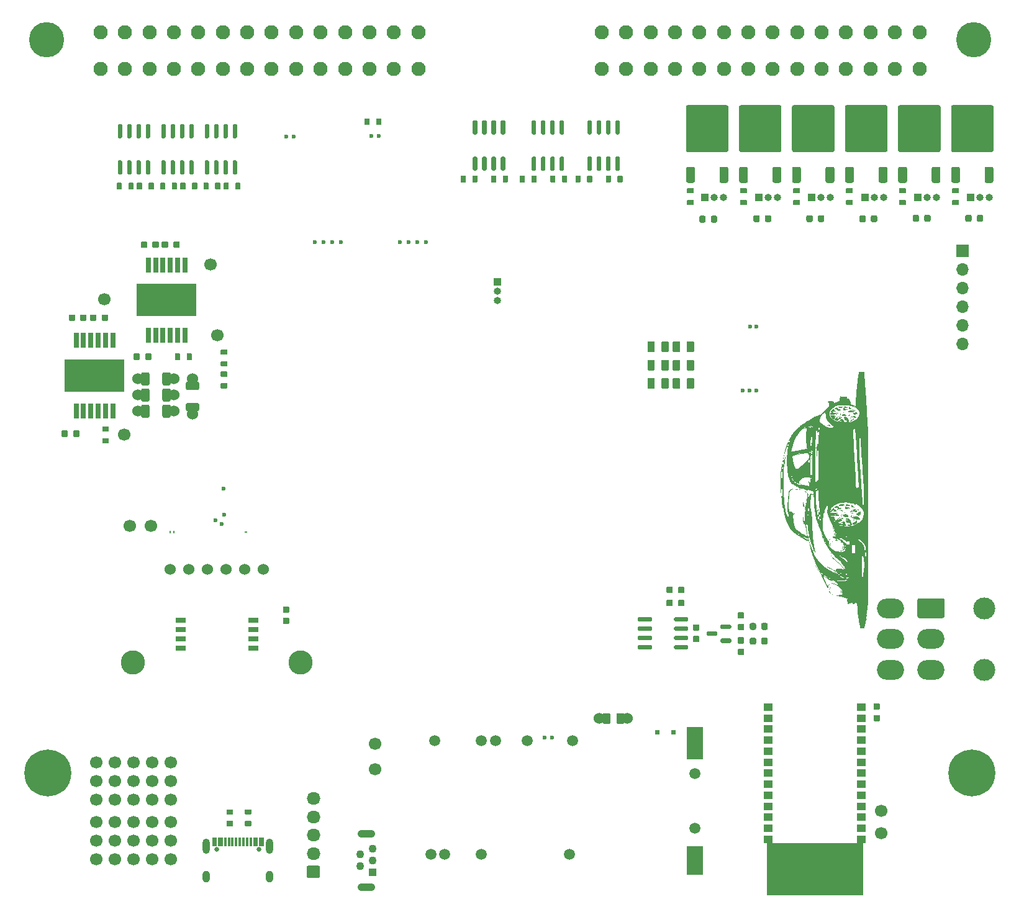
<source format=gts>
G04 #@! TF.GenerationSoftware,KiCad,Pcbnew,8.0.2-8.0.2-0~ubuntu22.04.1*
G04 #@! TF.CreationDate,2024-05-16T20:52:05+00:00*
G04 #@! TF.ProjectId,uaefi,75616566-692e-46b6-9963-61645f706362,C*
G04 #@! TF.SameCoordinates,Original*
G04 #@! TF.FileFunction,Soldermask,Top*
G04 #@! TF.FilePolarity,Negative*
%FSLAX46Y46*%
G04 Gerber Fmt 4.6, Leading zero omitted, Abs format (unit mm)*
G04 Created by KiCad (PCBNEW 8.0.2-8.0.2-0~ubuntu22.04.1) date 2024-05-16 20:52:05*
%MOMM*%
%LPD*%
G01*
G04 APERTURE LIST*
%ADD10C,0.000000*%
%ADD11C,0.120000*%
%ADD12R,1.000000X1.000000*%
%ADD13O,1.000000X1.000000*%
%ADD14C,1.500000*%
%ADD15R,2.299995X4.399991*%
%ADD16R,2.299995X3.999992*%
%ADD17C,1.700000*%
%ADD18C,0.800000*%
%ADD19C,6.400000*%
%ADD20C,4.800000*%
%ADD21C,1.952400*%
%ADD22C,1.524000*%
%ADD23O,1.850000X1.700000*%
%ADD24C,0.600000*%
%ADD25R,1.100000X1.100000*%
%ADD26C,1.100000*%
%ADD27O,2.400000X1.100000*%
%ADD28O,0.499999X0.250000*%
%ADD29O,0.250000X0.499999*%
%ADD30C,0.599999*%
%ADD31R,1.300000X1.000000*%
%ADD32R,0.650000X2.000000*%
%ADD33R,8.100000X4.500000*%
%ADD34C,0.650000*%
%ADD35R,0.300000X1.150000*%
%ADD36O,1.000000X2.100000*%
%ADD37O,1.000000X1.600000*%
%ADD38R,1.700000X1.700000*%
%ADD39O,1.700000X1.700000*%
%ADD40C,3.302000*%
%ADD41R,1.350000X0.690000*%
%ADD42C,3.000000*%
%ADD43O,3.700000X2.700000*%
G04 APERTURE END LIST*
D10*
G04 #@! TO.C,G\u002A\u002A\u002A*
G36*
X107574679Y55464007D02*
G01*
X107551333Y55440661D01*
X107527987Y55464007D01*
X107551333Y55487353D01*
X107574679Y55464007D01*
G37*
G36*
X107714752Y52662536D02*
G01*
X107691407Y52639191D01*
X107668061Y52662536D01*
X107691407Y52685882D01*
X107714752Y52662536D01*
G37*
G36*
X107761443Y53736434D02*
G01*
X107738098Y53713088D01*
X107714752Y53736434D01*
X107738098Y53759779D01*
X107761443Y53736434D01*
G37*
G36*
X107761443Y52942684D02*
G01*
X107738098Y52919338D01*
X107714752Y52942684D01*
X107738098Y52966029D01*
X107761443Y52942684D01*
G37*
G36*
X108088282Y50187904D02*
G01*
X108064936Y50164559D01*
X108041590Y50187904D01*
X108064936Y50211250D01*
X108088282Y50187904D01*
G37*
G36*
X108601884Y60086434D02*
G01*
X108578539Y60063088D01*
X108555193Y60086434D01*
X108578539Y60109779D01*
X108601884Y60086434D01*
G37*
G36*
X108601884Y59759595D02*
G01*
X108578539Y59736250D01*
X108555193Y59759595D01*
X108578539Y59782941D01*
X108601884Y59759595D01*
G37*
G36*
X108601884Y59572831D02*
G01*
X108578539Y59549485D01*
X108555193Y59572831D01*
X108578539Y59596176D01*
X108601884Y59572831D01*
G37*
G36*
X108601884Y59479448D02*
G01*
X108578539Y59456103D01*
X108555193Y59479448D01*
X108578539Y59502794D01*
X108601884Y59479448D01*
G37*
G36*
X108601884Y57985331D02*
G01*
X108578539Y57961985D01*
X108555193Y57985331D01*
X108578539Y58008676D01*
X108601884Y57985331D01*
G37*
G36*
X108648576Y62701139D02*
G01*
X108625230Y62677794D01*
X108601884Y62701139D01*
X108625230Y62724485D01*
X108648576Y62701139D01*
G37*
G36*
X108648576Y46872831D02*
G01*
X108625230Y46849485D01*
X108601884Y46872831D01*
X108625230Y46896176D01*
X108648576Y46872831D01*
G37*
G36*
X108975414Y45752242D02*
G01*
X108952068Y45728897D01*
X108928723Y45752242D01*
X108952068Y45775588D01*
X108975414Y45752242D01*
G37*
G36*
X109068796Y45518786D02*
G01*
X109045451Y45495441D01*
X109022105Y45518786D01*
X109045451Y45542132D01*
X109068796Y45518786D01*
G37*
G36*
X109115487Y45425404D02*
G01*
X109092142Y45402059D01*
X109068796Y45425404D01*
X109092142Y45448750D01*
X109115487Y45425404D01*
G37*
G36*
X109162179Y45332022D02*
G01*
X109138833Y45308676D01*
X109115487Y45332022D01*
X109138833Y45355367D01*
X109162179Y45332022D01*
G37*
G36*
X109208870Y45238639D02*
G01*
X109185524Y45215294D01*
X109162179Y45238639D01*
X109185524Y45261985D01*
X109208870Y45238639D01*
G37*
G36*
X109255561Y45145257D02*
G01*
X109232215Y45121911D01*
X109208870Y45145257D01*
X109232215Y45168603D01*
X109255561Y45145257D01*
G37*
G36*
X109302252Y45051875D02*
G01*
X109278907Y45028529D01*
X109255561Y45051875D01*
X109278907Y45075220D01*
X109302252Y45051875D01*
G37*
G36*
X109769164Y64942316D02*
G01*
X109745818Y64918970D01*
X109722473Y64942316D01*
X109745818Y64965661D01*
X109769164Y64942316D01*
G37*
G36*
X109862546Y49814375D02*
G01*
X109839201Y49791029D01*
X109815855Y49814375D01*
X109839201Y49837720D01*
X109862546Y49814375D01*
G37*
G36*
X110002620Y65642684D02*
G01*
X109979274Y65619338D01*
X109955929Y65642684D01*
X109979274Y65666029D01*
X110002620Y65642684D01*
G37*
G36*
X110329458Y48600404D02*
G01*
X110306112Y48577059D01*
X110282767Y48600404D01*
X110306112Y48623750D01*
X110329458Y48600404D01*
G37*
G36*
X110422840Y45332022D02*
G01*
X110399495Y45308676D01*
X110376149Y45332022D01*
X110399495Y45355367D01*
X110422840Y45332022D01*
G37*
G36*
X110516223Y45285331D02*
G01*
X110492877Y45261985D01*
X110469532Y45285331D01*
X110492877Y45308676D01*
X110516223Y45285331D01*
G37*
G36*
X110936443Y64568786D02*
G01*
X110913098Y64545441D01*
X110889752Y64568786D01*
X110913098Y64592132D01*
X110936443Y64568786D01*
G37*
G36*
X110936443Y41923566D02*
G01*
X110913098Y41900220D01*
X110889752Y41923566D01*
X110913098Y41946911D01*
X110936443Y41923566D01*
G37*
G36*
X111123208Y46779448D02*
G01*
X111099862Y46756103D01*
X111076517Y46779448D01*
X111099862Y46802794D01*
X111123208Y46779448D01*
G37*
G36*
X111216590Y47806654D02*
G01*
X111193245Y47783309D01*
X111169899Y47806654D01*
X111193245Y47830000D01*
X111216590Y47806654D01*
G37*
G36*
X111309973Y46919522D02*
G01*
X111286627Y46896176D01*
X111263282Y46919522D01*
X111286627Y46942867D01*
X111309973Y46919522D01*
G37*
G36*
X111356664Y42950772D02*
G01*
X111333318Y42927426D01*
X111309973Y42950772D01*
X111333318Y42974117D01*
X111356664Y42950772D01*
G37*
G36*
X111356664Y42343786D02*
G01*
X111333318Y42320441D01*
X111309973Y42343786D01*
X111333318Y42367132D01*
X111356664Y42343786D01*
G37*
G36*
X111450046Y50654816D02*
G01*
X111426701Y50631470D01*
X111403355Y50654816D01*
X111426701Y50678161D01*
X111450046Y50654816D01*
G37*
G36*
X111543429Y43137536D02*
G01*
X111520083Y43114191D01*
X111496737Y43137536D01*
X111520083Y43160882D01*
X111543429Y43137536D01*
G37*
G36*
X111590120Y48553713D02*
G01*
X111566774Y48530367D01*
X111543429Y48553713D01*
X111566774Y48577059D01*
X111590120Y48553713D01*
G37*
G36*
X111590120Y44491581D02*
G01*
X111566774Y44468235D01*
X111543429Y44491581D01*
X111566774Y44514926D01*
X111590120Y44491581D01*
G37*
G36*
X111636811Y50187904D02*
G01*
X111613465Y50164559D01*
X111590120Y50187904D01*
X111613465Y50211250D01*
X111636811Y50187904D01*
G37*
G36*
X111636811Y49580919D02*
G01*
X111613465Y49557573D01*
X111590120Y49580919D01*
X111613465Y49604264D01*
X111636811Y49580919D01*
G37*
G36*
X111730193Y42390478D02*
G01*
X111706848Y42367132D01*
X111683502Y42390478D01*
X111706848Y42413823D01*
X111730193Y42390478D01*
G37*
G36*
X111823576Y66436434D02*
G01*
X111800230Y66413088D01*
X111776884Y66436434D01*
X111800230Y66459779D01*
X111823576Y66436434D01*
G37*
G36*
X112057032Y48553713D02*
G01*
X112033686Y48530367D01*
X112010340Y48553713D01*
X112033686Y48577059D01*
X112057032Y48553713D01*
G37*
G36*
X112570634Y45658860D02*
G01*
X112547289Y45635514D01*
X112523943Y45658860D01*
X112547289Y45682206D01*
X112570634Y45658860D01*
G37*
G36*
X112757399Y45565478D02*
G01*
X112734054Y45542132D01*
X112710708Y45565478D01*
X112734054Y45588823D01*
X112757399Y45565478D01*
G37*
G36*
X112990855Y51822095D02*
G01*
X112967509Y51798750D01*
X112944164Y51822095D01*
X112967509Y51845441D01*
X112990855Y51822095D01*
G37*
G36*
X113130929Y51775404D02*
G01*
X113107583Y51752059D01*
X113084237Y51775404D01*
X113107583Y51798750D01*
X113130929Y51775404D01*
G37*
G36*
X113364384Y64942316D02*
G01*
X113341039Y64918970D01*
X113317693Y64942316D01*
X113341039Y64965661D01*
X113364384Y64942316D01*
G37*
G36*
X113644532Y50981654D02*
G01*
X113621186Y50958309D01*
X113597840Y50981654D01*
X113621186Y51005000D01*
X113644532Y50981654D01*
G37*
G36*
X113691223Y52242316D02*
G01*
X113667877Y52218970D01*
X113644532Y52242316D01*
X113667877Y52265661D01*
X113691223Y52242316D01*
G37*
G36*
X113737914Y51075036D02*
G01*
X113714568Y51051691D01*
X113691223Y51075036D01*
X113714568Y51098382D01*
X113737914Y51075036D01*
G37*
G36*
X113831296Y67977242D02*
G01*
X113807951Y67953897D01*
X113784605Y67977242D01*
X113807951Y68000588D01*
X113831296Y67977242D01*
G37*
G36*
X113971370Y65736066D02*
G01*
X113948024Y65712720D01*
X113924679Y65736066D01*
X113948024Y65759411D01*
X113971370Y65736066D01*
G37*
G36*
X114064752Y65829448D02*
G01*
X114041407Y65806103D01*
X114018061Y65829448D01*
X114041407Y65852794D01*
X114064752Y65829448D01*
G37*
G36*
X114064752Y65222463D02*
G01*
X114041407Y65199117D01*
X114018061Y65222463D01*
X114041407Y65245809D01*
X114064752Y65222463D01*
G37*
G36*
X114158134Y65782757D02*
G01*
X114134789Y65759411D01*
X114111443Y65782757D01*
X114134789Y65806103D01*
X114158134Y65782757D01*
G37*
G36*
X114204826Y65315845D02*
G01*
X114181480Y65292500D01*
X114158134Y65315845D01*
X114181480Y65339191D01*
X114204826Y65315845D01*
G37*
G36*
X114344899Y66903345D02*
G01*
X114321554Y66880000D01*
X114298208Y66903345D01*
X114321554Y66926691D01*
X114344899Y66903345D01*
G37*
G36*
X114438282Y66856654D02*
G01*
X114414936Y66833309D01*
X114391590Y66856654D01*
X114414936Y66880000D01*
X114438282Y66856654D01*
G37*
G36*
X114438282Y51355184D02*
G01*
X114414936Y51331838D01*
X114391590Y51355184D01*
X114414936Y51378529D01*
X114438282Y51355184D01*
G37*
G36*
X114531664Y66809963D02*
G01*
X114508318Y66786617D01*
X114484973Y66809963D01*
X114508318Y66833309D01*
X114531664Y66809963D01*
G37*
G36*
X114718429Y56164375D02*
G01*
X114695083Y56141029D01*
X114671737Y56164375D01*
X114695083Y56187720D01*
X114718429Y56164375D01*
G37*
G36*
X114765120Y53502978D02*
G01*
X114741774Y53479632D01*
X114718429Y53502978D01*
X114741774Y53526323D01*
X114765120Y53502978D01*
G37*
G36*
X114858502Y53456286D02*
G01*
X114835157Y53432941D01*
X114811811Y53456286D01*
X114835157Y53479632D01*
X114858502Y53456286D01*
G37*
G36*
X114998576Y66343051D02*
G01*
X114975230Y66319706D01*
X114951884Y66343051D01*
X114975230Y66366397D01*
X114998576Y66343051D01*
G37*
G36*
X114998576Y53362904D02*
G01*
X114975230Y53339559D01*
X114951884Y53362904D01*
X114975230Y53386250D01*
X114998576Y53362904D01*
G37*
G36*
X115091958Y65736066D02*
G01*
X115068612Y65712720D01*
X115045267Y65736066D01*
X115068612Y65759411D01*
X115091958Y65736066D01*
G37*
G36*
X115372105Y52989375D02*
G01*
X115348759Y52966029D01*
X115325414Y52989375D01*
X115348759Y53012720D01*
X115372105Y52989375D01*
G37*
G36*
X115512179Y52755919D02*
G01*
X115488833Y52732573D01*
X115465487Y52755919D01*
X115488833Y52779264D01*
X115512179Y52755919D01*
G37*
G36*
X115605561Y51822095D02*
G01*
X115582215Y51798750D01*
X115558870Y51822095D01*
X115582215Y51845441D01*
X115605561Y51822095D01*
G37*
G36*
X115932399Y36694154D02*
G01*
X115909054Y36670809D01*
X115885708Y36694154D01*
X115909054Y36717500D01*
X115932399Y36694154D01*
G37*
G36*
X116165855Y37954816D02*
G01*
X116142509Y37931470D01*
X116119164Y37954816D01*
X116142509Y37978161D01*
X116165855Y37954816D01*
G37*
G36*
X104766220Y53032841D02*
G01*
X104769522Y52985484D01*
X104758119Y52935663D01*
X104741313Y52957274D01*
X104735746Y53030247D01*
X104744999Y53046766D01*
X104766220Y53032841D01*
G37*
G36*
X106861665Y55702327D02*
G01*
X106847740Y55681105D01*
X106800383Y55677803D01*
X106750562Y55689206D01*
X106772174Y55706013D01*
X106845147Y55711579D01*
X106861665Y55702327D01*
G37*
G36*
X107419041Y55425098D02*
G01*
X107412632Y55397340D01*
X107387914Y55393970D01*
X107349482Y55411054D01*
X107356786Y55425098D01*
X107412198Y55430686D01*
X107419041Y55425098D01*
G37*
G36*
X107465732Y55518480D02*
G01*
X107459323Y55490722D01*
X107434605Y55487353D01*
X107396173Y55504436D01*
X107403478Y55518480D01*
X107458889Y55524068D01*
X107465732Y55518480D01*
G37*
G36*
X107559115Y55378407D02*
G01*
X107552706Y55350649D01*
X107527987Y55347279D01*
X107489555Y55364363D01*
X107496860Y55378407D01*
X107552271Y55383995D01*
X107559115Y55378407D01*
G37*
G36*
X107847838Y53733208D02*
G01*
X107851139Y53685851D01*
X107839737Y53636030D01*
X107822930Y53657642D01*
X107817364Y53730615D01*
X107826616Y53747134D01*
X107847838Y53733208D01*
G37*
G36*
X107894145Y53946544D02*
G01*
X107886807Y53880260D01*
X107870594Y53888180D01*
X107864427Y53983773D01*
X107870594Y54004908D01*
X107887636Y54010773D01*
X107894145Y53946544D01*
G37*
G36*
X107941220Y54200120D02*
G01*
X107944522Y54152763D01*
X107933119Y54102942D01*
X107916313Y54124554D01*
X107910746Y54197527D01*
X107919999Y54214045D01*
X107941220Y54200120D01*
G37*
G36*
X108034603Y54620341D02*
G01*
X108037904Y54572984D01*
X108026501Y54523163D01*
X108009695Y54544774D01*
X108004129Y54617747D01*
X108013381Y54634266D01*
X108034603Y54620341D01*
G37*
G36*
X108594512Y61930735D02*
G01*
X108587175Y61864451D01*
X108570962Y61872371D01*
X108564795Y61967964D01*
X108570962Y61989099D01*
X108588004Y61994964D01*
X108594512Y61930735D01*
G37*
G36*
X108594512Y59923014D02*
G01*
X108587175Y59856730D01*
X108570962Y59864650D01*
X108564795Y59960243D01*
X108570962Y59981378D01*
X108588004Y59987244D01*
X108594512Y59923014D01*
G37*
G36*
X109392265Y59760968D02*
G01*
X109395634Y59736250D01*
X109378551Y59697818D01*
X109364507Y59705122D01*
X109358919Y59760534D01*
X109364507Y59767377D01*
X109392265Y59760968D01*
G37*
G36*
X111621247Y42398259D02*
G01*
X111614838Y42370502D01*
X111590120Y42367132D01*
X111551688Y42384216D01*
X111558992Y42398259D01*
X111614404Y42403848D01*
X111621247Y42398259D01*
G37*
G36*
X111667938Y43098627D02*
G01*
X111661529Y43070869D01*
X111636811Y43067500D01*
X111598379Y43084583D01*
X111605683Y43098627D01*
X111661095Y43104215D01*
X111667938Y43098627D01*
G37*
G36*
X111680132Y49395527D02*
G01*
X111683502Y49370809D01*
X111666419Y49332376D01*
X111652375Y49339681D01*
X111646787Y49395093D01*
X111652375Y49401936D01*
X111680132Y49395527D01*
G37*
G36*
X111761321Y41230980D02*
G01*
X111754911Y41203222D01*
X111730193Y41199853D01*
X111691761Y41216936D01*
X111699066Y41230980D01*
X111754477Y41236568D01*
X111761321Y41230980D01*
G37*
G36*
X112508380Y52857083D02*
G01*
X112501970Y52829325D01*
X112477252Y52825956D01*
X112438820Y52843039D01*
X112446125Y52857083D01*
X112501536Y52862671D01*
X112508380Y52857083D01*
G37*
G36*
X112648453Y51876568D02*
G01*
X112642044Y51848810D01*
X112617326Y51845441D01*
X112578893Y51862524D01*
X112586198Y51876568D01*
X112641610Y51882156D01*
X112648453Y51876568D01*
G37*
G36*
X112928600Y53230612D02*
G01*
X112922191Y53202855D01*
X112897473Y53199485D01*
X112859041Y53216569D01*
X112866345Y53230612D01*
X112921757Y53236200D01*
X112928600Y53230612D01*
G37*
G36*
X113656204Y48467908D02*
G01*
X113662070Y48450866D01*
X113597840Y48444357D01*
X113531556Y48451695D01*
X113539476Y48467908D01*
X113635069Y48474075D01*
X113656204Y48467908D01*
G37*
G36*
X107756108Y55630724D02*
G01*
X107789278Y55584140D01*
X107769654Y55562464D01*
X107705585Y55566052D01*
X107689957Y55583080D01*
X107673894Y55644692D01*
X107722687Y55647908D01*
X107756108Y55630724D01*
G37*
G36*
X110211364Y49044486D02*
G01*
X110225765Y48969152D01*
X110219204Y48891513D01*
X110193232Y48878173D01*
X110160795Y48941362D01*
X110161064Y48972767D01*
X110185089Y49054381D01*
X110211364Y49044486D01*
G37*
G36*
X110827220Y64354637D02*
G01*
X110827497Y64337384D01*
X110806893Y64290558D01*
X110787826Y64293920D01*
X110768887Y64348059D01*
X110775018Y64361902D01*
X110813345Y64402678D01*
X110827220Y64354637D01*
G37*
G36*
X107098613Y55640688D02*
G01*
X107131112Y55627426D01*
X107183736Y55595582D01*
X107154458Y55584732D01*
X107054784Y55606779D01*
X107014384Y55627426D01*
X106977713Y55662440D01*
X107011660Y55666861D01*
X107098613Y55640688D01*
G37*
G36*
X107161004Y55509568D02*
G01*
X107224495Y55487353D01*
X107275415Y55456492D01*
X107247840Y55447225D01*
X107147911Y55465137D01*
X107084421Y55487353D01*
X107033500Y55518213D01*
X107061076Y55527480D01*
X107161004Y55509568D01*
G37*
G36*
X109348943Y44958492D02*
G01*
X109393533Y44914499D01*
X109395634Y44906290D01*
X109365474Y44903104D01*
X109348943Y44911801D01*
X109304353Y44955794D01*
X109302252Y44964003D01*
X109332412Y44967189D01*
X109348943Y44958492D01*
G37*
G36*
X109426102Y54517795D02*
G01*
X109428334Y54413456D01*
X109425439Y54298185D01*
X109417902Y54254983D01*
X109408883Y54285055D01*
X109401067Y54435872D01*
X109408883Y54541856D01*
X109419062Y54570823D01*
X109426102Y54517795D01*
G37*
G36*
X109472793Y53677354D02*
G01*
X109475025Y53573014D01*
X109472130Y53457744D01*
X109464593Y53414541D01*
X109455574Y53444614D01*
X109447758Y53595431D01*
X109455574Y53701415D01*
X109465753Y53730382D01*
X109472793Y53677354D01*
G37*
G36*
X109476639Y56634058D02*
G01*
X109477242Y56584595D01*
X109472645Y56494174D01*
X109462099Y56480456D01*
X109455994Y56503430D01*
X109448477Y56625090D01*
X109456936Y56690195D01*
X109469557Y56701109D01*
X109476639Y56634058D01*
G37*
G36*
X111075981Y64602699D02*
G01*
X111076517Y64592132D01*
X111040623Y64547235D01*
X111027070Y64545441D01*
X110999184Y64574046D01*
X111006480Y64592132D01*
X111048437Y64636675D01*
X111055927Y64638823D01*
X111075981Y64602699D01*
G37*
G36*
X111166247Y48881185D02*
G01*
X111106267Y48819115D01*
X111088190Y48804559D01*
X111032884Y48764178D01*
X111044478Y48788357D01*
X111070561Y48822187D01*
X111128159Y48886853D01*
X111152271Y48903897D01*
X111166247Y48881185D01*
G37*
G36*
X111309973Y46592684D02*
G01*
X111354563Y46548690D01*
X111356664Y46540481D01*
X111326504Y46537296D01*
X111309973Y46545992D01*
X111265382Y46589985D01*
X111263282Y46598195D01*
X111293442Y46601380D01*
X111309973Y46592684D01*
G37*
G36*
X111356664Y41409963D02*
G01*
X111401254Y41365970D01*
X111403355Y41357761D01*
X111373195Y41354575D01*
X111356664Y41363272D01*
X111312074Y41407265D01*
X111309973Y41415474D01*
X111340133Y41418660D01*
X111356664Y41409963D01*
G37*
G36*
X111450046Y49067316D02*
G01*
X111494589Y49025359D01*
X111496737Y49017869D01*
X111460613Y48997814D01*
X111450046Y48997279D01*
X111405149Y49033173D01*
X111403355Y49046726D01*
X111431960Y49074611D01*
X111450046Y49067316D01*
G37*
G36*
X111550123Y41315248D02*
G01*
X111590120Y41293235D01*
X111627492Y41256238D01*
X111613465Y41247974D01*
X111536734Y41271222D01*
X111496737Y41293235D01*
X111459365Y41330232D01*
X111473392Y41338496D01*
X111550123Y41315248D01*
G37*
G36*
X111726541Y50048464D02*
G01*
X111666561Y49986394D01*
X111648484Y49971838D01*
X111593178Y49931457D01*
X111604773Y49955636D01*
X111630855Y49989467D01*
X111688453Y50054132D01*
X111712565Y50071176D01*
X111726541Y50048464D01*
G37*
G36*
X111916958Y46405919D02*
G01*
X111961548Y46361926D01*
X111963649Y46353716D01*
X111933489Y46350531D01*
X111916958Y46359228D01*
X111872368Y46403221D01*
X111870267Y46411430D01*
X111900427Y46414616D01*
X111916958Y46405919D01*
G37*
G36*
X112197105Y52335698D02*
G01*
X112241648Y52293741D01*
X112243796Y52286251D01*
X112207672Y52266197D01*
X112197105Y52265661D01*
X112152208Y52301555D01*
X112150414Y52315108D01*
X112179019Y52342994D01*
X112197105Y52335698D01*
G37*
G36*
X112615531Y66283812D02*
G01*
X112617326Y66270259D01*
X112588721Y66242373D01*
X112570634Y66249669D01*
X112526092Y66291626D01*
X112523943Y66299116D01*
X112560068Y66319170D01*
X112570634Y66319706D01*
X112615531Y66283812D01*
G37*
G36*
X112804090Y48133492D02*
G01*
X112848681Y48089499D01*
X112850782Y48081290D01*
X112820621Y48078104D01*
X112804090Y48086801D01*
X112759500Y48130794D01*
X112757399Y48139003D01*
X112787559Y48142189D01*
X112804090Y48133492D01*
G37*
G36*
X113086715Y66110905D02*
G01*
X113101399Y66096255D01*
X113082556Y66066595D01*
X113034118Y66059569D01*
X112960066Y66075491D01*
X112944164Y66096255D01*
X112981931Y66129199D01*
X113011445Y66132941D01*
X113086715Y66110905D01*
G37*
G36*
X114158134Y53072940D02*
G01*
X114233566Y53045835D01*
X114251517Y53030620D01*
X114212225Y53016051D01*
X114158134Y53012720D01*
X114082235Y53030460D01*
X114064752Y53055040D01*
X114101936Y53079058D01*
X114158134Y53072940D01*
G37*
G36*
X114401138Y51487820D02*
G01*
X114422808Y51482274D01*
X114601701Y51434872D01*
X114370579Y51430046D01*
X114234418Y51432721D01*
X114180799Y51450074D01*
X114191686Y51477449D01*
X114267034Y51506234D01*
X114401138Y51487820D01*
G37*
G36*
X114344402Y52088467D02*
G01*
X114361784Y52055551D01*
X114365127Y51995310D01*
X114348429Y51985514D01*
X114298705Y52022635D01*
X114281323Y52055551D01*
X114277980Y52115792D01*
X114294678Y52125588D01*
X114344402Y52088467D01*
G37*
G36*
X115030854Y52911836D02*
G01*
X115036490Y52883346D01*
X115026236Y52806277D01*
X114963035Y52791262D01*
X114898819Y52820442D01*
X114895919Y52907259D01*
X114934921Y52987341D01*
X114988419Y52987417D01*
X115030854Y52911836D01*
G37*
G36*
X109425486Y62683884D02*
G01*
X109427857Y62561066D01*
X109425051Y62441243D01*
X109418145Y62395087D01*
X109408626Y62432384D01*
X109408487Y62433501D01*
X109400862Y62585769D01*
X109408964Y62713648D01*
X109418693Y62739439D01*
X109425486Y62683884D01*
G37*
G36*
X113298995Y52481463D02*
G01*
X113329553Y52440251D01*
X113309633Y52451482D01*
X113229404Y52467443D01*
X113192738Y52445598D01*
X113140001Y52419719D01*
X113130929Y52443953D01*
X113163450Y52513950D01*
X113236274Y52523439D01*
X113298995Y52481463D01*
G37*
G36*
X112626549Y65600844D02*
G01*
X112640671Y65591699D01*
X112732900Y65514157D01*
X112752614Y65456831D01*
X112695876Y65432686D01*
X112689005Y65432573D01*
X112614065Y65469593D01*
X112572277Y65522886D01*
X112529429Y65618204D01*
X112545894Y65642554D01*
X112626549Y65600844D01*
G37*
G36*
X112746583Y52815650D02*
G01*
X112757399Y52811663D01*
X112870153Y52754779D01*
X112892114Y52701727D01*
X112852961Y52663883D01*
X112792426Y52672071D01*
X112707977Y52722805D01*
X112637741Y52788839D01*
X112617326Y52832276D01*
X112654940Y52840018D01*
X112746583Y52815650D01*
G37*
G36*
X113837584Y65839760D02*
G01*
X113893653Y65822577D01*
X113871310Y65812461D01*
X113790147Y65768191D01*
X113764724Y65728258D01*
X113726590Y65678158D01*
X113680354Y65704913D01*
X113653610Y65773077D01*
X113699017Y65825684D01*
X113795383Y65844556D01*
X113837584Y65839760D01*
G37*
G36*
X113964097Y65386172D02*
G01*
X113994715Y65385882D01*
X114056895Y65363772D01*
X114064752Y65345027D01*
X114024703Y65314490D01*
X113946079Y65304172D01*
X113863143Y65318766D01*
X113842191Y65348529D01*
X113883427Y65389135D01*
X113890827Y65389384D01*
X113964097Y65386172D01*
G37*
G36*
X114530787Y66509313D02*
G01*
X114530949Y66498616D01*
X114548517Y66383443D01*
X114560208Y66346340D01*
X114563568Y66293810D01*
X114513517Y66300826D01*
X114445559Y66363382D01*
X114461516Y66465142D01*
X114484973Y66506470D01*
X114521263Y66550548D01*
X114530787Y66509313D01*
G37*
G36*
X108582185Y58598250D02*
G01*
X108585535Y58480177D01*
X108585878Y58405551D01*
X108583888Y58261279D01*
X108578818Y58188864D01*
X108571580Y58196996D01*
X108567637Y58231693D01*
X108560361Y58408037D01*
X108565793Y58581777D01*
X108567945Y58605223D01*
X108576017Y58643329D01*
X108582185Y58598250D01*
G37*
G36*
X112833988Y51763866D02*
G01*
X112867590Y51737740D01*
X112945459Y51662665D01*
X112971026Y51610265D01*
X112968117Y51604811D01*
X112895065Y51587416D01*
X112804820Y51624394D01*
X112738195Y51696936D01*
X112731337Y51713927D01*
X112714523Y51801316D01*
X112746613Y51817590D01*
X112833988Y51763866D01*
G37*
G36*
X109443560Y44808152D02*
G01*
X109510848Y44725005D01*
X109528325Y44701691D01*
X109585530Y44612452D01*
X109599301Y44564331D01*
X109593864Y44561617D01*
X109546992Y44597871D01*
X109482200Y44686654D01*
X109473098Y44701691D01*
X109422828Y44794068D01*
X109405992Y44840478D01*
X109407560Y44841764D01*
X109443560Y44808152D01*
G37*
G36*
X111219668Y42275128D02*
G01*
X111155548Y42198354D01*
X111146334Y42189319D01*
X111061531Y42082522D01*
X111015820Y41979898D01*
X110995851Y41876875D01*
X110989493Y41979326D01*
X111009116Y42061087D01*
X111062932Y42162492D01*
X111131644Y42256537D01*
X111195957Y42316220D01*
X111232763Y42319751D01*
X111219668Y42275128D01*
G37*
G36*
X112620666Y65971659D02*
G01*
X112640671Y65946176D01*
X112633927Y65903289D01*
X112614636Y65899485D01*
X112579915Y65862322D01*
X112586158Y65798474D01*
X112598606Y65730011D01*
X112569686Y65741329D01*
X112543197Y65766838D01*
X112498774Y65858280D01*
X112503877Y65914541D01*
X112557958Y65985865D01*
X112620666Y65971659D01*
G37*
G36*
X112610655Y52219331D02*
G01*
X112676067Y52137696D01*
X112786513Y51992430D01*
X112818169Y51950496D01*
X112836282Y51899226D01*
X112817044Y51892132D01*
X112742558Y51931216D01*
X112662158Y52028115D01*
X112600181Y52152296D01*
X112593713Y52172279D01*
X112578569Y52227639D01*
X112581186Y52246317D01*
X112610655Y52219331D01*
G37*
G36*
X112897473Y47970073D02*
G01*
X112936856Y47869204D01*
X112924431Y47747439D01*
X112867008Y47596544D01*
X112816522Y47506864D01*
X112779261Y47480457D01*
X112772425Y47488900D01*
X112775686Y47571442D01*
X112801062Y47637577D01*
X112836767Y47750545D01*
X112851496Y47885294D01*
X112858064Y47981050D01*
X112879652Y47992797D01*
X112897473Y47970073D01*
G37*
G36*
X112522464Y42063639D02*
G01*
X112618239Y41952133D01*
X112693807Y41820010D01*
X112738415Y41712911D01*
X112749792Y41654985D01*
X112727649Y41608024D01*
X112691842Y41560943D01*
X112652412Y41518973D01*
X112635487Y41541990D01*
X112633615Y41643196D01*
X112634101Y41663253D01*
X112598725Y41873927D01*
X112526830Y42002530D01*
X112414714Y42157022D01*
X112522464Y42063639D01*
G37*
G36*
X112917216Y53614287D02*
G01*
X113011669Y53601168D01*
X113117038Y53558977D01*
X113135869Y53512238D01*
X113074373Y53467223D01*
X112938764Y53430201D01*
X112826899Y53414688D01*
X112630590Y53405897D01*
X112477161Y53420614D01*
X112380750Y53454998D01*
X112355491Y53505204D01*
X112376109Y53537239D01*
X112455925Y53572871D01*
X112595219Y53599853D01*
X112760235Y53614790D01*
X112917216Y53614287D01*
G37*
G36*
X112113232Y65911925D02*
G01*
X112108618Y65908618D01*
X112072793Y65868253D01*
X112122429Y65842110D01*
X112131964Y65839593D01*
X112159459Y65823144D01*
X112098379Y65812825D01*
X112071460Y65811519D01*
X111959503Y65821010D01*
X111894529Y65851417D01*
X111893612Y65852794D01*
X111903466Y65893358D01*
X111933729Y65899485D01*
X112037414Y65913637D01*
X112088231Y65927235D01*
X112141630Y65939599D01*
X112113232Y65911925D01*
G37*
G36*
X112812510Y66934160D02*
G01*
X112815763Y66933886D01*
X112894127Y66908019D01*
X112897886Y66862337D01*
X112838548Y66813149D01*
X112727620Y66776768D01*
X112702045Y66772700D01*
X112479878Y66778185D01*
X112370867Y66816687D01*
X112283666Y66868773D01*
X112251502Y66902472D01*
X112252508Y66904276D01*
X112305303Y66915724D01*
X112419590Y66926113D01*
X112563479Y66933767D01*
X112705082Y66937008D01*
X112812510Y66934160D01*
G37*
G36*
X113803486Y66896525D02*
G01*
X113899231Y66823865D01*
X113992033Y66735462D01*
X114052357Y66658072D01*
X114061066Y66630720D01*
X114048778Y66606190D01*
X114033954Y66634498D01*
X113991727Y66668718D01*
X113917263Y66642575D01*
X113814871Y66612785D01*
X113757611Y66618137D01*
X113716246Y66670842D01*
X113694053Y66764774D01*
X113693956Y66861193D01*
X113718877Y66921363D01*
X113734331Y66926691D01*
X113803486Y66896525D01*
G37*
G36*
X111477320Y48518657D02*
G01*
X111455568Y48486137D01*
X111376217Y48434955D01*
X111375956Y48434815D01*
X111240341Y48317961D01*
X111158515Y48158177D01*
X111147748Y47989957D01*
X111149339Y47982149D01*
X111162034Y47901502D01*
X111144090Y47902148D01*
X111127699Y47923382D01*
X111079909Y48065554D01*
X111116721Y48224534D01*
X111173520Y48314255D01*
X111267731Y48413088D01*
X111368589Y48489116D01*
X111449475Y48524432D01*
X111477320Y48518657D01*
G37*
G36*
X114092791Y53554329D02*
G01*
X114208629Y53486674D01*
X114346907Y53374640D01*
X114472747Y53247571D01*
X114506282Y53206447D01*
X114560991Y53131254D01*
X114553958Y53118216D01*
X114484198Y53153208D01*
X114308934Y53229315D01*
X114164920Y53258176D01*
X114073320Y53235759D01*
X114069476Y53232224D01*
X114036311Y53225090D01*
X114020517Y53295640D01*
X114018061Y53381907D01*
X114024032Y53506802D01*
X114047375Y53557561D01*
X114092791Y53554329D01*
G37*
G36*
X113129610Y65903415D02*
G01*
X113200572Y65879313D01*
X113321857Y65816983D01*
X113359544Y65758536D01*
X113321508Y65689068D01*
X113308355Y65675367D01*
X113209502Y65621874D01*
X113119314Y65642253D01*
X113070498Y65724393D01*
X113050263Y65829448D01*
X113043905Y65721247D01*
X113023822Y65643760D01*
X112958592Y65637644D01*
X112932491Y65644785D01*
X112804023Y65702917D01*
X112762047Y65776933D01*
X112770774Y65820302D01*
X112843804Y65892364D01*
X112972970Y65921380D01*
X113129610Y65903415D01*
G37*
G36*
X111670162Y66561012D02*
G01*
X111727118Y66467135D01*
X111728893Y66462919D01*
X111787082Y66370441D01*
X111846562Y66349374D01*
X111919770Y66342102D01*
X111937490Y66324258D01*
X111921624Y66279298D01*
X111848831Y66245976D01*
X111709465Y66233599D01*
X111616327Y66244778D01*
X111519799Y66250044D01*
X111473498Y66226495D01*
X111414162Y66189071D01*
X111331394Y66181770D01*
X111270983Y66204982D01*
X111263282Y66224699D01*
X111294417Y66292721D01*
X111370811Y66391609D01*
X111466950Y66493964D01*
X111557318Y66572384D01*
X111612638Y66599853D01*
X111670162Y66561012D01*
G37*
G36*
X111092586Y64480915D02*
G01*
X111141558Y64424894D01*
X111165165Y64357761D01*
X111154736Y64314592D01*
X111123208Y64265294D01*
X111085454Y64227304D01*
X111077232Y64253621D01*
X111055225Y64303035D01*
X111054686Y64304245D01*
X111041498Y64306456D01*
X110932753Y64314995D01*
X110902351Y64367220D01*
X111011760Y64367220D01*
X111025589Y64332463D01*
X111055225Y64327549D01*
X111118665Y64337734D01*
X111092900Y64371539D01*
X111079743Y64380028D01*
X111020880Y64377677D01*
X111011760Y64367220D01*
X110902351Y64367220D01*
X110890571Y64387457D01*
X110889752Y64405367D01*
X110925368Y64474757D01*
X111006058Y64500954D01*
X111092586Y64480915D01*
G37*
G36*
X111431870Y65740375D02*
G01*
X111667372Y65710821D01*
X111823925Y65683414D01*
X111915759Y65654148D01*
X111957106Y65619015D01*
X111963649Y65590640D01*
X111945669Y65547201D01*
X111877900Y65568584D01*
X111873336Y65571004D01*
X111778127Y65613394D01*
X111737928Y65596182D01*
X111730193Y65523200D01*
X111748167Y65458639D01*
X111776884Y65455919D01*
X111819500Y65463087D01*
X111814002Y65413484D01*
X111765384Y65327149D01*
X111734647Y65286405D01*
X111645718Y65176583D01*
X111542448Y65269560D01*
X111454823Y65363303D01*
X111349011Y65496297D01*
X111298034Y65567166D01*
X111156892Y65771796D01*
X111431870Y65740375D01*
G37*
G36*
X114353802Y65298056D02*
G01*
X114396534Y65214366D01*
X114408805Y65180840D01*
X114422405Y65121777D01*
X114386264Y65137669D01*
X114375509Y65146398D01*
X114307907Y65172696D01*
X114249440Y65126578D01*
X114174009Y65061144D01*
X114064104Y64989507D01*
X113958369Y64934866D01*
X113903652Y64918970D01*
X113872861Y64941888D01*
X113898699Y64990103D01*
X113963145Y65032803D01*
X113972048Y65035913D01*
X114034110Y65078961D01*
X114034870Y65116311D01*
X114032759Y65144669D01*
X114057332Y65133667D01*
X114122054Y65142214D01*
X114210692Y65208566D01*
X114223784Y65222141D01*
X114304636Y65298769D01*
X114353802Y65298056D01*
G37*
G36*
X114830161Y51351365D02*
G01*
X114856024Y51191367D01*
X114798380Y51069323D01*
X114753447Y51033063D01*
X114620812Y50956141D01*
X114481168Y50887620D01*
X114360848Y50838978D01*
X114286187Y50821692D01*
X114275935Y50824944D01*
X114251574Y50882677D01*
X114223906Y50991524D01*
X114221754Y51002069D01*
X114206691Y51103978D01*
X114227151Y51136970D01*
X114291534Y51123846D01*
X114384516Y51121250D01*
X114420058Y51164931D01*
X114462267Y51215929D01*
X114486126Y51214397D01*
X114537678Y51230501D01*
X114611141Y51301532D01*
X114616354Y51308047D01*
X114713935Y51405177D01*
X114786100Y51413983D01*
X114830161Y51351365D01*
G37*
G36*
X111135190Y41700776D02*
G01*
X111140689Y41692507D01*
X111186235Y41610157D01*
X111189874Y41573500D01*
X111188604Y41573382D01*
X111188043Y41542778D01*
X111219636Y41491672D01*
X111226344Y41472044D01*
X111177499Y41509922D01*
X111152271Y41533101D01*
X111121915Y41560991D01*
X111023749Y41669165D01*
X111009008Y41713101D01*
X111032884Y41713101D01*
X111044478Y41688922D01*
X111070561Y41655092D01*
X111128159Y41590426D01*
X111152271Y41573382D01*
X111166247Y41596094D01*
X111106267Y41658164D01*
X111088190Y41672720D01*
X111032884Y41713101D01*
X111009008Y41713101D01*
X111000168Y41739450D01*
X111012828Y41761826D01*
X111067188Y41773117D01*
X111135190Y41700776D01*
G37*
G36*
X114780454Y66202255D02*
G01*
X114841112Y66117991D01*
X114857787Y65987669D01*
X114846200Y65901333D01*
X114790613Y65881311D01*
X114734835Y65889384D01*
X114649128Y65894487D01*
X114643948Y65859987D01*
X114644208Y65859563D01*
X114647902Y65815108D01*
X114584176Y65815795D01*
X114466272Y65859715D01*
X114394295Y65895606D01*
X114233581Y65981195D01*
X114382623Y66058267D01*
X114481994Y66104117D01*
X114524130Y66102443D01*
X114531664Y66066859D01*
X114564025Y65983983D01*
X114585165Y65965313D01*
X114618572Y65967872D01*
X114609614Y66047939D01*
X114608418Y66052764D01*
X114601399Y66148625D01*
X114656195Y66197268D01*
X114677474Y66204798D01*
X114780454Y66202255D01*
G37*
G36*
X114372762Y65694423D02*
G01*
X114522850Y65664732D01*
X114648676Y65604190D01*
X114660065Y65595158D01*
X114744473Y65511847D01*
X114760124Y65455118D01*
X114733992Y65417009D01*
X114648893Y65386805D01*
X114532067Y65398401D01*
X114432157Y65446044D01*
X114423829Y65453695D01*
X114358235Y65497394D01*
X114329289Y65494782D01*
X114267057Y65482019D01*
X114162798Y65494497D01*
X114055077Y65523282D01*
X113982462Y65559440D01*
X113971370Y65577697D01*
X114009289Y65613901D01*
X114053079Y65616896D01*
X114171730Y65612763D01*
X114228171Y65614676D01*
X114288242Y65627233D01*
X114261761Y65658558D01*
X114256034Y65662249D01*
X114245489Y65688514D01*
X114326391Y65696035D01*
X114372762Y65694423D01*
G37*
G36*
X113208158Y66998596D02*
G01*
X113309747Y66946191D01*
X113421260Y66880895D01*
X113511955Y66820745D01*
X113551091Y66783780D01*
X113551149Y66783084D01*
X113509541Y66765541D01*
X113404350Y66759199D01*
X113343151Y66760886D01*
X113189600Y66754441D01*
X113112710Y66723778D01*
X113116526Y66681315D01*
X113205096Y66639470D01*
X113297346Y66620308D01*
X113428434Y66592981D01*
X113515687Y66560557D01*
X113531133Y66547774D01*
X113545127Y66505284D01*
X113542232Y66502877D01*
X113490690Y66495711D01*
X113387730Y66483617D01*
X113237130Y66460344D01*
X113123851Y66435955D01*
X113016442Y66437595D01*
X112965770Y66507999D01*
X112973463Y66640540D01*
X113032176Y66808697D01*
X113089900Y66930266D01*
X113133783Y67006686D01*
X113147236Y67020073D01*
X113208158Y66998596D01*
G37*
G36*
X112094895Y66809348D02*
G01*
X112151350Y66750365D01*
X112221324Y66688365D01*
X112268785Y66683548D01*
X112285403Y66675773D01*
X112273742Y66628867D01*
X112263555Y66569853D01*
X112308759Y66557190D01*
X112378959Y66568521D01*
X112515824Y66566291D01*
X112572279Y66527834D01*
X112601728Y66474056D01*
X112551349Y66459819D01*
X112545010Y66459779D01*
X112447086Y66430329D01*
X112367847Y66378070D01*
X112311331Y66336672D01*
X112306871Y66351987D01*
X112299909Y66392090D01*
X112211064Y66398678D01*
X112115055Y66407747D01*
X112082600Y66464432D01*
X112081599Y66483125D01*
X112046955Y66561332D01*
X111986995Y66576507D01*
X111871140Y66598582D01*
X111791963Y66651934D01*
X111776884Y66690326D01*
X111815496Y66732119D01*
X111909842Y66783500D01*
X111923690Y66789406D01*
X112029430Y66824613D01*
X112094895Y66809348D01*
G37*
G36*
X115319776Y52576702D02*
G01*
X115338892Y52464184D01*
X115346960Y52403982D01*
X115357117Y52292682D01*
X115353997Y52243178D01*
X115346859Y52249032D01*
X115287093Y52282125D01*
X115227416Y52277983D01*
X115163238Y52242098D01*
X115155036Y52163943D01*
X115163388Y52119243D01*
X115178009Y52027023D01*
X115148439Y52006343D01*
X115068612Y52032354D01*
X115065890Y52033241D01*
X114927720Y52101614D01*
X114811902Y52186244D01*
X114736826Y52269744D01*
X114720886Y52334729D01*
X114731718Y52349132D01*
X114783274Y52382389D01*
X115045267Y52382389D01*
X115068612Y52359044D01*
X115091958Y52382389D01*
X115068612Y52405735D01*
X115045267Y52382389D01*
X114783274Y52382389D01*
X114808007Y52398343D01*
X114927065Y52463387D01*
X115062549Y52531398D01*
X115188116Y52589511D01*
X115277421Y52624860D01*
X115304573Y52628904D01*
X115319776Y52576702D01*
G37*
G36*
X112146019Y53439429D02*
G01*
X112191654Y53373007D01*
X112199186Y53359015D01*
X112263011Y53282491D01*
X112322597Y53266424D01*
X112376050Y53251780D01*
X112383870Y53221365D01*
X112424172Y53166421D01*
X112494881Y53152794D01*
X112603417Y53128236D01*
X112657618Y53090467D01*
X112671293Y53047941D01*
X112621386Y53011895D01*
X112493737Y52972331D01*
X112488243Y52970904D01*
X112289434Y52923880D01*
X112163514Y52906656D01*
X112095178Y52918340D01*
X112072113Y52946634D01*
X112094350Y53003133D01*
X112147915Y53040016D01*
X112211892Y53093575D01*
X112199266Y53150139D01*
X112151674Y53192109D01*
X112073865Y53178458D01*
X112033874Y53161375D01*
X111924383Y53129131D01*
X111835507Y53158369D01*
X111819400Y53169139D01*
X111767623Y53218347D01*
X111774041Y53265597D01*
X111848126Y53323643D01*
X111991985Y53401503D01*
X112091713Y53446416D01*
X112146019Y53439429D01*
G37*
G36*
X111727540Y66128719D02*
G01*
X111878117Y66117424D01*
X111968216Y66101106D01*
X111983125Y66092511D01*
X112042678Y66069246D01*
X112120481Y66073563D01*
X112217100Y66073269D01*
X112261596Y66048531D01*
X112236086Y66017532D01*
X112132280Y65988028D01*
X112010268Y65969513D01*
X111846921Y65942147D01*
X111834647Y65940091D01*
X111745290Y65901530D01*
X111730193Y65871555D01*
X111702018Y65831211D01*
X111607766Y65810712D01*
X111473392Y65806103D01*
X111332759Y65813778D01*
X111239482Y65833578D01*
X111216590Y65852794D01*
X111206805Y65952099D01*
X111163813Y66050931D01*
X111163652Y66051231D01*
X111159651Y66062904D01*
X111823576Y66062904D01*
X111846921Y66039559D01*
X111870267Y66062904D01*
X111846921Y66086250D01*
X111823576Y66062904D01*
X111159651Y66062904D01*
X111150373Y66089973D01*
X111171472Y66114103D01*
X111242602Y66127030D01*
X111379416Y66132160D01*
X111539030Y66132941D01*
X111727540Y66128719D01*
G37*
G36*
X112785165Y52287025D02*
G01*
X112849457Y52232201D01*
X112915951Y52168519D01*
X112977994Y52177245D01*
X113014238Y52201426D01*
X113162832Y52258185D01*
X113338093Y52251613D01*
X113500494Y52184244D01*
X113521507Y52168890D01*
X113610556Y52091389D01*
X113634876Y52028849D01*
X113605217Y51941245D01*
X113590768Y51911027D01*
X113521164Y51837448D01*
X113430509Y51834761D01*
X113346701Y51872637D01*
X113318578Y51961273D01*
X113317693Y51993713D01*
X113305751Y52082006D01*
X113276891Y52105822D01*
X113275645Y52105112D01*
X113248551Y52044682D01*
X113243236Y51939903D01*
X113243971Y51848262D01*
X113219385Y51834460D01*
X113180229Y51863660D01*
X113095504Y51906466D01*
X113050168Y51905810D01*
X112996162Y51930328D01*
X112931439Y52016994D01*
X112912444Y52053394D01*
X112846082Y52159097D01*
X112784747Y52200813D01*
X112772916Y52199081D01*
X112705031Y52202274D01*
X112683819Y52249490D01*
X112717508Y52293210D01*
X112785165Y52287025D01*
G37*
G36*
X107428473Y54380745D02*
G01*
X107447841Y54154528D01*
X107473656Y53977744D01*
X107502963Y53868375D01*
X107516315Y53846131D01*
X107562314Y53756359D01*
X107576333Y53668731D01*
X107601400Y53536115D01*
X107644715Y53432941D01*
X107697212Y53325389D01*
X107710811Y53262886D01*
X107683681Y53261283D01*
X107662371Y53279880D01*
X107580190Y53313042D01*
X107545643Y53307569D01*
X107504642Y53311382D01*
X107489237Y53312814D01*
X107481296Y53334563D01*
X107475119Y53414042D01*
X107473746Y53421268D01*
X107459075Y53487385D01*
X107433779Y53600022D01*
X107432047Y53607704D01*
X107427285Y53643051D01*
X107481296Y53643051D01*
X107504642Y53619706D01*
X107527987Y53643051D01*
X107504642Y53666397D01*
X107481296Y53643051D01*
X107427285Y53643051D01*
X107418139Y53710950D01*
X107442282Y53731313D01*
X107447531Y53728445D01*
X107475127Y53731186D01*
X107457091Y53787138D01*
X107439493Y53869769D01*
X107423930Y54021515D01*
X107412456Y54218108D01*
X107408005Y54366764D01*
X107398994Y54857022D01*
X107428473Y54380745D01*
G37*
G36*
X114147284Y52103348D02*
G01*
X114120782Y52069559D01*
X114070612Y51977776D01*
X114064752Y51938697D01*
X114078689Y51897012D01*
X114134367Y51880387D01*
X114252581Y51885131D01*
X114325012Y51892513D01*
X114482516Y51920621D01*
X114593865Y51961155D01*
X114626561Y51987965D01*
X114674295Y52029745D01*
X114725823Y51996797D01*
X114818327Y51948697D01*
X114883924Y51938823D01*
X114992252Y51907156D01*
X115107905Y51829966D01*
X115198540Y51733975D01*
X115232032Y51651234D01*
X115198660Y51560432D01*
X115161032Y51517804D01*
X115075719Y51498088D01*
X114928711Y51512281D01*
X114780711Y51544714D01*
X114742150Y51553164D01*
X114538181Y51613519D01*
X114338944Y51686126D01*
X114212783Y51742955D01*
X114726267Y51742955D01*
X114748272Y51681926D01*
X114780711Y51632157D01*
X114817594Y51666434D01*
X114855614Y51760183D01*
X114839567Y51815619D01*
X114788465Y51815634D01*
X114730129Y51787303D01*
X114726267Y51742955D01*
X114212783Y51742955D01*
X114166584Y51763765D01*
X114043242Y51839219D01*
X113992619Y51898738D01*
X113995617Y52003045D01*
X114050957Y52092139D01*
X114126499Y52125588D01*
X114147284Y52103348D01*
G37*
G36*
X113517033Y53645371D02*
G01*
X113638652Y53593282D01*
X113759431Y53526610D01*
X113849021Y53461839D01*
X113877987Y53420329D01*
X113835827Y53400170D01*
X113726656Y53391296D01*
X113610867Y53393909D01*
X113453981Y53398096D01*
X113368212Y53384217D01*
X113332282Y53347759D01*
X113328481Y53334041D01*
X113339153Y53286142D01*
X113407151Y53256001D01*
X113550435Y53235694D01*
X113551659Y53235576D01*
X113732982Y53207411D01*
X113830354Y53163211D01*
X113852525Y53098208D01*
X113846246Y53075078D01*
X113797328Y53043682D01*
X113683009Y53061785D01*
X113677298Y53063405D01*
X113564591Y53095089D01*
X113515795Y53099295D01*
X113504387Y53071828D01*
X113504458Y53036066D01*
X113479246Y52973931D01*
X113457767Y52966029D01*
X113412432Y53001560D01*
X113411076Y53012720D01*
X113375182Y53057617D01*
X113361629Y53059411D01*
X113332061Y53031891D01*
X113337758Y53018029D01*
X113321274Y52975440D01*
X113270477Y52952363D01*
X113200605Y52964569D01*
X113177167Y53051407D01*
X113200092Y53215156D01*
X113256183Y53417164D01*
X113313550Y53570350D01*
X113369206Y53647742D01*
X113424918Y53666397D01*
X113517033Y53645371D01*
G37*
G36*
X112425571Y65652343D02*
G01*
X112404744Y65617192D01*
X112311023Y65571579D01*
X112233943Y65523962D01*
X112221112Y65478195D01*
X112225069Y65438248D01*
X112212248Y65436946D01*
X112113435Y65437410D01*
X112076830Y65402055D01*
X112084836Y65378668D01*
X112090339Y65346717D01*
X112064246Y65358078D01*
X112016136Y65362428D01*
X112010340Y65345266D01*
X112051120Y65316624D01*
X112151087Y65306842D01*
X112169042Y65307492D01*
X112268634Y65321827D01*
X112307795Y65346243D01*
X112306360Y65350864D01*
X112319604Y65383997D01*
X112334423Y65385882D01*
X112378089Y65423732D01*
X112383870Y65456995D01*
X112393942Y65500368D01*
X112439745Y65489197D01*
X112500598Y65451625D01*
X112587786Y65378305D01*
X112617953Y65318818D01*
X112581730Y65292591D01*
X112577349Y65292500D01*
X112521407Y65266124D01*
X112417375Y65197767D01*
X112316470Y65123828D01*
X112095567Y64955157D01*
X111912880Y65037537D01*
X111800925Y65096025D01*
X111736408Y65145227D01*
X111730193Y65157815D01*
X111764919Y65208881D01*
X111854665Y65295872D01*
X111977780Y65401399D01*
X112112617Y65508074D01*
X112237526Y65598510D01*
X112330857Y65655318D01*
X112362948Y65666029D01*
X112425571Y65652343D01*
G37*
G36*
X114369794Y66467940D02*
G01*
X114404658Y66377219D01*
X114398798Y66271614D01*
X114358939Y66200342D01*
X114308392Y66173200D01*
X114244991Y66139156D01*
X114125048Y66152678D01*
X114076069Y66186991D01*
X113998182Y66214163D01*
X113961676Y66196234D01*
X113865797Y66153725D01*
X113799033Y66144292D01*
X113750592Y66137447D01*
X113650305Y66147633D01*
X113599180Y66184519D01*
X113597840Y66193742D01*
X113616460Y66243270D01*
X113668053Y66243270D01*
X113724324Y66229317D01*
X113799033Y66227038D01*
X113911514Y66236969D01*
X113950969Y66264637D01*
X113948024Y66273014D01*
X113881391Y66313641D01*
X113840213Y66318991D01*
X113731128Y66293413D01*
X113691223Y66273014D01*
X113668053Y66243270D01*
X113616460Y66243270D01*
X113631009Y66281968D01*
X113656204Y66309224D01*
X113736764Y66350493D01*
X113873711Y66400788D01*
X114103430Y66400788D01*
X114111074Y66369315D01*
X114192627Y66317429D01*
X114205280Y66310204D01*
X114308392Y66269143D01*
X114347246Y66295060D01*
X114317203Y66383115D01*
X114301026Y66410127D01*
X114238332Y66452890D01*
X114162122Y66433472D01*
X114103430Y66400788D01*
X113873711Y66400788D01*
X113874778Y66401180D01*
X114036432Y66450947D01*
X114187913Y66489454D01*
X114295406Y66506361D01*
X114301239Y66506470D01*
X114369794Y66467940D01*
G37*
G36*
X114721844Y52984616D02*
G01*
X114765707Y52908869D01*
X114805428Y52808494D01*
X114826342Y52721047D01*
X114836747Y52604204D01*
X114811594Y52546712D01*
X114736987Y52517090D01*
X114736230Y52516899D01*
X114617177Y52519803D01*
X114507102Y52593642D01*
X114405312Y52664000D01*
X114334595Y52655084D01*
X114244994Y52623039D01*
X114197044Y52619252D01*
X114147803Y52615363D01*
X114053305Y52599802D01*
X113998566Y52559567D01*
X113998312Y52516694D01*
X114066217Y52493281D01*
X114184722Y52482917D01*
X114245781Y52466127D01*
X114278753Y52440753D01*
X114264357Y52416565D01*
X114181640Y52405772D01*
X114175255Y52405735D01*
X114025505Y52436161D01*
X113939863Y52520878D01*
X113924679Y52594601D01*
X113969658Y52702420D01*
X113981790Y52711325D01*
X114078474Y52711325D01*
X114093854Y52692022D01*
X114190564Y52687431D01*
X114197044Y52687367D01*
X114298469Y52705598D01*
X114338241Y52749009D01*
X114304295Y52797004D01*
X114270056Y52811994D01*
X114201355Y52798434D01*
X114132901Y52758033D01*
X114078474Y52711325D01*
X113981790Y52711325D01*
X114105415Y52802067D01*
X114318198Y52889542D01*
X114483851Y52940155D01*
X114588025Y52962649D01*
X114621475Y52955777D01*
X114587242Y52925818D01*
X114562725Y52885176D01*
X114615110Y52829678D01*
X114645606Y52808729D01*
X114729341Y52760864D01*
X114761519Y52769065D01*
X114765120Y52798778D01*
X114737087Y52878732D01*
X114718429Y52895992D01*
X114673387Y52963583D01*
X114671737Y52978790D01*
X114686349Y53014877D01*
X114721844Y52984616D01*
G37*
G36*
X113683365Y51680357D02*
G01*
X113754540Y51645490D01*
X113760413Y51610616D01*
X113772091Y51572027D01*
X113806854Y51565294D01*
X113871118Y51523901D01*
X113940235Y51416270D01*
X114006043Y51267223D01*
X114060384Y51101582D01*
X114095098Y50944168D01*
X114102026Y50819803D01*
X114073654Y50753700D01*
X114000577Y50729510D01*
X113874298Y50704097D01*
X113821598Y50696138D01*
X113690935Y50684172D01*
X113619569Y50702245D01*
X113575455Y50761004D01*
X113565946Y50781059D01*
X113537282Y50860141D01*
X113567720Y50882732D01*
X113645335Y50874768D01*
X113768662Y50874458D01*
X113850136Y50896959D01*
X113897969Y50935891D01*
X113885864Y50989664D01*
X113851706Y51041713D01*
X113773284Y51104225D01*
X113663070Y51141109D01*
X113621186Y51144013D01*
X113552895Y51148748D01*
X113474589Y51123523D01*
X113455810Y51086709D01*
X113436586Y51089419D01*
X113392218Y51148370D01*
X113351923Y51215110D01*
X113597840Y51215110D01*
X113621186Y51191764D01*
X113644532Y51215110D01*
X113621186Y51238456D01*
X113597840Y51215110D01*
X113351923Y51215110D01*
X113339183Y51236211D01*
X113293961Y51325590D01*
X113273030Y51389158D01*
X113272959Y51390202D01*
X113312013Y51414959D01*
X113408320Y51425220D01*
X113517846Y51441960D01*
X113578998Y51479199D01*
X113574562Y51511565D01*
X113494859Y51512910D01*
X113438756Y51505005D01*
X113326241Y51491918D01*
X113280872Y51510178D01*
X113278600Y51571039D01*
X113279750Y51579427D01*
X113323699Y51663407D01*
X113428390Y51697340D01*
X113565977Y51699906D01*
X113683365Y51680357D01*
G37*
G36*
X115830123Y71514099D02*
G01*
X115840590Y71342155D01*
X115851117Y71162745D01*
X115851717Y71152242D01*
X115869286Y71025279D01*
X115899745Y70941451D01*
X115909054Y70931174D01*
X115921242Y70900746D01*
X115894625Y70896156D01*
X115852790Y70874027D01*
X115856842Y70857681D01*
X115869542Y70809584D01*
X115883831Y70699837D01*
X115900310Y70521502D01*
X115919580Y70267640D01*
X115942241Y69931313D01*
X115956607Y69704816D01*
X115971761Y69478471D01*
X115989113Y69243798D01*
X116004911Y69051514D01*
X116004945Y69051139D01*
X116018324Y68875913D01*
X116032731Y68646529D01*
X116045787Y68402147D01*
X116050312Y68304081D01*
X116059152Y68108152D01*
X116066754Y67952699D01*
X116072118Y67857462D01*
X116073970Y67837169D01*
X116077667Y67794247D01*
X116084508Y67680348D01*
X116093180Y67517771D01*
X116095512Y67471489D01*
X116109330Y67234337D01*
X116127364Y66977265D01*
X116143938Y66776220D01*
X116177933Y66340790D01*
X116207839Y65823740D01*
X116232648Y65245809D01*
X116240636Y65055239D01*
X116248822Y64905677D01*
X116255991Y64817388D01*
X116259215Y64802242D01*
X116267418Y64760047D01*
X116277754Y64651194D01*
X116285076Y64545441D01*
X116295946Y64378869D01*
X116311390Y64158392D01*
X116328641Y63923199D01*
X116334561Y63845073D01*
X116337901Y63755287D01*
X116341142Y63577791D01*
X116344279Y63317516D01*
X116347307Y62979395D01*
X116350222Y62568358D01*
X116353020Y62089338D01*
X116355697Y61547268D01*
X116358247Y60947077D01*
X116360667Y60293700D01*
X116362952Y59592067D01*
X116365099Y58847110D01*
X116367101Y58063761D01*
X116368956Y57246953D01*
X116370658Y56401616D01*
X116372204Y55532683D01*
X116373589Y54645085D01*
X116374808Y53743755D01*
X116375858Y52833624D01*
X116376733Y51919625D01*
X116377430Y51006688D01*
X116377943Y50099747D01*
X116378270Y49203732D01*
X116378405Y48323576D01*
X116378344Y47464210D01*
X116378082Y46630567D01*
X116377616Y45827578D01*
X116376940Y45060175D01*
X116376051Y44333290D01*
X116374943Y43651855D01*
X116373614Y43020801D01*
X116372057Y42445061D01*
X116370270Y41929566D01*
X116368247Y41479249D01*
X116365985Y41099041D01*
X116363478Y40793874D01*
X116360722Y40568679D01*
X116357713Y40428390D01*
X116355392Y40382757D01*
X116339262Y40212618D01*
X116329730Y40066568D01*
X116328534Y39997555D01*
X116321512Y39915541D01*
X116305803Y39892500D01*
X116285109Y39867883D01*
X116270165Y39785895D01*
X116259603Y39634327D01*
X116252396Y39415260D01*
X116244346Y39275182D01*
X116230062Y39185632D01*
X116216453Y39166372D01*
X116200666Y39135460D01*
X116192493Y39036439D01*
X116192459Y38953171D01*
X116188349Y38814864D01*
X116171732Y38719778D01*
X116158572Y38697373D01*
X116119629Y38633768D01*
X116119164Y38626327D01*
X116148552Y38602397D01*
X116170857Y38611584D01*
X116202038Y38607618D01*
X116188825Y38532630D01*
X116160134Y38428496D01*
X116148804Y38375036D01*
X116112747Y38306459D01*
X116108141Y38302646D01*
X116078888Y38239869D01*
X116061982Y38128392D01*
X116058772Y38005032D01*
X116070609Y37906606D01*
X116092295Y37870390D01*
X116104661Y37830898D01*
X116065941Y37778195D01*
X116035384Y37758784D01*
X115992499Y37731541D01*
X115965410Y37733976D01*
X115951170Y37735256D01*
X115941600Y37733044D01*
X115966772Y37695863D01*
X116011523Y37570509D01*
X115999544Y37423579D01*
X115948654Y37321978D01*
X115911130Y37226317D01*
X115906712Y37100195D01*
X115907267Y36990200D01*
X115867513Y36951536D01*
X115858073Y36950956D01*
X115813678Y36926293D01*
X115818407Y36839940D01*
X115822526Y36822555D01*
X115839436Y36736590D01*
X115819185Y36726677D01*
X115774090Y36760422D01*
X115715041Y36800995D01*
X115705432Y36776125D01*
X115707982Y36763432D01*
X115679056Y36714171D01*
X115565471Y36687007D01*
X115562645Y36686331D01*
X115541773Y36684276D01*
X115438659Y36688985D01*
X115388009Y36691298D01*
X115282843Y36736039D01*
X115244734Y36808593D01*
X115251213Y36840213D01*
X115248001Y36873073D01*
X115392799Y36873073D01*
X115400981Y36836653D01*
X115438659Y36770932D01*
X115463022Y36781941D01*
X115465487Y36808126D01*
X115431576Y36871441D01*
X115419331Y36880588D01*
X115392799Y36873073D01*
X115248001Y36873073D01*
X115244056Y36913442D01*
X115226209Y36931208D01*
X115199189Y36993952D01*
X115205792Y37072777D01*
X115209904Y37161639D01*
X115180393Y37184411D01*
X115147412Y37224762D01*
X115155455Y37326806D01*
X115165492Y37423375D01*
X115139015Y37440730D01*
X115130591Y37436233D01*
X115096346Y37438871D01*
X115104888Y37508959D01*
X115109608Y37634299D01*
X115087162Y37733974D01*
X115059674Y37843376D01*
X115034037Y38007223D01*
X115018475Y38159158D01*
X115001831Y38319128D01*
X114981092Y38438664D01*
X114961846Y38490067D01*
X114943464Y38546645D01*
X114929678Y38667952D01*
X114924281Y38795257D01*
X114913777Y39133281D01*
X114893937Y39442285D01*
X114866412Y39708182D01*
X114832852Y39916888D01*
X114794905Y40054315D01*
X114772028Y40095262D01*
X114699254Y40164279D01*
X114621390Y40220603D01*
X114561868Y40250402D01*
X114544119Y40239843D01*
X114551078Y40225699D01*
X114542603Y40163096D01*
X114483621Y40079231D01*
X114400888Y40005297D01*
X114335349Y39974209D01*
X114278576Y39999329D01*
X114271148Y40020900D01*
X114259045Y40112586D01*
X114257353Y40125956D01*
X114211921Y40163246D01*
X114158134Y40168116D01*
X114109267Y40172541D01*
X113980242Y40156885D01*
X113860493Y40120773D01*
X113855694Y40119326D01*
X113848016Y40114999D01*
X113807951Y40092421D01*
X113784605Y40079264D01*
X113652030Y39997774D01*
X113565445Y39997253D01*
X113523991Y40077892D01*
X113519827Y40137628D01*
X113510378Y40293210D01*
X113487859Y40457663D01*
X113487267Y40460826D01*
X113476775Y40589865D01*
X113500283Y40660083D01*
X113503025Y40662019D01*
X113549447Y40713338D01*
X113510730Y40760293D01*
X113383603Y40805357D01*
X113282675Y40828615D01*
X113093747Y40874656D01*
X112947098Y40916831D01*
X112870153Y40938959D01*
X112687362Y40998430D01*
X112484989Y41062823D01*
X112278967Y41118308D01*
X112127068Y41150422D01*
X111893612Y41188203D01*
X112103723Y41194582D01*
X112279956Y41211370D01*
X112473519Y41247272D01*
X112655986Y41294992D01*
X112798929Y41347234D01*
X112869398Y41391095D01*
X112891461Y41428398D01*
X112837284Y41417561D01*
X112836056Y41417129D01*
X112777272Y41408537D01*
X112775878Y41459603D01*
X112785688Y41491966D01*
X112816860Y41716281D01*
X112758495Y41931447D01*
X112609224Y42140530D01*
X112421778Y42306740D01*
X112166931Y42493262D01*
X111961068Y42624374D01*
X111785946Y42709485D01*
X111623325Y42758000D01*
X111514804Y42774458D01*
X111375933Y42794486D01*
X111284585Y42818583D01*
X111263282Y42834451D01*
X111303337Y42858667D01*
X111408894Y42854488D01*
X111558041Y42826366D01*
X111728862Y42778752D01*
X111899445Y42716097D01*
X111945420Y42695896D01*
X112230684Y42564939D01*
X112173739Y42757801D01*
X112123094Y42888138D01*
X112049699Y42960586D01*
X111935166Y43005493D01*
X111839450Y43040910D01*
X111824975Y43063027D01*
X111846921Y43067374D01*
X111881858Y43082725D01*
X111834963Y43120263D01*
X111796339Y43139531D01*
X111753539Y43160882D01*
X111618508Y43214582D01*
X112050785Y43214582D01*
X112080377Y43197267D01*
X112185826Y43178277D01*
X112357375Y43161765D01*
X112567744Y43149951D01*
X112712591Y43145839D01*
X112947098Y43144681D01*
X113109769Y43152344D01*
X113221945Y43171490D01*
X113304969Y43204779D01*
X113336240Y43223593D01*
X113424679Y43299313D01*
X113435743Y43348642D01*
X113383595Y43363663D01*
X113282398Y43336459D01*
X113204832Y43297050D01*
X113122282Y43253070D01*
X113039320Y43225150D01*
X112934510Y43210922D01*
X112786415Y43208016D01*
X112573597Y43214063D01*
X112485928Y43217603D01*
X112250212Y43225147D01*
X112105747Y43224169D01*
X112050785Y43214582D01*
X111618508Y43214582D01*
X111609574Y43218135D01*
X111604096Y43220314D01*
X111489003Y43248134D01*
X111425992Y43241809D01*
X111426701Y43207573D01*
X111428034Y43164332D01*
X111414849Y43160882D01*
X111331798Y43184449D01*
X111191999Y43247510D01*
X111157574Y43265427D01*
X111750444Y43265427D01*
X111796339Y43257951D01*
X111856898Y43266535D01*
X111857621Y43282474D01*
X111795130Y43293620D01*
X111768130Y43286160D01*
X111750444Y43265427D01*
X111157574Y43265427D01*
X111067862Y43312119D01*
X111563679Y43312119D01*
X111609574Y43304642D01*
X111670134Y43313226D01*
X111670857Y43329165D01*
X111608366Y43340311D01*
X111581365Y43332851D01*
X111563679Y43312119D01*
X111067862Y43312119D01*
X111016963Y43338610D01*
X110828196Y43446291D01*
X110647210Y43559095D01*
X110572350Y43609650D01*
X110430428Y43707002D01*
X110320815Y43779297D01*
X110263453Y43813454D01*
X110259966Y43814559D01*
X110260595Y43775009D01*
X110290560Y43669799D01*
X110342375Y43519084D01*
X110408555Y43343018D01*
X110481615Y43161758D01*
X110554069Y42995458D01*
X110599131Y42901287D01*
X110687364Y42741438D01*
X110771130Y42614731D01*
X110839521Y42534749D01*
X110881628Y42515075D01*
X110889752Y42539375D01*
X110920833Y42605624D01*
X110992468Y42691973D01*
X111072242Y42763731D01*
X111121435Y42787353D01*
X111118541Y42758960D01*
X111061860Y42687768D01*
X111030653Y42655290D01*
X110935618Y42531741D01*
X110905981Y42397324D01*
X110906653Y42351797D01*
X110904082Y42240737D01*
X110887524Y42182777D01*
X110882206Y42180367D01*
X110840699Y42218500D01*
X110766670Y42320501D01*
X110671418Y42467778D01*
X110566243Y42641737D01*
X110462442Y42823787D01*
X110371316Y42995333D01*
X110313493Y43116212D01*
X110236499Y43305438D01*
X110155083Y43528539D01*
X110101795Y43690068D01*
X109940937Y44066660D01*
X109710694Y44388119D01*
X109687454Y44413206D01*
X109637544Y44480628D01*
X109629090Y44505240D01*
X109659789Y44489089D01*
X109741891Y44420193D01*
X109860406Y44311474D01*
X109920910Y44253690D01*
X110079973Y44105003D01*
X110238305Y43965205D01*
X110366500Y43860092D01*
X110387562Y43844313D01*
X110537673Y43748584D01*
X110734610Y43641406D01*
X110950047Y43536270D01*
X111155660Y43446668D01*
X111323124Y43386090D01*
X111380009Y43371597D01*
X111410887Y43372568D01*
X111364303Y43399999D01*
X111250463Y43448184D01*
X111225836Y43457767D01*
X110805490Y43660305D01*
X110395283Y43933483D01*
X110023491Y44256340D01*
X109775089Y44533296D01*
X109507014Y44922459D01*
X109252486Y45388788D01*
X109019044Y45916259D01*
X108814226Y46488849D01*
X108740325Y46732757D01*
X108685199Y46913164D01*
X108633705Y47062032D01*
X108594901Y47153707D01*
X108587431Y47165779D01*
X108562890Y47233149D01*
X108571480Y47254865D01*
X108574114Y47311062D01*
X108559177Y47335446D01*
X108522873Y47413641D01*
X108490310Y47536214D01*
X108487734Y47549853D01*
X108464285Y47672478D01*
X108446246Y47754986D01*
X108444901Y47759963D01*
X108428763Y47825053D01*
X108397884Y47955787D01*
X108358248Y48126754D01*
X108348219Y48170419D01*
X108264823Y48534184D01*
X108122233Y48609867D01*
X108001461Y48673970D01*
X107823883Y48770613D01*
X107647072Y48870605D01*
X107551333Y48927027D01*
X107406269Y49009536D01*
X107270271Y49078344D01*
X107236168Y49093392D01*
X107144796Y49143777D01*
X107107767Y49188611D01*
X107070119Y49226503D01*
X107041065Y49230735D01*
X106953366Y49261475D01*
X106910487Y49294612D01*
X106813419Y49361281D01*
X106743733Y49391140D01*
X106663394Y49433062D01*
X106640855Y49467337D01*
X106602891Y49505762D01*
X106569353Y49510882D01*
X106491446Y49548656D01*
X106470975Y49580919D01*
X106423864Y49642735D01*
X106400080Y49650956D01*
X106350005Y49681403D01*
X106249337Y49763667D01*
X106114104Y49884130D01*
X106001614Y49989467D01*
X105828851Y50161450D01*
X105699006Y50312860D01*
X105590305Y50474156D01*
X105487945Y50662937D01*
X105722934Y50662937D01*
X105724174Y50604673D01*
X105769168Y50494901D01*
X105845059Y50356375D01*
X105938986Y50211851D01*
X106038090Y50084083D01*
X106069460Y50049764D01*
X106224856Y49911865D01*
X106446534Y49746465D01*
X106715914Y49565038D01*
X107014418Y49379059D01*
X107323467Y49199999D01*
X107624480Y49039332D01*
X107898880Y48908531D01*
X107959881Y48882369D01*
X108071618Y48839766D01*
X108122233Y48837020D01*
X108134901Y48873809D01*
X108134973Y48879925D01*
X108099538Y48942266D01*
X108068194Y48950588D01*
X107972022Y48974557D01*
X107812951Y49040721D01*
X107606427Y49140464D01*
X107367901Y49265169D01*
X107112820Y49406223D01*
X106856634Y49555007D01*
X106614791Y49702908D01*
X106402739Y49841309D01*
X106235928Y49961594D01*
X106192386Y49996729D01*
X105987767Y50217083D01*
X105859751Y50431612D01*
X105795548Y50561621D01*
X105745305Y50644779D01*
X105722934Y50662937D01*
X105487945Y50662937D01*
X105480973Y50675795D01*
X105415158Y50809782D01*
X105321192Y51013424D01*
X105244253Y51196256D01*
X105193150Y51336298D01*
X105176616Y51405062D01*
X105157541Y51491377D01*
X105130069Y51518570D01*
X105108862Y51553034D01*
X105116931Y51588639D01*
X105115558Y51648640D01*
X105093585Y51658676D01*
X105063617Y51692699D01*
X105070240Y51728713D01*
X105068658Y51788703D01*
X105046444Y51798750D01*
X105015801Y51835714D01*
X105020193Y51892132D01*
X105021582Y51966523D01*
X104999146Y51985514D01*
X104975486Y52022259D01*
X104985174Y52084744D01*
X104996513Y52153168D01*
X104959420Y52148586D01*
X104958165Y52147816D01*
X104921165Y52143114D01*
X104924666Y52209299D01*
X104931689Y52239264D01*
X104944109Y52326745D01*
X104915669Y52336930D01*
X104910160Y52333769D01*
X104878036Y52337768D01*
X104880434Y52417522D01*
X104887776Y52458258D01*
X104902280Y52554778D01*
X104889068Y52570478D01*
X104867691Y52545809D01*
X104837762Y52521247D01*
X104831889Y52570703D01*
X104842014Y52662536D01*
X104852837Y52769003D01*
X104843229Y52789181D01*
X104824418Y52755919D01*
X104798704Y52718256D01*
X104787360Y52757059D01*
X104787467Y52872647D01*
X104783896Y52992003D01*
X104769940Y53182154D01*
X104747547Y53421331D01*
X104718668Y53687766D01*
X104701740Y53829816D01*
X104672156Y54134203D01*
X104647806Y54513126D01*
X104628808Y54949120D01*
X104615279Y55424722D01*
X104607335Y55922467D01*
X104605096Y56424891D01*
X104608678Y56914530D01*
X104618198Y57373919D01*
X104633775Y57785595D01*
X104655525Y58132093D01*
X104671661Y58302095D01*
X104706019Y58568273D01*
X104751215Y58861624D01*
X104803360Y59161838D01*
X104858565Y59448607D01*
X104912940Y59701623D01*
X104962597Y59900577D01*
X104999946Y60016397D01*
X105032875Y60091598D01*
X105046208Y60086172D01*
X105050236Y59993921D01*
X105050395Y59986018D01*
X105043777Y59882069D01*
X105023570Y59710878D01*
X104992990Y59497062D01*
X104958977Y59286857D01*
X104903466Y58929733D01*
X104859983Y58571250D01*
X104827986Y58197953D01*
X104806934Y57796388D01*
X104796285Y57353099D01*
X104795499Y56854632D01*
X104804034Y56287532D01*
X104817443Y55767500D01*
X104834695Y55235470D01*
X104853412Y54782410D01*
X104875021Y54393909D01*
X104900951Y54055554D01*
X104932632Y53752933D01*
X104971490Y53471635D01*
X105018956Y53197246D01*
X105076456Y52915356D01*
X105118993Y52725180D01*
X105199427Y52407503D01*
X105276332Y52168091D01*
X105347943Y52011435D01*
X105412495Y51942025D01*
X105428083Y51938823D01*
X105467312Y51900518D01*
X105473576Y51861466D01*
X105482301Y51764429D01*
X105505580Y51612186D01*
X105539065Y51425908D01*
X105578412Y51226764D01*
X105619272Y51035925D01*
X105657300Y50874562D01*
X105688150Y50763844D01*
X105706928Y50724853D01*
X105716076Y50766740D01*
X105707350Y50877453D01*
X105682714Y51034565D01*
X105677262Y51063364D01*
X105625992Y51340989D01*
X105580396Y51612416D01*
X105543465Y51857496D01*
X105518187Y52056080D01*
X105507553Y52188019D01*
X105507505Y52207297D01*
X105489139Y52277429D01*
X105485843Y52290015D01*
X105446713Y52312353D01*
X105442448Y52313117D01*
X105420293Y52317087D01*
X105400795Y52339496D01*
X105387148Y52391889D01*
X105378282Y52486577D01*
X105373127Y52635869D01*
X105372828Y52661598D01*
X105436860Y52661598D01*
X105442448Y52654755D01*
X105470206Y52661164D01*
X105473576Y52685882D01*
X105456492Y52724314D01*
X105452852Y52722421D01*
X105442448Y52717009D01*
X105436860Y52661598D01*
X105372828Y52661598D01*
X105370614Y52852073D01*
X105370346Y52936157D01*
X105432798Y52936157D01*
X105440553Y52861518D01*
X105452852Y52835641D01*
X105460590Y52891761D01*
X105461801Y52942684D01*
X105458043Y53038778D01*
X105450230Y53057092D01*
X105447462Y53063580D01*
X105441495Y53048283D01*
X105432798Y52936157D01*
X105370346Y52936157D01*
X105369672Y53147501D01*
X105369600Y53199485D01*
X105369635Y53269522D01*
X105426884Y53269522D01*
X105450230Y53246176D01*
X105473576Y53269522D01*
X105450230Y53292867D01*
X105426884Y53269522D01*
X105369635Y53269522D01*
X105369767Y53533068D01*
X105370890Y53689742D01*
X105426884Y53689742D01*
X105450230Y53666397D01*
X105473576Y53689742D01*
X105450230Y53713088D01*
X105426884Y53689742D01*
X105370890Y53689742D01*
X105371559Y53783125D01*
X105426884Y53783125D01*
X105450230Y53759779D01*
X105473576Y53783125D01*
X105456082Y53800618D01*
X105450230Y53806470D01*
X105426884Y53783125D01*
X105371559Y53783125D01*
X105371563Y53783716D01*
X105375436Y53959797D01*
X105433713Y53959797D01*
X105441219Y53912414D01*
X105456082Y53893373D01*
X105464165Y53955390D01*
X105464473Y53969889D01*
X105459426Y54049630D01*
X105444810Y54056650D01*
X105442949Y54052488D01*
X105433713Y53959797D01*
X105375436Y53959797D01*
X105375482Y53961871D01*
X105382016Y54077975D01*
X105391659Y54142468D01*
X105404907Y54165791D01*
X105415212Y54164116D01*
X105431811Y54196849D01*
X105445479Y54302677D01*
X105453953Y54461316D01*
X105455243Y54523217D01*
X105458256Y54575936D01*
X105483551Y54575936D01*
X105489139Y54569093D01*
X105516897Y54575502D01*
X105520267Y54600220D01*
X105503183Y54638652D01*
X105489139Y54631348D01*
X105483551Y54575936D01*
X105458256Y54575936D01*
X105478028Y54921940D01*
X105491375Y54997095D01*
X105520267Y54997095D01*
X105543612Y54973750D01*
X105566958Y54997095D01*
X105543612Y55020441D01*
X105520267Y54997095D01*
X105491375Y54997095D01*
X105534445Y55239621D01*
X105623911Y55473809D01*
X105708558Y55589445D01*
X105808594Y55672079D01*
X105917528Y55710976D01*
X106076786Y55720807D01*
X106079425Y55720809D01*
X106205789Y55713152D01*
X106368432Y55692983D01*
X106545261Y55664503D01*
X106714182Y55631914D01*
X106853102Y55599417D01*
X106939925Y55571213D01*
X106956538Y55554016D01*
X106905355Y55553639D01*
X106788664Y55569891D01*
X106638081Y55598001D01*
X106309728Y55648128D01*
X106054393Y55649191D01*
X105874566Y55601365D01*
X105794965Y55538909D01*
X105700915Y55364854D01*
X105626883Y55099856D01*
X105572907Y54744193D01*
X105543612Y54358551D01*
X105539023Y54298141D01*
X105525270Y53761979D01*
X105525239Y53549669D01*
X105528586Y53311347D01*
X105535363Y53076355D01*
X105544717Y52855962D01*
X105555793Y52661435D01*
X105567739Y52504044D01*
X105579701Y52395055D01*
X105590825Y52345737D01*
X105600259Y52367359D01*
X105607075Y52469161D01*
X105615974Y52584427D01*
X105644615Y52628102D01*
X105713250Y52621976D01*
X105742050Y52614396D01*
X105865303Y52589242D01*
X105947907Y52582767D01*
X106018732Y52544262D01*
X106054917Y52468304D01*
X106100111Y52381763D01*
X106152553Y52376679D01*
X106211349Y52374260D01*
X106220634Y52352583D01*
X106254844Y52323108D01*
X106293096Y52330168D01*
X106341294Y52333431D01*
X106337032Y52311818D01*
X106271484Y52273052D01*
X106217879Y52265661D01*
X106172409Y52257077D01*
X106145274Y52218779D01*
X106131844Y52131950D01*
X106127490Y51977772D01*
X106127252Y51897290D01*
X106144191Y51560639D01*
X106190839Y51200664D01*
X106260944Y50853540D01*
X106348254Y50555438D01*
X106368441Y50501817D01*
X106447994Y50340375D01*
X106559093Y50191652D01*
X106713828Y50045036D01*
X106924293Y49889919D01*
X107202578Y49715690D01*
X107384190Y49610560D01*
X107663285Y49455497D01*
X107867808Y49349788D01*
X108001470Y49291874D01*
X108067980Y49280196D01*
X108071050Y49313195D01*
X108064491Y49324837D01*
X108029372Y49410779D01*
X107994544Y49538257D01*
X107991146Y49553975D01*
X107959157Y49703150D01*
X107929946Y49833818D01*
X107929041Y49837720D01*
X107877009Y50081340D01*
X107870389Y50118529D01*
X107835806Y50312808D01*
X107814820Y50467113D01*
X107864801Y50467113D01*
X107870389Y50460269D01*
X107898147Y50466679D01*
X107901517Y50491397D01*
X107884433Y50529829D01*
X107870389Y50522524D01*
X107864801Y50467113D01*
X107814820Y50467113D01*
X107809450Y50506599D01*
X107801960Y50637189D01*
X107802237Y50643143D01*
X107794352Y50736142D01*
X107767247Y50771544D01*
X107738098Y50799560D01*
X107725969Y50811217D01*
X107694544Y50892392D01*
X107663734Y50973324D01*
X107620473Y50974632D01*
X107596100Y50956712D01*
X107540883Y50927858D01*
X107521249Y50981257D01*
X107520679Y50987610D01*
X107516082Y51028345D01*
X107714752Y51028345D01*
X107738098Y51005000D01*
X107761443Y51028345D01*
X107738098Y51051691D01*
X107714752Y51028345D01*
X107516082Y51028345D01*
X107507523Y51104200D01*
X107496860Y51179346D01*
X107495098Y51191764D01*
X107486724Y51282617D01*
X107479873Y51400936D01*
X107491272Y51400936D01*
X107496860Y51394093D01*
X107524618Y51400502D01*
X107527987Y51425220D01*
X107510904Y51463652D01*
X107496860Y51456348D01*
X107491272Y51400936D01*
X107479873Y51400936D01*
X107477372Y51444122D01*
X107468174Y51653575D01*
X107460265Y51888270D01*
X107460154Y51892132D01*
X107443482Y52475772D01*
X107483899Y52032206D01*
X107518659Y51727806D01*
X107561569Y51476322D01*
X107609929Y51289680D01*
X107661041Y51179806D01*
X107681275Y51160252D01*
X107707135Y51173539D01*
X107693043Y51266510D01*
X107681243Y51356767D01*
X107672768Y51510199D01*
X107667586Y51705693D01*
X107665661Y51922137D01*
X107666960Y52138420D01*
X107671447Y52333430D01*
X107679088Y52486054D01*
X107689849Y52575180D01*
X107695198Y52588510D01*
X107703128Y52553384D01*
X107708938Y52441216D01*
X107712171Y52268328D01*
X107712370Y52051044D01*
X107711891Y51991588D01*
X107711629Y51760235D01*
X107715194Y51563801D01*
X107721976Y51420481D01*
X107731362Y51348470D01*
X107733630Y51344087D01*
X107742785Y51378796D01*
X107750756Y51492393D01*
X107757000Y51670386D01*
X107760976Y51898283D01*
X107762158Y52106133D01*
X107764891Y52427049D01*
X107772431Y52654840D01*
X107784786Y52789638D01*
X107801964Y52831577D01*
X107808134Y52825956D01*
X107846165Y52780978D01*
X107849710Y52811475D01*
X107820234Y52906737D01*
X107784789Y52996576D01*
X107733425Y53124901D01*
X107717842Y53184417D01*
X107735077Y53191282D01*
X107750630Y53182822D01*
X107770568Y53209802D01*
X107778482Y53303830D01*
X107777342Y53355159D01*
X107776288Y53452825D01*
X107785479Y53465091D01*
X107794673Y53432941D01*
X107813819Y53414873D01*
X107833946Y53456286D01*
X107948208Y53456286D01*
X107971554Y53432941D01*
X107994899Y53456286D01*
X107971554Y53479632D01*
X107948208Y53456286D01*
X107833946Y53456286D01*
X107841001Y53470802D01*
X107872574Y53582075D01*
X107904890Y53730039D01*
X107934303Y53896043D01*
X107950260Y54011481D01*
X108048926Y54011481D01*
X108056386Y53984480D01*
X108077118Y53966795D01*
X108084595Y54012690D01*
X108076011Y54073249D01*
X108060072Y54073972D01*
X108048926Y54011481D01*
X107950260Y54011481D01*
X107957165Y54061434D01*
X107969829Y54207560D01*
X107968648Y54315769D01*
X107968132Y54320073D01*
X107959214Y54416603D01*
X107970186Y54428563D01*
X107991116Y54390110D01*
X108024118Y54329938D01*
X108039213Y54352785D01*
X108046206Y54413456D01*
X108056730Y54570765D01*
X108061436Y54743945D01*
X108060750Y54893620D01*
X108095110Y54893620D01*
X108102616Y54846238D01*
X108117479Y54827197D01*
X108125562Y54889213D01*
X108125870Y54903713D01*
X108120823Y54983453D01*
X108106207Y54990474D01*
X108104346Y54986311D01*
X108095110Y54893620D01*
X108060750Y54893620D01*
X108060678Y54909361D01*
X108054813Y55043379D01*
X108044194Y55122363D01*
X108035399Y55133343D01*
X107980371Y55143426D01*
X107874438Y55190523D01*
X107801067Y55230080D01*
X107695238Y55295276D01*
X107642347Y55337564D01*
X107644715Y55346542D01*
X107712104Y55324228D01*
X107819272Y55268600D01*
X107844281Y55253722D01*
X107969684Y55182388D01*
X108026914Y55164597D01*
X108023069Y55198621D01*
X108015240Y55212067D01*
X107955831Y55261607D01*
X107843776Y55325639D01*
X107790701Y55351115D01*
X107692195Y55401803D01*
X107655784Y55433515D01*
X107668061Y55438868D01*
X107789608Y55406949D01*
X107933300Y55326613D01*
X108064299Y55222084D01*
X108147772Y55117584D01*
X108155258Y55100093D01*
X108175411Y54951737D01*
X108161388Y54717811D01*
X108144877Y54590904D01*
X108121288Y54413779D01*
X108117479Y54376711D01*
X108107125Y54275950D01*
X108104583Y54200221D01*
X108106598Y54192811D01*
X108125131Y54225572D01*
X108157873Y54327975D01*
X108198075Y54478658D01*
X108202157Y54495200D01*
X108287881Y54756772D01*
X108292051Y54763639D01*
X108415120Y54763639D01*
X108438465Y54740294D01*
X108461811Y54763639D01*
X108438465Y54786985D01*
X108415120Y54763639D01*
X108292051Y54763639D01*
X108400273Y54941867D01*
X108420206Y54964322D01*
X108535007Y55071808D01*
X108610307Y55110210D01*
X108639293Y55078065D01*
X108627155Y55008768D01*
X108576544Y54818599D01*
X108540025Y54614163D01*
X108515430Y54375127D01*
X108500588Y54081161D01*
X108493858Y53759779D01*
X108492935Y53437543D01*
X108500505Y53178398D01*
X108518955Y52952251D01*
X108550669Y52729013D01*
X108593780Y52499510D01*
X108633228Y52288838D01*
X108662893Y52086582D01*
X108684396Y51872336D01*
X108699355Y51625692D01*
X108709391Y51326244D01*
X108716052Y50958701D01*
X108734403Y50373616D01*
X108772484Y49762383D01*
X108827853Y49147865D01*
X108898066Y48552925D01*
X108980680Y48000428D01*
X109073251Y47513237D01*
X109094373Y47418555D01*
X109138049Y47219136D01*
X109157144Y47101420D01*
X109151532Y47056989D01*
X109121086Y47077422D01*
X109089889Y47118679D01*
X108927539Y47392992D01*
X108765472Y47747744D01*
X108608266Y48170092D01*
X108460496Y48647191D01*
X108438465Y48732677D01*
X108326740Y49166198D01*
X108270749Y49417500D01*
X108152901Y50147184D01*
X108097529Y50911233D01*
X108104622Y51682211D01*
X108174168Y52432683D01*
X108272334Y52988797D01*
X108312040Y53193983D01*
X108331833Y53347032D01*
X108332497Y53439562D01*
X108314818Y53463194D01*
X108279581Y53409547D01*
X108241948Y53313106D01*
X108198300Y53143160D01*
X108156159Y52897923D01*
X108117366Y52595487D01*
X108083765Y52253941D01*
X108077118Y52163239D01*
X108057195Y51891378D01*
X108039499Y51525889D01*
X108033174Y51262087D01*
X108029303Y51040003D01*
X108024005Y50875876D01*
X108017821Y50779371D01*
X108011292Y50760156D01*
X108007027Y50794889D01*
X107987985Y50939455D01*
X107971554Y51000623D01*
X107959374Y51045965D01*
X107942829Y51075036D01*
X107920230Y51057085D01*
X107908808Y50947025D01*
X107908611Y50745465D01*
X107910612Y50671526D01*
X107920826Y50478601D01*
X107936547Y50334118D01*
X107955462Y50255434D01*
X107967168Y50246892D01*
X107988365Y50224487D01*
X107986268Y50133196D01*
X107981776Y50101781D01*
X107972750Y49991806D01*
X107985191Y49933783D01*
X107991331Y49931103D01*
X108017587Y49889223D01*
X108043746Y49782197D01*
X108056026Y49699388D01*
X108078804Y49560087D01*
X108119647Y49359044D01*
X108172474Y49124722D01*
X108223102Y48917311D01*
X108469327Y48076925D01*
X108761275Y47317334D01*
X109099485Y46637612D01*
X109484495Y46036832D01*
X109916844Y45514068D01*
X110397071Y45068391D01*
X110511867Y44978574D01*
X110725271Y44832884D01*
X110999452Y44669014D01*
X111307598Y44501165D01*
X111622899Y44343538D01*
X111918543Y44210335D01*
X112090165Y44142592D01*
X112262027Y44069647D01*
X112363334Y43997057D01*
X112413102Y43916687D01*
X112509464Y43782685D01*
X112679179Y43667723D01*
X112902758Y43580822D01*
X113160710Y43531004D01*
X113261974Y43523738D01*
X113454447Y43522003D01*
X113577440Y43537128D01*
X113653913Y43572732D01*
X113671564Y43588295D01*
X113730873Y43672055D01*
X113715245Y43717820D01*
X113701214Y43718164D01*
X113637425Y43719728D01*
X113531950Y43680102D01*
X113510158Y43671915D01*
X113500537Y43666977D01*
X113352855Y43612506D01*
X113309881Y43596656D01*
X113128755Y43594149D01*
X112963619Y43637325D01*
X112959667Y43638358D01*
X112781468Y43718437D01*
X112622350Y43817993D01*
X112510506Y43920629D01*
X112479666Y43971628D01*
X112441052Y44050825D01*
X112427411Y44065579D01*
X113107583Y44065579D01*
X113232273Y44033493D01*
X113352855Y44020580D01*
X113454202Y44038478D01*
X113502408Y44080356D01*
X113502973Y44088028D01*
X113476575Y44144641D01*
X113432936Y44208685D01*
X113408036Y44236738D01*
X113379960Y44268369D01*
X113356417Y44246498D01*
X113346875Y44178520D01*
X113302309Y44126386D01*
X113224311Y44093920D01*
X113107583Y44065579D01*
X112427411Y44065579D01*
X112390161Y44105869D01*
X112917724Y44105869D01*
X112963619Y44098392D01*
X113024178Y44106976D01*
X113024901Y44122915D01*
X112962410Y44134061D01*
X112935409Y44126601D01*
X112917724Y44105869D01*
X112390161Y44105869D01*
X112382144Y44114540D01*
X112284551Y44174939D01*
X112129885Y44244190D01*
X111975031Y44305523D01*
X111817511Y44368503D01*
X111702494Y44418477D01*
X111649966Y44446636D01*
X111648927Y44449223D01*
X111695838Y44441618D01*
X111814267Y44411549D01*
X111986407Y44363788D01*
X112194454Y44303108D01*
X112197839Y44302099D01*
X112443871Y44231100D01*
X112630202Y44181826D01*
X112751794Y44154681D01*
X112803611Y44150069D01*
X112780613Y44168392D01*
X112677765Y44210056D01*
X112490028Y44275462D01*
X112477252Y44279719D01*
X112033686Y44435385D01*
X111955589Y44462792D01*
X111766692Y44538272D01*
X112010340Y44538272D01*
X112033686Y44514926D01*
X112057032Y44538272D01*
X112033686Y44561617D01*
X112010340Y44538272D01*
X111766692Y44538272D01*
X111522382Y44635894D01*
X111173441Y44800747D01*
X111065224Y44859784D01*
X110850208Y44985871D01*
X110718274Y45070779D01*
X110668349Y45113801D01*
X110699360Y45114234D01*
X110810234Y45071372D01*
X110999899Y44984511D01*
X111146554Y44913215D01*
X111373030Y44803006D01*
X111578232Y44706240D01*
X111743541Y44631474D01*
X111850342Y44587262D01*
X111869901Y44580745D01*
X111948847Y44563534D01*
X111951328Y44587560D01*
X111949068Y44590474D01*
X113317693Y44590474D01*
X113350563Y44547864D01*
X113364384Y44538272D01*
X113408036Y44526374D01*
X113411076Y44532761D01*
X113378206Y44575370D01*
X113364384Y44584963D01*
X113320733Y44596861D01*
X113317693Y44590474D01*
X111949068Y44590474D01*
X111919594Y44628478D01*
X111877540Y44697160D01*
X111905254Y44740797D01*
X111916012Y44747798D01*
X112057001Y44796921D01*
X112265008Y44820010D01*
X112516980Y44815674D01*
X112707288Y44795558D01*
X112875370Y44774319D01*
X113003418Y44763025D01*
X113067187Y44763719D01*
X113069756Y44765028D01*
X113047503Y44805192D01*
X112967664Y44898304D01*
X112840930Y45033607D01*
X112677991Y45200341D01*
X112489538Y45387748D01*
X112286261Y45585068D01*
X112078850Y45781544D01*
X111877995Y45966417D01*
X111858594Y45983931D01*
X111689141Y46139792D01*
X111548300Y46275422D01*
X111449097Y46377819D01*
X111404562Y46433979D01*
X111403355Y46438291D01*
X111435125Y46428011D01*
X111524102Y46360978D01*
X111660786Y46245789D01*
X111835677Y46091039D01*
X112039276Y45905323D01*
X112262081Y45697239D01*
X112494594Y45475381D01*
X112727314Y45248347D01*
X112818830Y45157512D01*
X112984270Y44995816D01*
X113116543Y44873222D01*
X113206855Y44797303D01*
X113246408Y44775631D01*
X113240656Y44794351D01*
X113224027Y44818419D01*
X113784605Y44818419D01*
X113807951Y44795073D01*
X113831296Y44818419D01*
X113808489Y44841226D01*
X113807951Y44841764D01*
X113784605Y44818419D01*
X113224027Y44818419D01*
X113175684Y44888386D01*
X113154274Y44907953D01*
X113125485Y44934263D01*
X113120862Y44935147D01*
X113095730Y44976013D01*
X113092198Y45005184D01*
X113130929Y45005184D01*
X113154274Y44981838D01*
X113177620Y45005184D01*
X113154274Y45028529D01*
X113130929Y45005184D01*
X113092198Y45005184D01*
X113083678Y45075538D01*
X113083522Y45086893D01*
X113079356Y45146206D01*
X113790021Y45146206D01*
X113797791Y45040844D01*
X113808489Y45008442D01*
X113815842Y45058907D01*
X113817942Y45145257D01*
X113814975Y45255986D01*
X113806653Y45296461D01*
X113798429Y45274300D01*
X113790021Y45146206D01*
X113079356Y45146206D01*
X113076910Y45181034D01*
X113055066Y45191203D01*
X113037546Y45168603D01*
X113004280Y45134531D01*
X112991835Y45182065D01*
X112990855Y45215294D01*
X112983266Y45291342D01*
X112956410Y45284011D01*
X112939399Y45261985D01*
X112905737Y45225619D01*
X112906650Y45269217D01*
X112912414Y45297068D01*
X112918021Y45369552D01*
X112901599Y45381263D01*
X112865881Y45406145D01*
X112820007Y45494109D01*
X112809287Y45521998D01*
X112764013Y45621781D01*
X112725491Y45665359D01*
X112719096Y45664486D01*
X112667251Y45675055D01*
X112615294Y45728279D01*
X112598723Y45784026D01*
X112604569Y45793958D01*
X112592023Y45817551D01*
X112577562Y45819273D01*
X112552315Y45822279D01*
X112498194Y45843111D01*
X112500598Y45868970D01*
X112490013Y45908943D01*
X112456662Y45915661D01*
X112393584Y45953361D01*
X112383870Y45990694D01*
X112355724Y46043522D01*
X112311408Y46037920D01*
X112263210Y46034656D01*
X112267472Y46056270D01*
X112261699Y46098840D01*
X112243796Y46102426D01*
X112213348Y46130868D01*
X112220451Y46149117D01*
X112209866Y46189090D01*
X112176515Y46195809D01*
X112112654Y46221597D01*
X112103723Y46245255D01*
X112075118Y46273141D01*
X112057032Y46265845D01*
X112017164Y46276557D01*
X112010340Y46310467D01*
X111973553Y46382368D01*
X111891186Y46454102D01*
X112638249Y46454102D01*
X112690587Y46398919D01*
X112694817Y46395418D01*
X112964846Y46173818D01*
X113171404Y46005585D01*
X113322941Y45884527D01*
X113427910Y45804454D01*
X113494763Y45759172D01*
X113531950Y45742491D01*
X113547923Y45748218D01*
X113551149Y45768066D01*
X113529653Y45832074D01*
X113475022Y45944337D01*
X113438387Y46011268D01*
X113418626Y46037405D01*
X115511559Y46037405D01*
X115514840Y45739712D01*
X115516080Y45660452D01*
X115520052Y45336828D01*
X115521923Y45003465D01*
X115521689Y44687952D01*
X115519346Y44417875D01*
X115516267Y44264015D01*
X115512492Y44023829D01*
X115517960Y43862459D01*
X115533950Y43765678D01*
X115561740Y43719260D01*
X115565471Y43716681D01*
X115617107Y43717405D01*
X115655572Y43796153D01*
X115682196Y43957875D01*
X115693393Y44131335D01*
X115961023Y44131335D01*
X115965410Y44063465D01*
X115974753Y44076065D01*
X115978113Y44094706D01*
X115991914Y44213903D01*
X116003865Y44375963D01*
X116013286Y44559241D01*
X116019494Y44742088D01*
X116021809Y44902860D01*
X116019550Y45019908D01*
X116012037Y45071587D01*
X116008840Y45071329D01*
X116000613Y45019901D01*
X115990416Y44893605D01*
X115979493Y44710898D01*
X115969090Y44490240D01*
X115968184Y44468235D01*
X115961858Y44269613D01*
X115961023Y44131335D01*
X115693393Y44131335D01*
X115698310Y44207515D01*
X115698459Y44211434D01*
X115714227Y44419026D01*
X115743486Y44653615D01*
X115767090Y44795073D01*
X115794532Y44974180D01*
X115807480Y45163314D01*
X115805901Y45383957D01*
X115789765Y45657593D01*
X115765421Y45939007D01*
X115741591Y46140353D01*
X115709873Y46345716D01*
X115691295Y46443065D01*
X115658995Y46573652D01*
X115628735Y46627588D01*
X115589174Y46620639D01*
X115572632Y46608075D01*
X115547588Y46574450D01*
X115529709Y46513130D01*
X115518244Y46411555D01*
X115512444Y46257166D01*
X115511559Y46037405D01*
X113418626Y46037405D01*
X113327467Y46157980D01*
X113175466Y46262834D01*
X112959930Y46339793D01*
X112877559Y46359974D01*
X112789722Y46393690D01*
X112760831Y46416498D01*
X112695237Y46456946D01*
X112664017Y46465455D01*
X112638249Y46454102D01*
X111891186Y46454102D01*
X111883660Y46460656D01*
X111870434Y46469028D01*
X111786201Y46532578D01*
X111758502Y46579786D01*
X111761488Y46585069D01*
X111756090Y46613244D01*
X111735220Y46616029D01*
X111699876Y46643139D01*
X111706517Y46662185D01*
X111701959Y46677037D01*
X112410680Y46677037D01*
X112435148Y46626034D01*
X112517787Y46557141D01*
X112577562Y46542657D01*
X112633940Y46548218D01*
X112620548Y46576690D01*
X112617326Y46579300D01*
X112560906Y46624996D01*
X112472112Y46685095D01*
X112418492Y46708373D01*
X112410680Y46677037D01*
X111701959Y46677037D01*
X111698608Y46687954D01*
X111654922Y46677596D01*
X111600863Y46670437D01*
X111601666Y46690319D01*
X111596783Y46765042D01*
X111516420Y46862450D01*
X111471933Y46895906D01*
X113837454Y46895906D01*
X113842940Y46635265D01*
X113843223Y46627702D01*
X113848016Y46541758D01*
X113852211Y46542817D01*
X113855564Y46624500D01*
X113857832Y46780426D01*
X113858773Y47004218D01*
X113858785Y47036250D01*
X113858025Y47267980D01*
X113855907Y47432632D01*
X113853407Y47503161D01*
X114158134Y47503161D01*
X114158134Y46942867D01*
X114337117Y46942867D01*
X114460504Y46950327D01*
X114539487Y46968782D01*
X114547228Y46973995D01*
X114559640Y47030557D01*
X114569702Y47160443D01*
X114576300Y47343604D01*
X114578355Y47534289D01*
X114578355Y48063456D01*
X114368245Y48063456D01*
X114158134Y48063456D01*
X114158134Y47503161D01*
X113853407Y47503161D01*
X113852675Y47523829D01*
X113848571Y47535190D01*
X113843839Y47460336D01*
X113843223Y47444797D01*
X113837549Y47186234D01*
X113837454Y46895906D01*
X111471933Y46895906D01*
X111391682Y46956259D01*
X111301249Y47041570D01*
X111263288Y47132461D01*
X111263282Y47133464D01*
X111246924Y47198649D01*
X111221483Y47202693D01*
X111175765Y47217609D01*
X111131909Y47283728D01*
X111114153Y47361588D01*
X111115795Y47374761D01*
X111087696Y47408288D01*
X111073761Y47409779D01*
X111046218Y47438539D01*
X111053886Y47457627D01*
X111047199Y47493023D01*
X111021623Y47492645D01*
X110972806Y47520034D01*
X110962989Y47580155D01*
X110944419Y47653836D01*
X110904625Y47656869D01*
X110866407Y47667748D01*
X110852251Y47671777D01*
X110843061Y47711032D01*
X110825782Y47766089D01*
X110806062Y47765953D01*
X110772884Y47784199D01*
X110762597Y47828933D01*
X110728301Y47928116D01*
X110718551Y47942775D01*
X110671195Y48013977D01*
X110619999Y48085863D01*
X110712963Y48085863D01*
X110718551Y48079019D01*
X110746309Y48085429D01*
X110749679Y48110147D01*
X110732595Y48148579D01*
X110726333Y48145322D01*
X110718551Y48141274D01*
X110712963Y48085863D01*
X110619999Y48085863D01*
X110611934Y48097188D01*
X110595105Y48146679D01*
X110572593Y48200507D01*
X110514615Y48273566D01*
X110702987Y48273566D01*
X110726333Y48250220D01*
X110749679Y48273566D01*
X110843061Y48273566D01*
X110866407Y48250220D01*
X110889752Y48273566D01*
X110866407Y48296911D01*
X110843061Y48273566D01*
X110749679Y48273566D01*
X110726333Y48296911D01*
X110702987Y48273566D01*
X110514615Y48273566D01*
X110505983Y48284444D01*
X110502821Y48287831D01*
X110445989Y48357735D01*
X110460429Y48372042D01*
X110476342Y48366832D01*
X110539551Y48372484D01*
X110573554Y48456210D01*
X110576629Y48538740D01*
X110545317Y48542838D01*
X110492877Y48523025D01*
X110453102Y48507997D01*
X110438404Y48509274D01*
X110381035Y48514259D01*
X110361193Y48557970D01*
X110363056Y48563593D01*
X110353375Y48643277D01*
X110351548Y48646157D01*
X110432816Y48646157D01*
X110438404Y48639313D01*
X110466162Y48645723D01*
X110469532Y48670441D01*
X110452448Y48708873D01*
X110438404Y48701568D01*
X110432816Y48646157D01*
X110351548Y48646157D01*
X110307477Y48715624D01*
X110255701Y48778650D01*
X110276055Y48790230D01*
X110336833Y48776591D01*
X110411496Y48761664D01*
X110411884Y48785337D01*
X110399495Y48800068D01*
X110371075Y48833860D01*
X110469532Y48833860D01*
X110492877Y48810514D01*
X110516223Y48833860D01*
X110492877Y48857206D01*
X110469532Y48833860D01*
X110371075Y48833860D01*
X110362423Y48844148D01*
X110290133Y48963881D01*
X110286865Y48973934D01*
X110376149Y48973934D01*
X110399495Y48950588D01*
X110422840Y48973934D01*
X110399495Y48997279D01*
X110376149Y48973934D01*
X110286865Y48973934D01*
X110254575Y49073261D01*
X110223144Y49185520D01*
X110187684Y49250653D01*
X110160824Y49251370D01*
X110164451Y49192289D01*
X110164614Y49112962D01*
X110143903Y49090661D01*
X110119348Y49108257D01*
X110091941Y49127897D01*
X110082668Y49207389D01*
X110096002Y49207389D01*
X110119348Y49184044D01*
X110142693Y49207389D01*
X110119348Y49230735D01*
X110096002Y49207389D01*
X110082668Y49207389D01*
X110081737Y49215370D01*
X110106094Y49293098D01*
X110125359Y49390328D01*
X110072657Y49436732D01*
X110066014Y49442581D01*
X110045420Y49446682D01*
X109966502Y49462731D01*
X109969540Y49487159D01*
X109999617Y49508038D01*
X110042302Y49554891D01*
X110009831Y49618866D01*
X110005573Y49624051D01*
X109967339Y49682698D01*
X109970745Y49697647D01*
X109970713Y49736648D01*
X109955929Y49792540D01*
X109944233Y49836757D01*
X109900161Y49972629D01*
X109847356Y50118921D01*
X109794673Y50250288D01*
X109750971Y50341386D01*
X109739730Y50358686D01*
X109699240Y50427410D01*
X109656414Y50500099D01*
X109561427Y50715702D01*
X109523545Y50818235D01*
X110125856Y50818235D01*
X110126710Y50553407D01*
X110138883Y50333709D01*
X110168146Y50138569D01*
X110220271Y49947418D01*
X110301030Y49739683D01*
X110416193Y49494794D01*
X110571534Y49192180D01*
X110594192Y49149025D01*
X110735332Y48887908D01*
X110841767Y48708582D01*
X110916396Y48607362D01*
X110962120Y48580564D01*
X110981839Y48624502D01*
X110983134Y48654877D01*
X110992392Y48711628D01*
X111002748Y48713082D01*
X111008055Y48660024D01*
X111002070Y48541888D01*
X110989089Y48411284D01*
X110974883Y48237433D01*
X110987400Y48109364D01*
X111034364Y47981432D01*
X111075986Y47897840D01*
X111151678Y47773363D01*
X111220906Y47694799D01*
X111256534Y47679410D01*
X111296448Y47668329D01*
X111291537Y47651179D01*
X111303251Y47590294D01*
X111378977Y47507068D01*
X111498396Y47419268D01*
X111641190Y47344660D01*
X111642896Y47343945D01*
X111792411Y47293143D01*
X112003789Y47236167D01*
X112246480Y47180283D01*
X112489937Y47132755D01*
X112617326Y47112191D01*
X112839097Y47115222D01*
X113026357Y47186151D01*
X113158840Y47316217D01*
X113180409Y47355630D01*
X113248247Y47586986D01*
X113261784Y47852826D01*
X113219256Y48108606D01*
X113160804Y48249378D01*
X113086962Y48361445D01*
X113070685Y48377869D01*
X113012878Y48426966D01*
X113001786Y48420879D01*
X113035718Y48347871D01*
X113059618Y48301013D01*
X113111102Y48160514D01*
X113151769Y47979311D01*
X113164949Y47879311D01*
X113173816Y47719882D01*
X113157856Y47614022D01*
X113107380Y47523151D01*
X113060891Y47464984D01*
X112861545Y47284253D01*
X112644032Y47191712D01*
X112514589Y47179575D01*
X112426963Y47183101D01*
X112411815Y47193685D01*
X112475289Y47219050D01*
X112570634Y47250005D01*
X112755653Y47319939D01*
X112878531Y47400749D01*
X112969654Y47515922D01*
X113011158Y47590543D01*
X113059077Y47775852D01*
X113042110Y47992487D01*
X112968034Y48213123D01*
X112844624Y48410432D01*
X112750695Y48505783D01*
X112692557Y48550036D01*
X112692481Y48539198D01*
X112699035Y48531463D01*
X112749892Y48445731D01*
X112748828Y48382924D01*
X112697827Y48369933D01*
X112687362Y48373409D01*
X112634892Y48435363D01*
X112617242Y48523690D01*
X112594615Y48618226D01*
X112514666Y48705486D01*
X112418805Y48771988D01*
X112380830Y48792749D01*
X112270747Y48852930D01*
X112144697Y48904892D01*
X112128201Y48911692D01*
X112110877Y48916406D01*
X112461345Y48916406D01*
X112513597Y48861132D01*
X112542860Y48841055D01*
X112654674Y48776406D01*
X112699724Y48772059D01*
X112684483Y48815173D01*
X112673073Y48853484D01*
X112711455Y48840667D01*
X112781869Y48790065D01*
X112866554Y48715024D01*
X112947751Y48628887D01*
X112971153Y48599777D01*
X113058345Y48500160D01*
X113130411Y48442622D01*
X113148584Y48436985D01*
X113212262Y48401397D01*
X113261298Y48341791D01*
X113322625Y48279125D01*
X113365912Y48274510D01*
X113405369Y48263985D01*
X113411076Y48234626D01*
X113451529Y48160732D01*
X113548123Y48111704D01*
X113644532Y48104730D01*
X113687253Y48102356D01*
X113654623Y48073342D01*
X113621237Y48007616D01*
X113636438Y47926348D01*
X113688717Y47878116D01*
X113701214Y47876691D01*
X113729064Y47910487D01*
X113722771Y47942189D01*
X113724986Y47983326D01*
X113838124Y47983326D01*
X113845631Y47935943D01*
X113860493Y47916903D01*
X113868577Y47978919D01*
X113868885Y47993419D01*
X113863838Y48073159D01*
X113849222Y48080180D01*
X113847361Y48076017D01*
X113838124Y47983326D01*
X113724986Y47983326D01*
X113727479Y48029620D01*
X113757854Y48090040D01*
X113784540Y48175112D01*
X113796008Y48310367D01*
X113792522Y48456928D01*
X113774344Y48575915D01*
X113754269Y48620637D01*
X113711730Y48610899D01*
X113681106Y48585619D01*
X113667877Y48578461D01*
X113591028Y48536878D01*
X113553484Y48531852D01*
X113513767Y48543584D01*
X113550018Y48584983D01*
X113571746Y48601889D01*
X113624401Y48652209D01*
X113618437Y48668956D01*
X113542009Y48641350D01*
X113479887Y48589533D01*
X113472264Y48583175D01*
X113440858Y48524381D01*
X113446820Y48506592D01*
X113447534Y48490540D01*
X113426639Y48500447D01*
X113422748Y48502292D01*
X113370947Y48573610D01*
X113363669Y48614832D01*
X113357630Y48646157D01*
X113421051Y48646157D01*
X113426639Y48639313D01*
X113454397Y48645723D01*
X113457767Y48670441D01*
X113440683Y48708873D01*
X113426639Y48701568D01*
X113421051Y48646157D01*
X113357630Y48646157D01*
X113354121Y48664359D01*
X113323476Y48631508D01*
X113285290Y48597634D01*
X113254003Y48647394D01*
X113240153Y48734270D01*
X113248267Y48764810D01*
X113244310Y48787169D01*
X113644532Y48787169D01*
X113667877Y48763823D01*
X113691223Y48787169D01*
X113667877Y48810514D01*
X113644532Y48787169D01*
X113244310Y48787169D01*
X113238481Y48820103D01*
X113217858Y48837848D01*
X113184869Y48844104D01*
X113194513Y48820955D01*
X113194143Y48756051D01*
X113178381Y48740948D01*
X113134880Y48745467D01*
X113130929Y48763823D01*
X113127889Y48767040D01*
X113102382Y48794035D01*
X113083476Y48786698D01*
X113058991Y48728331D01*
X113067344Y48706692D01*
X113069676Y48678252D01*
X113043999Y48689799D01*
X113009999Y48745676D01*
X113016195Y48767049D01*
X113005724Y48805869D01*
X112980573Y48810514D01*
X112920818Y48838673D01*
X112907211Y48845085D01*
X112850782Y48903897D01*
X112817538Y48927329D01*
X114959753Y48927329D01*
X114969257Y48878171D01*
X115025464Y48787861D01*
X115108656Y48680888D01*
X115199116Y48581741D01*
X115277127Y48514909D01*
X115302068Y48502163D01*
X115456630Y48408765D01*
X115603046Y48236569D01*
X115731580Y48000144D01*
X115832496Y47714060D01*
X115835068Y47704591D01*
X115865677Y47547272D01*
X115895360Y47315030D01*
X115922751Y47026322D01*
X115946486Y46699607D01*
X115965201Y46353344D01*
X115977531Y46005989D01*
X115982002Y45717224D01*
X115987231Y45432016D01*
X115999947Y45238764D01*
X116020111Y45137904D01*
X116035384Y45121911D01*
X116052189Y45166161D01*
X116063721Y45289484D01*
X116070359Y45477744D01*
X116072482Y45716804D01*
X116070467Y45992525D01*
X116064695Y46290772D01*
X116055542Y46597406D01*
X116043389Y46898291D01*
X116028613Y47179289D01*
X116011901Y47421794D01*
X116011593Y47426263D01*
X115992708Y47625076D01*
X115972336Y47761590D01*
X115963772Y47795855D01*
X115819118Y48119609D01*
X115988692Y48119609D01*
X115994859Y48098474D01*
X116011901Y48092608D01*
X116018409Y48156838D01*
X116011072Y48223122D01*
X115994859Y48215202D01*
X115988692Y48119609D01*
X115819118Y48119609D01*
X115804243Y48152902D01*
X115562755Y48473404D01*
X115282113Y48721663D01*
X115139239Y48823033D01*
X115027508Y48895654D01*
X114965739Y48927521D01*
X114959753Y48927329D01*
X112817538Y48927329D01*
X112748019Y48976329D01*
X112609723Y48995129D01*
X112486139Y48957068D01*
X112461345Y48916406D01*
X112110877Y48916406D01*
X112080377Y48924705D01*
X111990211Y48940637D01*
X111984505Y48931457D01*
X112045359Y48897732D01*
X112125894Y48821428D01*
X112152705Y48725976D01*
X112125971Y48661562D01*
X112066497Y48650523D01*
X111989601Y48658515D01*
X111913774Y48686507D01*
X111893090Y48750220D01*
X111901818Y48828688D01*
X111910726Y48921921D01*
X111883101Y48972833D01*
X111796968Y49005243D01*
X111723123Y49022391D01*
X111581404Y49067837D01*
X111549040Y49098024D01*
X112017945Y49098024D01*
X112061475Y49106237D01*
X112075308Y49110671D01*
X112135011Y49122763D01*
X112117888Y49084778D01*
X112104610Y49068385D01*
X112073432Y49013917D01*
X112120677Y48997704D01*
X112144697Y48997279D01*
X112229777Y49019359D01*
X112229945Y49026136D01*
X112290487Y49026136D01*
X112323357Y48983526D01*
X112337179Y48973934D01*
X112380830Y48962036D01*
X112383870Y48968422D01*
X112351000Y49011032D01*
X112337179Y49020625D01*
X112293527Y49032523D01*
X112290487Y49026136D01*
X112229945Y49026136D01*
X112231206Y49077068D01*
X112183866Y49128965D01*
X112173759Y49131817D01*
X112100494Y49152487D01*
X112057032Y49131049D01*
X112055466Y49130277D01*
X112017945Y49098024D01*
X111549040Y49098024D01*
X111515205Y49129583D01*
X111506001Y49160698D01*
X111502474Y49221627D01*
X111530235Y49198111D01*
X111540204Y49184044D01*
X111578731Y49141585D01*
X111589206Y49185984D01*
X111589405Y49198812D01*
X111603929Y49250836D01*
X111662027Y49270693D01*
X111787272Y49265974D01*
X111795672Y49265234D01*
X111924109Y49260031D01*
X111977292Y49277770D01*
X111976908Y49310221D01*
X111928631Y49344523D01*
X111918204Y49351932D01*
X111864737Y49345708D01*
X111793186Y49347109D01*
X111790788Y49355245D01*
X112025904Y49355245D01*
X112032313Y49327487D01*
X112057032Y49324117D01*
X112094222Y49340649D01*
X113285465Y49340649D01*
X113324065Y49269874D01*
X113386370Y49188037D01*
X113441721Y49133513D01*
X113479887Y49111699D01*
X113460174Y49155909D01*
X113417745Y49219062D01*
X113345501Y49315031D01*
X113298371Y49365372D01*
X113296393Y49367485D01*
X113289526Y49370809D01*
X113285465Y49340649D01*
X112094222Y49340649D01*
X112095464Y49341201D01*
X112088159Y49355245D01*
X112080377Y49356030D01*
X112032747Y49360833D01*
X112025904Y49355245D01*
X111790788Y49355245D01*
X111780361Y49390617D01*
X111832525Y49441085D01*
X111846653Y49447203D01*
X111896585Y49488174D01*
X111875812Y49526274D01*
X111836309Y49534228D01*
X112057032Y49534228D01*
X112080377Y49510882D01*
X112103723Y49534228D01*
X112100683Y49537268D01*
X112098212Y49539739D01*
X113037546Y49539739D01*
X113070416Y49497129D01*
X113084237Y49487536D01*
X113127889Y49475639D01*
X113130929Y49482025D01*
X113098059Y49524635D01*
X113084237Y49534228D01*
X113040586Y49546125D01*
X113037546Y49539739D01*
X112098212Y49539739D01*
X112080377Y49557573D01*
X112057032Y49534228D01*
X111836309Y49534228D01*
X111805234Y49540485D01*
X111761282Y49533068D01*
X111697059Y49519734D01*
X111714411Y49542420D01*
X111730193Y49553800D01*
X111767544Y49594565D01*
X111753539Y49605034D01*
X111750858Y49615431D01*
X111789019Y49615431D01*
X111800230Y49602112D01*
X111884367Y49589478D01*
X111928631Y49581478D01*
X112000120Y49592420D01*
X111999998Y49627610D01*
X112897473Y49627610D01*
X112920818Y49604264D01*
X112944164Y49627610D01*
X112920818Y49650956D01*
X112897473Y49627610D01*
X111999998Y49627610D01*
X111999948Y49642116D01*
X111964019Y49674073D01*
X111913918Y49675952D01*
X111890066Y49676846D01*
X111835618Y49654902D01*
X111789019Y49615431D01*
X111750858Y49615431D01*
X111747333Y49629105D01*
X111789368Y49669854D01*
X111838710Y49745280D01*
X111837178Y49829099D01*
X111788988Y49881053D01*
X111766894Y49884411D01*
X111740591Y49918829D01*
X111748376Y49957831D01*
X111748429Y49959959D01*
X111823576Y49959959D01*
X111856445Y49917350D01*
X111870267Y49907757D01*
X111913918Y49895859D01*
X111916958Y49902246D01*
X111884088Y49944856D01*
X111870267Y49954448D01*
X111826616Y49966346D01*
X111823576Y49959959D01*
X111748429Y49959959D01*
X111750822Y50056554D01*
X111728383Y50121250D01*
X111721642Y50141213D01*
X112150414Y50141213D01*
X112173759Y50117867D01*
X112197105Y50141213D01*
X112173759Y50164559D01*
X112150414Y50141213D01*
X111721642Y50141213D01*
X111704227Y50192789D01*
X111740223Y50211965D01*
X111771849Y50223786D01*
X111734427Y50254336D01*
X111706848Y50260789D01*
X111637767Y50276951D01*
X111599656Y50269526D01*
X111550510Y50271185D01*
X111554567Y50308865D01*
X111600531Y50362610D01*
X111623193Y50365590D01*
X111664019Y50393432D01*
X111667938Y50417548D01*
X111630939Y50459785D01*
X111570665Y50457595D01*
X111507607Y50449220D01*
X111527352Y50474825D01*
X111543429Y50486631D01*
X111586041Y50526810D01*
X111549656Y50537373D01*
X111505721Y50573076D01*
X111508749Y50608125D01*
X111683502Y50608125D01*
X111706848Y50584779D01*
X111730193Y50608125D01*
X111706848Y50631470D01*
X111683502Y50608125D01*
X111508749Y50608125D01*
X111511013Y50634326D01*
X111504430Y50726472D01*
X111468376Y50756584D01*
X111422270Y50816526D01*
X111428456Y50870456D01*
X111430536Y50941436D01*
X111406501Y50958309D01*
X111362305Y50996076D01*
X111356664Y51028345D01*
X111353195Y51033856D01*
X112010340Y51033856D01*
X112043210Y50991247D01*
X112057032Y50981654D01*
X112100683Y50969756D01*
X112103723Y50976143D01*
X112070853Y51018753D01*
X112057032Y51028345D01*
X112013380Y51040243D01*
X112010340Y51033856D01*
X111353195Y51033856D01*
X111318211Y51089425D01*
X111274954Y51102068D01*
X111231644Y51114419D01*
X111250063Y51128790D01*
X111271693Y51171843D01*
X111233783Y51267590D01*
X111201081Y51323541D01*
X110971774Y51763756D01*
X110831784Y52200675D01*
X110787740Y52569154D01*
X111165859Y52569154D01*
X111243361Y52709228D01*
X111327417Y52835587D01*
X111437882Y52971945D01*
X111463638Y53000003D01*
X111563973Y53092519D01*
X111631775Y53116616D01*
X111668304Y53099341D01*
X111723108Y53015152D01*
X111730193Y52975876D01*
X111745039Y52928818D01*
X111760561Y52934142D01*
X111808254Y52923782D01*
X111887451Y52859563D01*
X111906100Y52840239D01*
X111978692Y52755376D01*
X111990601Y52706092D01*
X111946906Y52661665D01*
X111936845Y52654234D01*
X111826608Y52607484D01*
X111719626Y52592500D01*
X111629558Y52600404D01*
X111614487Y52636939D01*
X111635294Y52683048D01*
X111662504Y52773110D01*
X111630851Y52808856D01*
X111558102Y52789335D01*
X111462026Y52713596D01*
X111443104Y52693335D01*
X111344351Y52601015D01*
X111257777Y52549607D01*
X111237839Y52545809D01*
X111189982Y52521722D01*
X111196085Y52494522D01*
X111265724Y52466194D01*
X111419139Y52465205D01*
X111502333Y52472517D01*
X111677580Y52483128D01*
X111765937Y52468567D01*
X111776884Y52452123D01*
X111809128Y52426025D01*
X111858594Y52442508D01*
X111962361Y52462403D01*
X112080377Y52453256D01*
X112173477Y52431324D01*
X112181104Y52413770D01*
X112109303Y52386422D01*
X112108944Y52386300D01*
X111997437Y52348655D01*
X112140944Y52257793D01*
X112264722Y52193873D01*
X112373046Y52160462D01*
X112380296Y52159710D01*
X112454683Y52144192D01*
X112451486Y52119302D01*
X112385257Y52090861D01*
X112270551Y52064692D01*
X112121920Y52046616D01*
X112092745Y52044675D01*
X111937642Y52038829D01*
X111865005Y52045536D01*
X111864556Y52066469D01*
X111881940Y52078984D01*
X111954029Y52147602D01*
X111941854Y52223715D01*
X111886827Y52289122D01*
X111810369Y52329601D01*
X111756344Y52284948D01*
X111731689Y52162119D01*
X111730908Y52132754D01*
X111723053Y52068363D01*
X111684727Y52038554D01*
X111592127Y52033837D01*
X111496705Y52039372D01*
X111347367Y52041279D01*
X111282390Y52024734D01*
X111296232Y51996532D01*
X111383350Y51963469D01*
X111538202Y51932342D01*
X111589740Y51925297D01*
X111756813Y51899180D01*
X111893093Y51868487D01*
X111959434Y51844387D01*
X111984340Y51819152D01*
X111924469Y51821410D01*
X111881940Y51828732D01*
X111769636Y51836478D01*
X111731830Y51793948D01*
X111757534Y51688456D01*
X111758431Y51686109D01*
X111798877Y51633488D01*
X111820846Y51633643D01*
X111841201Y51611370D01*
X111846670Y51534291D01*
X111838811Y51439521D01*
X111819187Y51364176D01*
X111808847Y51348237D01*
X111753927Y51349440D01*
X111696303Y51382744D01*
X111648098Y51416669D01*
X111661005Y51392468D01*
X111702737Y51342346D01*
X111792009Y51237736D01*
X112106745Y51541589D01*
X112145632Y51577463D01*
X112197723Y51577463D01*
X112242808Y51529238D01*
X112315498Y51506857D01*
X112396795Y51495882D01*
X112397476Y51521793D01*
X112355949Y51570349D01*
X112282780Y51626870D01*
X112237556Y51631474D01*
X112197723Y51577463D01*
X112145632Y51577463D01*
X112250633Y51674327D01*
X112374741Y51777588D01*
X112460822Y51836705D01*
X112484385Y51845133D01*
X112493367Y51823822D01*
X112435427Y51771585D01*
X112415609Y51758005D01*
X112332927Y51697269D01*
X112323550Y51662735D01*
X112367686Y51639043D01*
X112464654Y51645049D01*
X112511039Y51688405D01*
X112556983Y51734617D01*
X112570634Y51724358D01*
X112607054Y51672289D01*
X112696188Y51604889D01*
X112710708Y51596067D01*
X112819339Y51518955D01*
X112839011Y51460440D01*
X112769086Y51408792D01*
X112699035Y51381428D01*
X112604015Y51340955D01*
X112588842Y51307102D01*
X112617326Y51281531D01*
X112663761Y51244955D01*
X112630127Y51240756D01*
X112617326Y51242041D01*
X112426198Y51232019D01*
X112396795Y51219231D01*
X112340181Y51194608D01*
X112297913Y51145207D01*
X112330734Y51082802D01*
X112359497Y51020598D01*
X112314607Y50962676D01*
X112289284Y50944044D01*
X112230591Y50883224D01*
X112237141Y50845694D01*
X112299590Y50850539D01*
X112316243Y50868826D01*
X112379525Y50930329D01*
X112483828Y51006285D01*
X112608582Y51006285D01*
X112611691Y50962928D01*
X112626212Y50951828D01*
X112748829Y50913441D01*
X112844808Y50962450D01*
X112887190Y51040018D01*
X112913421Y51146594D01*
X112904806Y51193981D01*
X112866323Y51168674D01*
X112848958Y51143721D01*
X112812585Y51102736D01*
X112804805Y51111131D01*
X112771189Y51114306D01*
X112690633Y51072839D01*
X112684576Y51068917D01*
X112608582Y51006285D01*
X112483828Y51006285D01*
X112497693Y51016382D01*
X112644586Y51110936D01*
X112794044Y51197944D01*
X112919906Y51261358D01*
X112994914Y51285147D01*
X113080453Y51246199D01*
X113171197Y51150745D01*
X113242816Y51030867D01*
X113271002Y50921078D01*
X113302039Y50832151D01*
X113341039Y50801350D01*
X113402907Y50751953D01*
X113411076Y50726318D01*
X113368901Y50697016D01*
X113258064Y50682561D01*
X113102098Y50682950D01*
X112924535Y50698182D01*
X112757399Y50726372D01*
X112748829Y50728235D01*
X112553169Y50770764D01*
X112426212Y50796923D01*
X112362590Y50806635D01*
X112348363Y50801684D01*
X112369593Y50783855D01*
X112383870Y50774200D01*
X112527566Y50713677D01*
X112742165Y50668017D01*
X113006243Y50638100D01*
X113298371Y50624806D01*
X113597126Y50629014D01*
X113881080Y50651604D01*
X114128807Y50693455D01*
X114160784Y50701260D01*
X114421133Y50787406D01*
X114703253Y50912604D01*
X114976759Y51060827D01*
X115211265Y51216042D01*
X115338149Y51322397D01*
X115558970Y51597036D01*
X115695711Y51906156D01*
X115745626Y52238354D01*
X115718800Y52470957D01*
X115705967Y52582229D01*
X115670644Y52702568D01*
X115572890Y52898075D01*
X115416066Y53111817D01*
X115223229Y53317585D01*
X115017437Y53489171D01*
X114926528Y53548379D01*
X114791316Y53614512D01*
X114773581Y53619024D01*
X114689544Y53640406D01*
X114648392Y53627867D01*
X114637872Y53624661D01*
X114649189Y53571724D01*
X114626992Y53564242D01*
X114555009Y53586838D01*
X114542004Y53590920D01*
X114471937Y53619955D01*
X114461627Y53623465D01*
X114266971Y53689742D01*
X114531664Y53689742D01*
X114555009Y53666397D01*
X114578355Y53689742D01*
X114555009Y53713088D01*
X114531664Y53689742D01*
X114266971Y53689742D01*
X114129837Y53736434D01*
X114438282Y53736434D01*
X114461627Y53713088D01*
X114484973Y53736434D01*
X114461627Y53759779D01*
X114438282Y53736434D01*
X114129837Y53736434D01*
X114114415Y53741685D01*
X113703949Y53821691D01*
X113302368Y53854954D01*
X113272358Y53857440D01*
X112851457Y53846400D01*
X112850782Y53846292D01*
X112593980Y53805328D01*
X112523943Y53794156D01*
X112473063Y53786040D01*
X112452043Y53780701D01*
X112407215Y53766244D01*
X112360524Y53751186D01*
X112283648Y53726394D01*
X112220451Y53700500D01*
X112096369Y53649658D01*
X111909329Y53560585D01*
X111741648Y53469264D01*
X111706848Y53446779D01*
X111612448Y53385787D01*
X111540849Y53320244D01*
X111532913Y53295655D01*
X111521060Y53259079D01*
X111505039Y53264391D01*
X111437516Y53258248D01*
X111357984Y53184109D01*
X111317350Y53120536D01*
X111280911Y53063527D01*
X111220764Y52918055D01*
X111195084Y52802610D01*
X111165859Y52569154D01*
X110787740Y52569154D01*
X110778433Y52647020D01*
X110809040Y53115513D01*
X110815188Y53155282D01*
X110849590Y53389765D01*
X110862533Y53539707D01*
X110853321Y53611613D01*
X110821253Y53611986D01*
X110772113Y53556319D01*
X110727703Y53474279D01*
X110662076Y53327945D01*
X110584672Y53141229D01*
X110504932Y52938043D01*
X110432297Y52742300D01*
X110376207Y52577911D01*
X110350239Y52487767D01*
X110313468Y52404315D01*
X110270572Y52389926D01*
X110243760Y52390016D01*
X110252840Y52369692D01*
X110258827Y52304563D01*
X110249732Y52170022D01*
X110227535Y51988469D01*
X110224913Y51971472D01*
X110207802Y51860547D01*
X110175742Y51618123D01*
X110166039Y51510892D01*
X110149167Y51324435D01*
X110131387Y51021576D01*
X110125856Y50818235D01*
X109523545Y50818235D01*
X109460823Y50988003D01*
X109360654Y51299507D01*
X109266974Y51632719D01*
X109192330Y51940683D01*
X109176797Y52019898D01*
X109114383Y52338197D01*
X109111398Y52353420D01*
X109048948Y52787735D01*
X109002827Y53263749D01*
X108970880Y53801584D01*
X108958824Y54122929D01*
X108946795Y54418521D01*
X108944286Y54449920D01*
X108929652Y54633061D01*
X108903945Y54778862D01*
X108866223Y54868240D01*
X108813034Y54913509D01*
X108740928Y54926984D01*
X108733485Y54927059D01*
X108672604Y54945985D01*
X108671921Y54973750D01*
X108736243Y55009814D01*
X108815416Y55020441D01*
X108892106Y55030608D01*
X108915090Y55079709D01*
X108907772Y55145425D01*
X109212643Y55145425D01*
X109213891Y54916111D01*
X109219649Y54644421D01*
X109229334Y54347285D01*
X109242366Y54041638D01*
X109258160Y53744409D01*
X109276136Y53472532D01*
X109295711Y53242938D01*
X109302783Y53176139D01*
X109333611Y52932935D01*
X109373615Y52660782D01*
X109420122Y52373636D01*
X109470456Y52085456D01*
X109521945Y51810197D01*
X109571913Y51561816D01*
X109617687Y51354269D01*
X109656593Y51201514D01*
X109685957Y51117506D01*
X109699240Y51106903D01*
X109698768Y51155940D01*
X109687915Y51280887D01*
X109668385Y51465060D01*
X109641876Y51691772D01*
X109628686Y51798750D01*
X109595237Y52079388D01*
X109564185Y52364201D01*
X109538688Y52622603D01*
X109521903Y52824009D01*
X109520211Y52849301D01*
X109511408Y52994066D01*
X109507786Y53080154D01*
X109510727Y53101780D01*
X109521607Y53053163D01*
X109541809Y52928517D01*
X109572709Y52722061D01*
X109607842Y52481879D01*
X109659419Y52135125D01*
X109701625Y51870769D01*
X109736750Y51678555D01*
X109767088Y51548229D01*
X109794928Y51469536D01*
X109822564Y51432223D01*
X109843994Y51425220D01*
X109890262Y51461806D01*
X109904180Y51577318D01*
X109903950Y51588639D01*
X110049311Y51588639D01*
X110072657Y51565294D01*
X110096002Y51588639D01*
X110072657Y51611985D01*
X110049311Y51588639D01*
X109903950Y51588639D01*
X109903713Y51600312D01*
X109898189Y51775404D01*
X109859146Y51635331D01*
X109839417Y51581513D01*
X109831881Y51609989D01*
X109835884Y51725336D01*
X109839090Y51775404D01*
X109846176Y51920547D01*
X109840986Y51979437D01*
X109822560Y51958519D01*
X109814745Y51938823D01*
X109791324Y51889921D01*
X109783729Y51918885D01*
X109790673Y52032538D01*
X109792728Y52055551D01*
X110142693Y52055551D01*
X110166039Y52032206D01*
X110189384Y52055551D01*
X110166039Y52078897D01*
X110142693Y52055551D01*
X109792728Y52055551D01*
X109800599Y52184416D01*
X109792509Y52223167D01*
X109791941Y52225888D01*
X109770918Y52195625D01*
X109766124Y52189328D01*
X109746802Y52163949D01*
X109737903Y52212444D01*
X109738768Y52237216D01*
X110196720Y52237216D01*
X110204180Y52210216D01*
X110224913Y52192530D01*
X110232389Y52238425D01*
X110223805Y52298984D01*
X110207866Y52299707D01*
X110196720Y52237216D01*
X109738768Y52237216D01*
X109742236Y52336514D01*
X109743736Y52521678D01*
X109731642Y52736230D01*
X109719411Y52850117D01*
X109697807Y53042276D01*
X109673974Y53304003D01*
X109649558Y53611565D01*
X109626205Y53941229D01*
X109605561Y54269262D01*
X109589272Y54571929D01*
X109578983Y54825497D01*
X109576995Y54903713D01*
X109567680Y55185317D01*
X109551289Y55383624D01*
X109526113Y55508564D01*
X109490440Y55570069D01*
X109460372Y55580735D01*
X109412118Y55544389D01*
X109407779Y55541121D01*
X109390218Y55475680D01*
X109382287Y55412487D01*
X109367065Y55439091D01*
X109363449Y55452334D01*
X109323043Y55525756D01*
X109273282Y55513667D01*
X109229050Y55420740D01*
X109226005Y55409195D01*
X109216487Y55315430D01*
X109212643Y55145425D01*
X108907772Y55145425D01*
X108904792Y55172187D01*
X108852532Y55320101D01*
X108774681Y55408320D01*
X108764196Y55420201D01*
X108659498Y55455316D01*
X108598599Y55438903D01*
X108535954Y55414659D01*
X108534352Y55452647D01*
X108540833Y55470586D01*
X108550058Y55523637D01*
X108504764Y55506996D01*
X108426531Y55477736D01*
X108327985Y55462355D01*
X108249596Y55464800D01*
X108228355Y55480036D01*
X108260025Y55521724D01*
X108310065Y55566491D01*
X108361500Y55610919D01*
X108337712Y55605945D01*
X108298392Y55587411D01*
X108290486Y55583684D01*
X108203254Y55558869D01*
X108182701Y55576377D01*
X108163443Y55592781D01*
X108145809Y55614079D01*
X108147687Y55580735D01*
X108137601Y55511944D01*
X108122983Y55499025D01*
X108034587Y55490097D01*
X108018245Y55514104D01*
X108005403Y55532970D01*
X108006572Y55539880D01*
X107981734Y55601261D01*
X107959881Y55613808D01*
X107911108Y55594969D01*
X107900454Y55549608D01*
X107898477Y55545805D01*
X107885472Y55520792D01*
X107842965Y55580100D01*
X107824282Y55616379D01*
X107822608Y55619227D01*
X109162179Y55619227D01*
X109176797Y55561497D01*
X109229601Y55567179D01*
X109334014Y55637899D01*
X109337270Y55640413D01*
X109392787Y55704752D01*
X109363785Y55736969D01*
X109325598Y55734840D01*
X109278907Y55732236D01*
X109182368Y55682157D01*
X109162179Y55619227D01*
X107822608Y55619227D01*
X107767382Y55713165D01*
X107752039Y55720240D01*
X107720075Y55734980D01*
X107681376Y55712484D01*
X107588062Y55665876D01*
X107575837Y55659770D01*
X107524900Y55649684D01*
X107465539Y55657135D01*
X107486922Y55704226D01*
X107488758Y55706454D01*
X107498545Y55728335D01*
X107588062Y55728335D01*
X107614156Y55739695D01*
X107624786Y55749665D01*
X107808134Y55749665D01*
X107841004Y55707056D01*
X107854826Y55697463D01*
X107898477Y55685565D01*
X107901517Y55691952D01*
X107897266Y55697463D01*
X107994899Y55697463D01*
X108018245Y55674117D01*
X108041590Y55697463D01*
X108018245Y55720809D01*
X107994899Y55697463D01*
X107897266Y55697463D01*
X107868647Y55734561D01*
X107854826Y55744154D01*
X107811174Y55756052D01*
X107808134Y55749665D01*
X107624786Y55749665D01*
X107664281Y55786709D01*
X107653998Y55813736D01*
X107647471Y55814191D01*
X107607979Y55781027D01*
X107593566Y55760285D01*
X107588062Y55728335D01*
X107498545Y55728335D01*
X107519166Y55774440D01*
X107511295Y55799755D01*
X107483502Y55794440D01*
X107481296Y55776747D01*
X107447039Y55745395D01*
X107403600Y55753554D01*
X107350898Y55760133D01*
X107359664Y55728743D01*
X107356356Y55681766D01*
X107321788Y55674117D01*
X107276132Y55690618D01*
X107280710Y55756066D01*
X107295959Y55802518D01*
X107322636Y55885052D01*
X107311571Y55889624D01*
X107277984Y55849209D01*
X107198506Y55779140D01*
X107137022Y55774541D01*
X107116545Y55833297D01*
X107121993Y55863550D01*
X107130984Y55928228D01*
X107095531Y55916380D01*
X107081262Y55904951D01*
X107040294Y55835775D01*
X107046675Y55799718D01*
X107035021Y55789619D01*
X106967269Y55827258D01*
X106966932Y55827487D01*
X106941106Y55845042D01*
X106831183Y55903038D01*
X106819031Y55905178D01*
X106949241Y55905178D01*
X106966932Y55884698D01*
X107007536Y55894843D01*
X107014384Y55928163D01*
X107013918Y55930919D01*
X109302252Y55930919D01*
X109325598Y55907573D01*
X109348943Y55930919D01*
X109325598Y55954264D01*
X109302252Y55930919D01*
X107013918Y55930919D01*
X107003557Y55992197D01*
X106993794Y56000956D01*
X106950212Y55966741D01*
X106949241Y55905178D01*
X106819031Y55905178D01*
X106742326Y55918686D01*
X106734237Y55916668D01*
X106689096Y55907221D01*
X106706410Y55942994D01*
X106734237Y55977892D01*
X106773831Y56033867D01*
X106752563Y56049324D01*
X106655625Y56033950D01*
X106650207Y56032879D01*
X106554718Y56022758D01*
X106518954Y56037307D01*
X106520882Y56042395D01*
X106495910Y56078774D01*
X107870389Y56078774D01*
X107876799Y56051016D01*
X107901517Y56047647D01*
X107939949Y56064730D01*
X107936692Y56070992D01*
X107994899Y56070992D01*
X108018245Y56047647D01*
X108041590Y56070992D01*
X108275046Y56070992D01*
X108298392Y56047647D01*
X108321737Y56070992D01*
X108298392Y56094338D01*
X108275046Y56070992D01*
X108041590Y56070992D01*
X108018245Y56094338D01*
X107994899Y56070992D01*
X107936692Y56070992D01*
X107932644Y56078774D01*
X107877233Y56084362D01*
X107870389Y56078774D01*
X106495910Y56078774D01*
X106494605Y56080675D01*
X106402382Y56144637D01*
X106263274Y56221312D01*
X106243056Y56231383D01*
X106095354Y56308268D01*
X106033870Y56344812D01*
X105987608Y56372308D01*
X105940977Y56410808D01*
X105940487Y56412906D01*
X105911701Y56466051D01*
X105841511Y56552109D01*
X105832694Y56561727D01*
X105827917Y56567337D01*
X105757073Y56650537D01*
X105717783Y56710578D01*
X105716912Y56713485D01*
X105706586Y56739142D01*
X105847105Y56739142D01*
X105877789Y56694110D01*
X105940487Y56631286D01*
X106008125Y56577365D01*
X106033870Y56570122D01*
X106003186Y56615154D01*
X105940487Y56677978D01*
X105872849Y56731899D01*
X105847105Y56739142D01*
X105706586Y56739142D01*
X105691625Y56776318D01*
X105683686Y56792638D01*
X105641446Y56879468D01*
X105638991Y56884227D01*
X105577728Y57033182D01*
X105576799Y57036107D01*
X105700617Y57036107D01*
X105709105Y56993243D01*
X105739648Y56924487D01*
X105779644Y56861994D01*
X105827917Y56804594D01*
X105828000Y56820288D01*
X105796665Y56888088D01*
X105750170Y56980413D01*
X105724053Y57024271D01*
X105700617Y57036107D01*
X105576799Y57036107D01*
X105557085Y57098198D01*
X105660340Y57098198D01*
X105683686Y57074853D01*
X105707032Y57098198D01*
X105683686Y57121544D01*
X105660340Y57098198D01*
X105557085Y57098198D01*
X105509338Y57248581D01*
X105440762Y57504548D01*
X105378935Y57775208D01*
X105331222Y58032022D01*
X105316009Y58178181D01*
X105303221Y58399108D01*
X105293023Y58676215D01*
X105285581Y58990913D01*
X105281060Y59324616D01*
X105279627Y59658735D01*
X105281447Y59974682D01*
X105281792Y59993051D01*
X105716045Y59993051D01*
X105731314Y58942500D01*
X105738011Y58574020D01*
X105746968Y58282434D01*
X105759467Y58051259D01*
X105776790Y57864013D01*
X105800218Y57704211D01*
X105831034Y57555372D01*
X105843042Y57505852D01*
X105932632Y57192599D01*
X106029113Y56955368D01*
X106141657Y56776827D01*
X106279437Y56639643D01*
X106316165Y56611753D01*
X106421066Y56553084D01*
X106590340Y56477208D01*
X106802476Y56391871D01*
X107035966Y56304823D01*
X107269300Y56223813D01*
X107480967Y56156588D01*
X107649460Y56110899D01*
X107752039Y56094485D01*
X107738711Y56108355D01*
X107649721Y56146514D01*
X107498067Y56203942D01*
X107296751Y56275620D01*
X107170697Y56318916D01*
X106906977Y56413563D01*
X106669070Y56508542D01*
X106641840Y56520841D01*
X106874311Y56520841D01*
X106916897Y56481211D01*
X107032003Y56428264D01*
X107200650Y56367341D01*
X107403857Y56303784D01*
X107622645Y56242936D01*
X107838034Y56190137D01*
X108031047Y56150730D01*
X108182701Y56130056D01*
X108261097Y56130531D01*
X108332026Y56155664D01*
X108335518Y56217126D01*
X108320858Y56260070D01*
X108274830Y56423993D01*
X108248826Y56603167D01*
X108245668Y56763467D01*
X108268175Y56870768D01*
X108270085Y56874232D01*
X108304987Y56922497D01*
X108318270Y56891884D01*
X108320318Y56832022D01*
X108331021Y56712401D01*
X108356648Y56549852D01*
X108373945Y56462482D01*
X108412666Y56323960D01*
X108447730Y56270725D01*
X108475785Y56294683D01*
X108493477Y56387739D01*
X108496123Y56490274D01*
X108938698Y56490274D01*
X108944286Y56483431D01*
X108972044Y56489840D01*
X108975414Y56514559D01*
X108958330Y56552991D01*
X108944286Y56545686D01*
X108938698Y56490274D01*
X108496123Y56490274D01*
X108497453Y56541799D01*
X108485900Y56732764D01*
X108471127Y56911411D01*
X108470585Y57018178D01*
X108487661Y57073934D01*
X108525740Y57099549D01*
X108546408Y57105718D01*
X108584531Y57122201D01*
X108614833Y57156136D01*
X108638314Y57217486D01*
X108655973Y57316214D01*
X108668809Y57462284D01*
X108677822Y57665660D01*
X108684011Y57936306D01*
X108688374Y58284184D01*
X108690605Y58543385D01*
X108693804Y58842947D01*
X108698318Y59109817D01*
X108703778Y59330302D01*
X108709815Y59490708D01*
X108716060Y59577340D01*
X108718730Y59588512D01*
X108727193Y59643054D01*
X108729530Y59767512D01*
X108726719Y59938690D01*
X108719740Y60133394D01*
X108709572Y60328427D01*
X108697192Y60500593D01*
X108683581Y60626698D01*
X108672750Y60678136D01*
X108621122Y60751019D01*
X108528357Y60789291D01*
X108430088Y60793974D01*
X108377450Y60796483D01*
X108182780Y60779874D01*
X107878171Y60744430D01*
X108199404Y60710522D01*
X108366857Y60687542D01*
X108497767Y60659811D01*
X108563940Y60633310D01*
X108564085Y60633167D01*
X108586120Y60564351D01*
X108593184Y60438363D01*
X108589779Y60361422D01*
X108572025Y60133125D01*
X108563609Y60378253D01*
X108548478Y60538481D01*
X108515629Y60614492D01*
X108492319Y60623382D01*
X108474020Y60608762D01*
X108459834Y60558985D01*
X108449429Y60465175D01*
X108442478Y60318455D01*
X108438651Y60109949D01*
X108437618Y59830781D01*
X108439050Y59472076D01*
X108440797Y59234320D01*
X108446033Y58809643D01*
X108454175Y58439485D01*
X108464886Y58132149D01*
X108477830Y57895936D01*
X108492671Y57739149D01*
X108503672Y57682146D01*
X108539405Y57518173D01*
X108555156Y57345254D01*
X108555193Y57338265D01*
X108555193Y57157495D01*
X108440108Y57232902D01*
X108310094Y57282588D01*
X108298392Y57283927D01*
X108106274Y57305909D01*
X107987938Y57308309D01*
X107696066Y57287884D01*
X107466091Y57218577D01*
X107274099Y57088342D01*
X107096174Y56885130D01*
X107066895Y56844300D01*
X106971920Y56702499D01*
X106903126Y56587575D01*
X106874455Y56522945D01*
X106874311Y56520841D01*
X106641840Y56520841D01*
X106592630Y56543068D01*
X106476980Y56595305D01*
X106350709Y56665301D01*
X106336466Y56675496D01*
X106191865Y56820451D01*
X106070131Y57020651D01*
X105969740Y57282295D01*
X105889173Y57611585D01*
X105826907Y58014720D01*
X105781420Y58497900D01*
X105767198Y58764701D01*
X105751498Y59059228D01*
X105716045Y59993051D01*
X105281792Y59993051D01*
X105283181Y60067089D01*
X105753186Y60067089D01*
X105767198Y60034049D01*
X105793067Y60055453D01*
X105817558Y60125040D01*
X105856740Y60186006D01*
X106006439Y60186006D01*
X106007784Y60121102D01*
X106027109Y59985485D01*
X106061090Y59799363D01*
X106103656Y59595347D01*
X106192730Y59213599D01*
X106274131Y58917193D01*
X106351340Y58698761D01*
X106427838Y58550931D01*
X106507108Y58466334D01*
X106592630Y58437598D01*
X106647592Y58443902D01*
X106734206Y58488509D01*
X106875807Y58587987D01*
X107060253Y58732288D01*
X107275404Y58911365D01*
X107509120Y59115172D01*
X107749260Y59333661D01*
X107863138Y59441470D01*
X108078790Y59441470D01*
X108111641Y59437091D01*
X108134391Y59442422D01*
X108211227Y59439682D01*
X108228355Y59391512D01*
X108263416Y59326183D01*
X108298392Y59316029D01*
X108337958Y59336118D01*
X108358843Y59408261D01*
X108365097Y59550268D01*
X108364742Y59607849D01*
X108359208Y59745942D01*
X108348277Y59825481D01*
X108334613Y59829632D01*
X108290828Y59751702D01*
X108211638Y59637750D01*
X108174298Y59588722D01*
X108098315Y59487027D01*
X108078790Y59441470D01*
X107863138Y59441470D01*
X107933543Y59508123D01*
X108128629Y59709830D01*
X108245575Y59863254D01*
X108284620Y59959161D01*
X108282282Y60082747D01*
X108257674Y60243136D01*
X108218736Y60405587D01*
X108173409Y60535357D01*
X108140477Y60589863D01*
X108074730Y60602602D01*
X107934774Y60596396D01*
X107736836Y60574316D01*
X107714752Y60571102D01*
X107497142Y60539434D01*
X107407369Y60524332D01*
X107231916Y60494818D01*
X107127221Y60475263D01*
X106957386Y60443541D01*
X106940457Y60440070D01*
X106689776Y60388672D01*
X106687546Y60388167D01*
X106454090Y60335272D01*
X106445313Y60333283D01*
X106243980Y60281412D01*
X106240222Y60280444D01*
X106090729Y60233225D01*
X106013060Y60194698D01*
X106006439Y60186006D01*
X105856740Y60186006D01*
X105885523Y60230792D01*
X105988082Y60296918D01*
X106078397Y60341926D01*
X106111065Y60374034D01*
X106109743Y60376308D01*
X106059109Y60371032D01*
X106027257Y60357867D01*
X105962351Y60331040D01*
X105948135Y60323844D01*
X105848076Y60248202D01*
X105777032Y60152909D01*
X105753186Y60067089D01*
X105283181Y60067089D01*
X105286685Y60253871D01*
X105292967Y60413272D01*
X106220634Y60413272D01*
X106243980Y60389926D01*
X106267326Y60413272D01*
X106243980Y60436617D01*
X106220634Y60413272D01*
X105292967Y60413272D01*
X105295114Y60467745D01*
X106422963Y60467745D01*
X106429372Y60439987D01*
X106454090Y60436617D01*
X106492522Y60453701D01*
X106485218Y60467745D01*
X106429806Y60473333D01*
X106422963Y60467745D01*
X105295114Y60467745D01*
X105295507Y60477713D01*
X105298587Y60514436D01*
X106656419Y60514436D01*
X106662828Y60486678D01*
X106687546Y60483309D01*
X106725978Y60500392D01*
X106718674Y60514436D01*
X106663262Y60520024D01*
X106656419Y60514436D01*
X105298587Y60514436D01*
X105300829Y60541163D01*
X106894562Y60541163D01*
X106940457Y60533686D01*
X107001016Y60542270D01*
X107001739Y60558209D01*
X106939248Y60569355D01*
X106912247Y60561895D01*
X106894562Y60541163D01*
X105300829Y60541163D01*
X105304745Y60587854D01*
X107081326Y60587854D01*
X107127221Y60580377D01*
X107187781Y60588961D01*
X107188504Y60604900D01*
X107126013Y60616046D01*
X107099012Y60608586D01*
X107081326Y60587854D01*
X105304745Y60587854D01*
X105308080Y60627621D01*
X105308091Y60627702D01*
X105309051Y60634545D01*
X107361474Y60634545D01*
X107407369Y60627068D01*
X107467928Y60635653D01*
X107468651Y60651591D01*
X107406160Y60662737D01*
X107379159Y60655277D01*
X107361474Y60634545D01*
X105309051Y60634545D01*
X105318403Y60701201D01*
X107683625Y60701201D01*
X107690034Y60673443D01*
X107714752Y60670073D01*
X107753184Y60687157D01*
X107745880Y60701201D01*
X107690468Y60706789D01*
X107683625Y60701201D01*
X105318403Y60701201D01*
X105355900Y60968470D01*
X105356328Y60971221D01*
X105806357Y60971221D01*
X105827979Y60867234D01*
X105896688Y60820285D01*
X106027257Y60819329D01*
X106210821Y60848843D01*
X106433677Y60890859D01*
X108515792Y60890859D01*
X108583774Y60849848D01*
X108622118Y60838446D01*
X108725142Y60776564D01*
X108773565Y60704983D01*
X108782430Y60633185D01*
X108789338Y60481440D01*
X108794337Y60263165D01*
X108797479Y59991774D01*
X108798811Y59680682D01*
X108798385Y59343304D01*
X108796250Y58993055D01*
X108792455Y58643351D01*
X108787050Y58307605D01*
X108780084Y57999233D01*
X108771609Y57731650D01*
X108761774Y57520014D01*
X108754885Y57340962D01*
X108756695Y57208704D01*
X108766582Y57141633D01*
X108774681Y57138594D01*
X108786396Y57194129D01*
X108798688Y57329287D01*
X108810796Y57530319D01*
X108821959Y57783475D01*
X108831415Y58075008D01*
X108835340Y58234241D01*
X108843082Y58580407D01*
X108851155Y58932899D01*
X108859003Y59268048D01*
X108866071Y59562182D01*
X108871802Y59791631D01*
X108872790Y59829632D01*
X108874166Y60074786D01*
X108866769Y60313960D01*
X108852029Y60515190D01*
X108837442Y60619821D01*
X108833245Y60640235D01*
X109121358Y60640235D01*
X109121389Y60348462D01*
X109123475Y59977378D01*
X109125058Y59772288D01*
X109130671Y59123522D01*
X109136293Y58562636D01*
X109142074Y58084127D01*
X109148163Y57682491D01*
X109154709Y57352225D01*
X109161861Y57087827D01*
X109169768Y56883794D01*
X109178579Y56734623D01*
X109188443Y56634810D01*
X109199509Y56578854D01*
X109211926Y56561251D01*
X109212031Y56561250D01*
X109252160Y56601643D01*
X109285461Y56699133D01*
X109286104Y56702295D01*
X109319112Y56810489D01*
X109357877Y56870264D01*
X109375649Y56838502D01*
X109386482Y56724505D01*
X109389757Y56539210D01*
X109386865Y56359503D01*
X109382197Y56127077D01*
X109384030Y55975363D01*
X109393593Y55891840D01*
X109412118Y55863986D01*
X109434605Y55873693D01*
X109474117Y55953664D01*
X109473522Y55977610D01*
X114625046Y55977610D01*
X114648392Y55954264D01*
X114671737Y55977610D01*
X114648392Y56000956D01*
X114625046Y55977610D01*
X109473522Y55977610D01*
X109470459Y56100789D01*
X109467383Y56122541D01*
X109458538Y56263168D01*
X109479468Y56343281D01*
X109486777Y56349755D01*
X109499119Y56400638D01*
X109509631Y56537635D01*
X109518335Y56761864D01*
X109525252Y57074442D01*
X109530405Y57476486D01*
X109533815Y57969113D01*
X109535503Y58553440D01*
X109535708Y58875218D01*
X109535460Y59426873D01*
X109534582Y59892251D01*
X109532874Y60278457D01*
X109530139Y60592595D01*
X109526175Y60841769D01*
X109520784Y61033085D01*
X109513766Y61173647D01*
X109504923Y61270558D01*
X109494053Y61330925D01*
X109480959Y61361850D01*
X109465671Y61370441D01*
X109439393Y61357880D01*
X109420052Y61312002D01*
X109406426Y61220517D01*
X109397295Y61071131D01*
X109391438Y60851555D01*
X109388002Y60588364D01*
X109380370Y59806286D01*
X109349677Y60517743D01*
X109337177Y60766384D01*
X109323025Y60981122D01*
X109308599Y61145054D01*
X109295275Y61241276D01*
X109289286Y61258897D01*
X109225878Y61270406D01*
X109186376Y61260501D01*
X109165809Y61243909D01*
X109149658Y61205345D01*
X109137532Y61135252D01*
X109129036Y61024074D01*
X109123775Y60862254D01*
X109121358Y60640235D01*
X108833245Y60640235D01*
X108804905Y60778084D01*
X108775500Y60866879D01*
X108739234Y60903234D01*
X108734154Y60908327D01*
X108665793Y60924552D01*
X108626759Y60929016D01*
X108530453Y60923739D01*
X108515792Y60890859D01*
X106433677Y60890859D01*
X106676656Y60936669D01*
X107058320Y61009317D01*
X107363503Y61068409D01*
X107599893Y61115562D01*
X107775180Y61152398D01*
X107897052Y61180535D01*
X107973198Y61201592D01*
X108011308Y61217190D01*
X108019071Y61228948D01*
X108018702Y61229627D01*
X108008843Y61264935D01*
X109114383Y61264935D01*
X109219991Y61334693D01*
X109308340Y61440347D01*
X109353603Y61609229D01*
X109381609Y61814007D01*
X109388622Y61617035D01*
X109402463Y61488609D01*
X109434665Y61441241D01*
X109457227Y61443698D01*
X109480762Y61478658D01*
X109502292Y61569926D01*
X109522780Y61725707D01*
X109543188Y61954200D01*
X109564476Y62263610D01*
X109576130Y62457766D01*
X109601375Y62862561D01*
X109627184Y63200002D01*
X109652345Y63455980D01*
X112819654Y63455980D01*
X112826063Y63428222D01*
X112850782Y63424853D01*
X112889214Y63441936D01*
X112881909Y63455980D01*
X112826497Y63461568D01*
X112819654Y63455980D01*
X109652345Y63455980D01*
X109656170Y63494889D01*
X112570634Y63494889D01*
X112593980Y63471544D01*
X112617326Y63494889D01*
X112593980Y63518235D01*
X112570634Y63494889D01*
X109656170Y63494889D01*
X109656288Y63496091D01*
X109661980Y63541581D01*
X112383870Y63541581D01*
X112407215Y63518235D01*
X112430561Y63541581D01*
X112407215Y63564926D01*
X112383870Y63541581D01*
X109661980Y63541581D01*
X109667823Y63588272D01*
X112197105Y63588272D01*
X112220451Y63564926D01*
X112243796Y63588272D01*
X112220451Y63611617D01*
X112197105Y63588272D01*
X109667823Y63588272D01*
X109691418Y63776829D01*
X109699828Y63832669D01*
X114289120Y63832669D01*
X114322854Y63150176D01*
X114335949Y62895176D01*
X114348778Y62662936D01*
X114360110Y62474556D01*
X114368715Y62351138D01*
X114370813Y62327610D01*
X114375895Y62235529D01*
X114381021Y62068621D01*
X114385780Y61845441D01*
X114389760Y61584542D01*
X114392028Y61370441D01*
X114396542Y61086644D01*
X114404386Y60865531D01*
X114415034Y60715373D01*
X114427956Y60644439D01*
X114438232Y60646728D01*
X114460631Y60669952D01*
X114473397Y60606690D01*
X114477230Y60459963D01*
X114480083Y60321551D01*
X114488084Y60109393D01*
X114500179Y59842920D01*
X114515314Y59541561D01*
X114532432Y59224747D01*
X114550480Y58911908D01*
X114568403Y58622475D01*
X114585146Y58375878D01*
X114599655Y58191546D01*
X114601422Y58172095D01*
X114619331Y57929497D01*
X114628712Y57692567D01*
X114629565Y57482081D01*
X114621892Y57318818D01*
X114605694Y57223555D01*
X114601369Y57214389D01*
X114589334Y57176004D01*
X114622490Y57190001D01*
X114657698Y57200765D01*
X114638953Y57147891D01*
X114629705Y57130248D01*
X114583812Y57026640D01*
X114591054Y56989908D01*
X114617294Y57000025D01*
X114631307Y56966928D01*
X114638916Y56858654D01*
X114639452Y56693234D01*
X114634519Y56535868D01*
X114627485Y56294510D01*
X114632178Y56138444D01*
X114649072Y56060260D01*
X114665617Y56047647D01*
X114705252Y56007717D01*
X114718429Y55930523D01*
X114729139Y55849682D01*
X114773581Y55844370D01*
X114800138Y55857078D01*
X114918699Y55910225D01*
X114970598Y55928747D01*
X114988697Y55934113D01*
X115004351Y55941972D01*
X115017361Y55958183D01*
X115027528Y55988603D01*
X115034654Y56039093D01*
X115038542Y56115510D01*
X115038991Y56223714D01*
X115035804Y56369563D01*
X115028783Y56558917D01*
X115017728Y56797633D01*
X115002442Y57091570D01*
X114982726Y57446588D01*
X114958381Y57868545D01*
X114929209Y58363300D01*
X114895012Y58936711D01*
X114855590Y59594638D01*
X114834504Y59946360D01*
X114787133Y60729965D01*
X114744423Y61422095D01*
X114706250Y62024535D01*
X114697688Y62155022D01*
X115120264Y62155022D01*
X115120779Y62008244D01*
X115125737Y61585240D01*
X115136538Y61112735D01*
X115152097Y60623198D01*
X115171324Y60149094D01*
X115193133Y59722890D01*
X115202353Y59572831D01*
X115224926Y59225584D01*
X115246929Y58885253D01*
X115267157Y58570625D01*
X115284405Y58300488D01*
X115297467Y58093631D01*
X115302733Y58008676D01*
X115313354Y57840073D01*
X115328932Y57599369D01*
X115348082Y57307632D01*
X115369421Y56985928D01*
X115391563Y56655323D01*
X115396330Y56584595D01*
X115420590Y56224574D01*
X115446412Y55840499D01*
X115471837Y55461600D01*
X115494902Y55117103D01*
X115513647Y54836235D01*
X115513817Y54833676D01*
X115542593Y54428907D01*
X115572340Y54060791D01*
X115601999Y53739558D01*
X115630507Y53475436D01*
X115656805Y53278651D01*
X115679831Y53159433D01*
X115690416Y53131084D01*
X115718800Y53119040D01*
X115741050Y53182275D01*
X115757310Y53323794D01*
X115767723Y53546606D01*
X115772430Y53853718D01*
X115771575Y54248138D01*
X115765566Y54716948D01*
X115758035Y55091473D01*
X115748134Y55466129D01*
X115736545Y55821681D01*
X115723950Y56138892D01*
X115711032Y56398526D01*
X115700170Y56561250D01*
X115681515Y56802926D01*
X115659657Y57105455D01*
X115636854Y57436469D01*
X115615366Y57763598D01*
X115607283Y57891948D01*
X115579406Y58332466D01*
X115548805Y58800081D01*
X115516136Y59285951D01*
X115482056Y59781238D01*
X115447222Y60277101D01*
X115412290Y60764700D01*
X115377917Y61235195D01*
X115344760Y61679746D01*
X115313474Y62089513D01*
X115284717Y62455656D01*
X115259145Y62769335D01*
X115237414Y63021710D01*
X115220182Y63203941D01*
X115208104Y63307187D01*
X115203574Y63327579D01*
X115177748Y63337233D01*
X115157331Y63300082D01*
X115141864Y63208777D01*
X115130885Y63055968D01*
X115123933Y62834306D01*
X115120547Y62536440D01*
X115120264Y62155022D01*
X114697688Y62155022D01*
X114672487Y62539071D01*
X114643010Y62967487D01*
X114617694Y63311569D01*
X114596412Y63573101D01*
X114579039Y63753868D01*
X114565450Y63855656D01*
X114558111Y63880881D01*
X114506966Y63882073D01*
X114415901Y63864489D01*
X114289120Y63832669D01*
X109699828Y63832669D01*
X109733343Y64055184D01*
X111683502Y64055184D01*
X111706848Y64031838D01*
X111730193Y64055184D01*
X111706848Y64078529D01*
X111683502Y64055184D01*
X109733343Y64055184D01*
X109735306Y64068220D01*
X109762669Y64233610D01*
X109742390Y64238940D01*
X109708114Y64210265D01*
X109643673Y64098619D01*
X109584487Y63904926D01*
X109533305Y63640487D01*
X109494343Y63331470D01*
X109454734Y62934595D01*
X109447892Y63284779D01*
X109435276Y63559210D01*
X109409991Y63742432D01*
X109372130Y63833906D01*
X109348943Y63845073D01*
X109310249Y63806059D01*
X109283778Y63740018D01*
X109268560Y63648176D01*
X109250111Y63476630D01*
X109229443Y63238962D01*
X109207565Y62948753D01*
X109185488Y62619585D01*
X109164222Y62265040D01*
X109144778Y61898700D01*
X109140929Y61819618D01*
X109114383Y61264935D01*
X108008843Y61264935D01*
X108000798Y61293746D01*
X107996008Y61322244D01*
X107980166Y61416496D01*
X107970346Y61493011D01*
X107948033Y61668774D01*
X107918352Y61880492D01*
X107897335Y62020149D01*
X107868558Y62311811D01*
X107860340Y62658572D01*
X107871738Y63024655D01*
X107901804Y63374288D01*
X107905944Y63401507D01*
X107996008Y63401507D01*
X108059944Y63634963D01*
X108109361Y63836280D01*
X108128584Y63966230D01*
X108117118Y64018718D01*
X108089987Y64005529D01*
X108062024Y63937545D01*
X108035737Y63807571D01*
X108020505Y63681025D01*
X108018245Y63655238D01*
X107996008Y63401507D01*
X107905944Y63401507D01*
X107939710Y63623534D01*
X107969316Y63797114D01*
X107984948Y63933399D01*
X107984060Y64008325D01*
X107981055Y64014554D01*
X107913931Y64022757D01*
X107789988Y63991516D01*
X107631670Y63930762D01*
X107461423Y63850424D01*
X107301690Y63760431D01*
X107174915Y63670712D01*
X107146843Y63645506D01*
X106948518Y63418890D01*
X106746567Y63127450D01*
X106549628Y62790060D01*
X106366342Y62425597D01*
X106205349Y62052933D01*
X106075287Y61690945D01*
X105984796Y61358506D01*
X105942517Y61074492D01*
X105940487Y61010033D01*
X105928238Y60902187D01*
X105892478Y60881188D01*
X105889122Y60883073D01*
X105859406Y60952927D01*
X105862743Y61093999D01*
X105894973Y61291856D01*
X105951938Y61532067D01*
X106029478Y61800203D01*
X106123434Y62081831D01*
X106229647Y62362520D01*
X106343958Y62627839D01*
X106457223Y62854266D01*
X106673292Y63221242D01*
X106881709Y63509506D01*
X107095154Y63731487D01*
X107326307Y63899613D01*
X107587849Y64026316D01*
X107691407Y64064020D01*
X107804818Y64103087D01*
X107832842Y64117363D01*
X107778567Y64111919D01*
X107714752Y64102358D01*
X107439641Y64015043D01*
X107164900Y63839742D01*
X106895970Y63581713D01*
X106638290Y63246216D01*
X106397299Y62838508D01*
X106387082Y62818836D01*
X106244715Y62517812D01*
X106109594Y62185776D01*
X105990246Y61847791D01*
X105895199Y61528919D01*
X105832978Y61254225D01*
X105817052Y61143294D01*
X105806357Y60971221D01*
X105356328Y60971221D01*
X105397978Y61238968D01*
X105438717Y61461762D01*
X105482507Y61659414D01*
X105533740Y61854489D01*
X105573724Y61992651D01*
X105628745Y62186641D01*
X105668804Y62345200D01*
X105689213Y62448603D01*
X105689064Y62477869D01*
X105653928Y62459336D01*
X105599850Y62369399D01*
X105534088Y62226283D01*
X105463904Y62048216D01*
X105396555Y61853422D01*
X105339302Y61660130D01*
X105304172Y61511509D01*
X105265937Y61409053D01*
X105225597Y61360478D01*
X105198146Y61329124D01*
X105210818Y61324465D01*
X105219906Y61295378D01*
X105193429Y61253713D01*
X105160832Y61197248D01*
X105170083Y61183676D01*
X105176453Y61155701D01*
X105156087Y61124905D01*
X105108395Y61030688D01*
X105050182Y60856498D01*
X104984084Y60614810D01*
X104912733Y60318103D01*
X104838762Y59978853D01*
X104764806Y59609538D01*
X104693498Y59222634D01*
X104627471Y58830619D01*
X104569360Y58445970D01*
X104532838Y58172095D01*
X104496524Y57777557D01*
X104474871Y57309123D01*
X104467354Y56785034D01*
X104473448Y56223535D01*
X104492628Y55642867D01*
X104524370Y55061274D01*
X104568147Y54496998D01*
X104623436Y53968282D01*
X104662311Y53672962D01*
X104689224Y53471616D01*
X104707343Y53307277D01*
X104714681Y53200089D01*
X104711963Y53169367D01*
X104692224Y53197582D01*
X104666512Y53306671D01*
X104636195Y53484412D01*
X104602644Y53718587D01*
X104567227Y53996976D01*
X104531316Y54307358D01*
X104496280Y54637514D01*
X104463488Y54975223D01*
X104434310Y55308266D01*
X104410116Y55624424D01*
X104392276Y55911475D01*
X104384097Y56094338D01*
X104381595Y56874658D01*
X104424863Y57692483D01*
X104510698Y58526045D01*
X104635898Y59353578D01*
X104797261Y60153314D01*
X104991583Y60903486D01*
X105175223Y61471816D01*
X105263818Y61706889D01*
X105365027Y61955439D01*
X105472108Y62203127D01*
X105578320Y62435617D01*
X105676920Y62638572D01*
X105761167Y62797653D01*
X105824319Y62898525D01*
X105859475Y62926950D01*
X105887599Y62925172D01*
X105880323Y62941967D01*
X105881958Y63004087D01*
X105921906Y63090240D01*
X105979336Y63168872D01*
X106033417Y63208432D01*
X106052948Y63203446D01*
X106076000Y63202870D01*
X106072779Y63223531D01*
X106091684Y63312544D01*
X106177976Y63445841D01*
X106322204Y63614634D01*
X106514920Y63810137D01*
X106746675Y64023560D01*
X106893468Y64148566D01*
X107994899Y64148566D01*
X108018245Y64125220D01*
X108041590Y64148566D01*
X108018245Y64171911D01*
X107994899Y64148566D01*
X106893468Y64148566D01*
X106931577Y64181019D01*
X108172095Y64181019D01*
X108179406Y64143526D01*
X108271625Y64110398D01*
X108297508Y64105121D01*
X108435184Y64070301D01*
X108531725Y64015951D01*
X108594228Y63926847D01*
X108629792Y63787764D01*
X108645512Y63583479D01*
X108648576Y63352060D01*
X108645261Y63139326D01*
X108636193Y62971980D01*
X108622687Y62866366D01*
X108607198Y62837929D01*
X108576736Y62811198D01*
X108548582Y62694026D01*
X108523112Y62489333D01*
X108500697Y62200039D01*
X108483347Y61867543D01*
X108471708Y61656326D01*
X108457302Y61478556D01*
X108442152Y61355720D01*
X108431023Y61311707D01*
X108430088Y61285291D01*
X108459361Y61298890D01*
X108524814Y61364854D01*
X108579673Y61479429D01*
X108624849Y61649384D01*
X108661254Y61881486D01*
X108689802Y62182504D01*
X108711402Y62559205D01*
X108726969Y63018359D01*
X108733776Y63335378D01*
X108736785Y63584394D01*
X108733907Y63758660D01*
X108722956Y63876737D01*
X108701746Y63957186D01*
X108668091Y64018565D01*
X108650550Y64042069D01*
X108551683Y64123736D01*
X108418931Y64182554D01*
X108286121Y64208699D01*
X108187075Y64192349D01*
X108172095Y64181019D01*
X106931577Y64181019D01*
X107008019Y64246116D01*
X107060090Y64287350D01*
X108487037Y64287350D01*
X108493171Y64265296D01*
X108576082Y64223596D01*
X108608896Y64209015D01*
X108738304Y64129283D01*
X108802799Y64020167D01*
X108812288Y63983813D01*
X108821223Y63887354D01*
X108825198Y63715471D01*
X108824763Y63485961D01*
X108820471Y63216620D01*
X108812874Y62925244D01*
X108802524Y62629629D01*
X108789974Y62347571D01*
X108775774Y62096865D01*
X108760478Y61895310D01*
X108744637Y61760699D01*
X108743039Y61751572D01*
X108726454Y61625795D01*
X108739234Y61587209D01*
X108753020Y61596283D01*
X108793020Y61678864D01*
X108824107Y61839659D01*
X108846511Y62081840D01*
X108860460Y62408579D01*
X108866184Y62823050D01*
X108865505Y63155183D01*
X108862741Y63480445D01*
X108858796Y63725428D01*
X108852373Y63903235D01*
X108842174Y64026969D01*
X108826902Y64109733D01*
X108805260Y64164631D01*
X108775950Y64204765D01*
X108759933Y64221481D01*
X108635105Y64296596D01*
X108549823Y64302141D01*
X108487037Y64287350D01*
X107060090Y64287350D01*
X107186603Y64387533D01*
X109675782Y64387533D01*
X109708651Y64344923D01*
X109722473Y64335331D01*
X109766124Y64323433D01*
X109769164Y64329819D01*
X109736294Y64372429D01*
X109722473Y64382022D01*
X109678822Y64393920D01*
X109675782Y64387533D01*
X107186603Y64387533D01*
X107289503Y64469018D01*
X107425425Y64568786D01*
X109769164Y64568786D01*
X109792509Y64545441D01*
X109815855Y64568786D01*
X109792509Y64592132D01*
X109769164Y64568786D01*
X107425425Y64568786D01*
X107581679Y64683478D01*
X107777674Y64816715D01*
X109769164Y64816715D01*
X109799848Y64771683D01*
X109862546Y64708860D01*
X109930184Y64654939D01*
X109955929Y64647696D01*
X109925244Y64692728D01*
X109862546Y64755551D01*
X109794908Y64809472D01*
X109769164Y64816715D01*
X107777674Y64816715D01*
X107808134Y64837422D01*
X108018137Y64968214D01*
X108119251Y65026858D01*
X109713164Y65026858D01*
X109720109Y64920222D01*
X109746648Y64883569D01*
X109812940Y64834558D01*
X109920511Y64743980D01*
X110012201Y64662169D01*
X110139821Y64550962D01*
X110253193Y64461346D01*
X110308022Y64424512D01*
X110402406Y64372086D01*
X110538166Y64296771D01*
X110609605Y64257166D01*
X110852333Y64141070D01*
X111081875Y64078310D01*
X111317350Y64055505D01*
X111451181Y64056213D01*
X111508856Y64075973D01*
X111510059Y64111159D01*
X111509445Y64163796D01*
X111526028Y64168292D01*
X111617030Y64170485D01*
X111628012Y64217757D01*
X111577322Y64280302D01*
X111515505Y64334882D01*
X111403362Y64431695D01*
X111261866Y64552670D01*
X111215465Y64592130D01*
X110992001Y64787486D01*
X110930160Y64848934D01*
X112337179Y64848934D01*
X112360524Y64825588D01*
X112383870Y64848934D01*
X112360524Y64872279D01*
X112337179Y64848934D01*
X110930160Y64848934D01*
X110831283Y64947182D01*
X110721136Y65091295D01*
X110649383Y65239903D01*
X110603848Y65413084D01*
X110572355Y65630917D01*
X110569324Y65657579D01*
X110545946Y65838948D01*
X110521302Y65986042D01*
X110499940Y66072641D01*
X110495841Y66081454D01*
X110443797Y66117429D01*
X111099185Y66117429D01*
X111101419Y65864886D01*
X111181544Y65616181D01*
X111337988Y65382383D01*
X111569181Y65174558D01*
X111825606Y65025508D01*
X111986225Y64954873D01*
X112120235Y64904781D01*
X112210145Y64880705D01*
X112238463Y64888119D01*
X112231136Y64898593D01*
X112246637Y64940364D01*
X112263799Y64955594D01*
X112430561Y64955594D01*
X112469751Y64925814D01*
X112523943Y64918970D01*
X112636441Y64927960D01*
X112679247Y64962729D01*
X112680961Y65000177D01*
X112699142Y65037807D01*
X112715980Y65032440D01*
X112752593Y65035818D01*
X112750855Y65084696D01*
X112727502Y65120068D01*
X112672762Y65118674D01*
X112581348Y65079519D01*
X112489781Y65022832D01*
X112434580Y64968842D01*
X112430561Y64955594D01*
X112263799Y64955594D01*
X112322795Y65007950D01*
X112436455Y65085991D01*
X112564459Y65159122D01*
X112683653Y65211984D01*
X112720476Y65223227D01*
X112826823Y65207664D01*
X112942736Y65130924D01*
X113040507Y65017455D01*
X113091769Y64895625D01*
X113134645Y64834603D01*
X113216344Y64792225D01*
X113302368Y64777746D01*
X113358218Y64800423D01*
X113364384Y64822487D01*
X113403628Y64862382D01*
X113461658Y64872279D01*
X113534725Y64890496D01*
X113534499Y64934349D01*
X113471178Y64987644D01*
X113360726Y65032591D01*
X113217476Y65095433D01*
X113117077Y65181761D01*
X113085722Y65254380D01*
X113124789Y65283590D01*
X113212638Y65305748D01*
X113291136Y65319217D01*
X113284540Y65326483D01*
X113189293Y65332195D01*
X113079925Y65351269D01*
X113039549Y65404086D01*
X113037546Y65429427D01*
X113074443Y65516410D01*
X113119256Y65545415D01*
X113219343Y65553175D01*
X113334072Y65532165D01*
X113429077Y65492835D01*
X113469992Y65445632D01*
X113469440Y65438952D01*
X113496030Y65392817D01*
X113530186Y65385882D01*
X113593918Y65344661D01*
X113660681Y65239786D01*
X113716589Y65099440D01*
X113747756Y64951806D01*
X113748595Y64942625D01*
X113776780Y64854621D01*
X113819301Y64825588D01*
X113941177Y64848031D01*
X114115045Y64907512D01*
X114313287Y64992253D01*
X114508284Y65090481D01*
X114668293Y65187568D01*
X114918955Y65400707D01*
X115088530Y65635276D01*
X115174007Y65883042D01*
X115172372Y66135772D01*
X115096049Y66356584D01*
X114963864Y66548318D01*
X114765232Y66751450D01*
X114609998Y66879281D01*
X114507445Y66924703D01*
X114367029Y66951933D01*
X114345359Y66953528D01*
X114195060Y66975339D01*
X114012239Y67019988D01*
X113916841Y67050065D01*
X113790803Y67086958D01*
X113648475Y67112027D01*
X113469604Y67127134D01*
X113233933Y67134140D01*
X112990855Y67135164D01*
X112654184Y67128999D01*
X112387052Y67108498D01*
X112166011Y67067899D01*
X111967613Y67001440D01*
X111768411Y66903361D01*
X111575538Y66787406D01*
X111334674Y66589757D01*
X111176413Y66362742D01*
X111099185Y66117429D01*
X110443797Y66117429D01*
X110424352Y66130870D01*
X110331444Y66096091D01*
X110235685Y65992318D01*
X110160636Y65907555D01*
X110101527Y65875593D01*
X110092967Y65878015D01*
X110069111Y65868205D01*
X110076374Y65836596D01*
X110068756Y65757687D01*
X110045280Y65733575D01*
X110010063Y65724921D01*
X110021507Y65752197D01*
X110037359Y65800865D01*
X110029920Y65806103D01*
X109989066Y65768263D01*
X109940540Y65681039D01*
X109902153Y65583868D01*
X109891717Y65516192D01*
X109895536Y65508530D01*
X109887315Y65482385D01*
X109862546Y65479264D01*
X109823207Y65463000D01*
X109829776Y65449780D01*
X109833347Y65391103D01*
X109806910Y65322477D01*
X109743368Y65170195D01*
X109713164Y65026858D01*
X108119251Y65026858D01*
X108265880Y65111900D01*
X108536838Y65261159D01*
X108816484Y65408672D01*
X109090292Y65547120D01*
X109343734Y65669184D01*
X109562285Y65767543D01*
X109731417Y65834880D01*
X109836604Y65863875D01*
X109846510Y65864467D01*
X109932193Y65887363D01*
X110021216Y65966244D01*
X110122820Y66103759D01*
X110228971Y66241448D01*
X110381069Y66412518D01*
X110554135Y66589611D01*
X110645672Y66676420D01*
X111008428Y67009789D01*
X110984108Y67283405D01*
X110967752Y67435919D01*
X110945901Y67516186D01*
X110907218Y67545156D01*
X110843061Y67544084D01*
X110762756Y67538470D01*
X110768650Y67558954D01*
X110819715Y67595823D01*
X110998524Y67672297D01*
X111222832Y67699476D01*
X111456343Y67673128D01*
X111464646Y67671081D01*
X111592064Y67632340D01*
X111647048Y67591081D01*
X111649539Y67531117D01*
X111647465Y67522683D01*
X111642234Y67471581D01*
X111668798Y67448317D01*
X111739978Y67454596D01*
X111868597Y67492120D01*
X112067476Y67562593D01*
X112134637Y67587400D01*
X112422353Y67694178D01*
X112459362Y67952438D01*
X112480377Y68105225D01*
X112494996Y68223017D01*
X112499079Y68265767D01*
X112531015Y68346716D01*
X112613797Y68349870D01*
X112661972Y68328521D01*
X112785543Y68286473D01*
X112939101Y68265071D01*
X113088306Y68265479D01*
X113198818Y68288860D01*
X113228659Y68309320D01*
X113299703Y68336168D01*
X113395658Y68318256D01*
X113475289Y68270001D01*
X113499221Y68214742D01*
X113498756Y68080684D01*
X113541828Y68020509D01*
X113606940Y68016814D01*
X113732929Y67992863D01*
X113837682Y67887074D01*
X113913808Y67709960D01*
X113948304Y67531268D01*
X113970661Y67374004D01*
X113999580Y67285540D01*
X114047400Y67241470D01*
X114104386Y67222552D01*
X114227900Y67184291D01*
X114379446Y67127457D01*
X114415924Y67112332D01*
X114603677Y67032552D01*
X114615577Y67318132D01*
X114626230Y67499263D01*
X114644176Y67731552D01*
X114666104Y67973379D01*
X114673556Y68047279D01*
X114697948Y68311256D01*
X114721182Y68612245D01*
X114738995Y68893931D01*
X114741860Y68949705D01*
X114753285Y69148394D01*
X114766007Y69310954D01*
X114778132Y69415517D01*
X114784468Y69441547D01*
X114797130Y69500388D01*
X114813168Y69628547D01*
X114829755Y69802161D01*
X114835211Y69869819D01*
X114859842Y70121497D01*
X114895469Y70404264D01*
X114934466Y70657703D01*
X114935215Y70661985D01*
X114971034Y70880023D01*
X115002433Y71095768D01*
X115023527Y71268288D01*
X115025840Y71292316D01*
X115039999Y71445792D01*
X115052069Y71569788D01*
X115056050Y71607481D01*
X115072780Y71648551D01*
X115123928Y71673229D01*
X115228065Y71685446D01*
X115403761Y71689130D01*
X115442225Y71689191D01*
X115819174Y71689191D01*
X115830123Y71514099D01*
G37*
D11*
G04 #@! TO.C,U5*
X115550000Y375000D02*
X102550000Y375000D01*
X102550000Y7375000D01*
X115550000Y7375000D01*
X115550000Y375000D01*
G36*
X115550000Y375000D02*
G01*
X102550000Y375000D01*
X102550000Y7375000D01*
X115550000Y7375000D01*
X115550000Y375000D01*
G37*
G04 #@! TD*
G04 #@! TO.C,R40*
G36*
G01*
X89150001Y75725000D02*
X89150001Y74475000D01*
G75*
G02*
X89050001Y74375000I-100000J0D01*
G01*
X88250001Y74375000D01*
G75*
G02*
X88150001Y74475000I0J100000D01*
G01*
X88150001Y75725000D01*
G75*
G02*
X88250001Y75825000I100000J0D01*
G01*
X89050001Y75825000D01*
G75*
G02*
X89150001Y75725000I0J-100000D01*
G01*
G37*
G36*
G01*
X87249979Y75725000D02*
X87249979Y74475000D01*
G75*
G02*
X87149979Y74375000I-100000J0D01*
G01*
X86349979Y74375000D01*
G75*
G02*
X86249979Y74475000I0J100000D01*
G01*
X86249979Y75725000D01*
G75*
G02*
X86349979Y75825000I100000J0D01*
G01*
X87149979Y75825000D01*
G75*
G02*
X87249979Y75725000I0J-100000D01*
G01*
G37*
G04 #@! TD*
D12*
G04 #@! TO.C,JP3*
X115877500Y95475000D03*
D13*
X117147500Y95475000D03*
X118417500Y95475000D03*
G04 #@! TD*
G04 #@! TO.C,D8*
G36*
G01*
X97675000Y35165000D02*
X97675000Y34865000D01*
G75*
G02*
X97525000Y34715000I-150000J0D01*
G01*
X96350000Y34715000D01*
G75*
G02*
X96200000Y34865000I0J150000D01*
G01*
X96200000Y35165000D01*
G75*
G02*
X96350000Y35315000I150000J0D01*
G01*
X97525000Y35315000D01*
G75*
G02*
X97675000Y35165000I0J-150000D01*
G01*
G37*
G36*
G01*
X97675000Y37065000D02*
X97675000Y36765000D01*
G75*
G02*
X97525000Y36615000I-150000J0D01*
G01*
X96350000Y36615000D01*
G75*
G02*
X96200000Y36765000I0J150000D01*
G01*
X96200000Y37065000D01*
G75*
G02*
X96350000Y37215000I150000J0D01*
G01*
X97525000Y37215000D01*
G75*
G02*
X97675000Y37065000I0J-150000D01*
G01*
G37*
G36*
G01*
X95800000Y36115000D02*
X95800000Y35815000D01*
G75*
G02*
X95650000Y35665000I-150000J0D01*
G01*
X94475000Y35665000D01*
G75*
G02*
X94325000Y35815000I0J150000D01*
G01*
X94325000Y36115000D01*
G75*
G02*
X94475000Y36265000I150000J0D01*
G01*
X95650000Y36265000D01*
G75*
G02*
X95800000Y36115000I0J-150000D01*
G01*
G37*
G04 #@! TD*
G04 #@! TO.C,U7*
G36*
G01*
X26352500Y98575000D02*
X26052500Y98575000D01*
G75*
G02*
X25902500Y98725000I0J150000D01*
G01*
X25902500Y100375000D01*
G75*
G02*
X26052500Y100525000I150000J0D01*
G01*
X26352500Y100525000D01*
G75*
G02*
X26502500Y100375000I0J-150000D01*
G01*
X26502500Y98725000D01*
G75*
G02*
X26352500Y98575000I-150000J0D01*
G01*
G37*
G36*
G01*
X27622500Y98575000D02*
X27322500Y98575000D01*
G75*
G02*
X27172500Y98725000I0J150000D01*
G01*
X27172500Y100375000D01*
G75*
G02*
X27322500Y100525000I150000J0D01*
G01*
X27622500Y100525000D01*
G75*
G02*
X27772500Y100375000I0J-150000D01*
G01*
X27772500Y98725000D01*
G75*
G02*
X27622500Y98575000I-150000J0D01*
G01*
G37*
G36*
G01*
X28892500Y98575000D02*
X28592500Y98575000D01*
G75*
G02*
X28442500Y98725000I0J150000D01*
G01*
X28442500Y100375000D01*
G75*
G02*
X28592500Y100525000I150000J0D01*
G01*
X28892500Y100525000D01*
G75*
G02*
X29042500Y100375000I0J-150000D01*
G01*
X29042500Y98725000D01*
G75*
G02*
X28892500Y98575000I-150000J0D01*
G01*
G37*
G36*
G01*
X30162500Y98575000D02*
X29862500Y98575000D01*
G75*
G02*
X29712500Y98725000I0J150000D01*
G01*
X29712500Y100375000D01*
G75*
G02*
X29862500Y100525000I150000J0D01*
G01*
X30162500Y100525000D01*
G75*
G02*
X30312500Y100375000I0J-150000D01*
G01*
X30312500Y98725000D01*
G75*
G02*
X30162500Y98575000I-150000J0D01*
G01*
G37*
G36*
G01*
X30162500Y103525000D02*
X29862500Y103525000D01*
G75*
G02*
X29712500Y103675000I0J150000D01*
G01*
X29712500Y105325000D01*
G75*
G02*
X29862500Y105475000I150000J0D01*
G01*
X30162500Y105475000D01*
G75*
G02*
X30312500Y105325000I0J-150000D01*
G01*
X30312500Y103675000D01*
G75*
G02*
X30162500Y103525000I-150000J0D01*
G01*
G37*
G36*
G01*
X28892500Y103525000D02*
X28592500Y103525000D01*
G75*
G02*
X28442500Y103675000I0J150000D01*
G01*
X28442500Y105325000D01*
G75*
G02*
X28592500Y105475000I150000J0D01*
G01*
X28892500Y105475000D01*
G75*
G02*
X29042500Y105325000I0J-150000D01*
G01*
X29042500Y103675000D01*
G75*
G02*
X28892500Y103525000I-150000J0D01*
G01*
G37*
G36*
G01*
X27622500Y103525000D02*
X27322500Y103525000D01*
G75*
G02*
X27172500Y103675000I0J150000D01*
G01*
X27172500Y105325000D01*
G75*
G02*
X27322500Y105475000I150000J0D01*
G01*
X27622500Y105475000D01*
G75*
G02*
X27772500Y105325000I0J-150000D01*
G01*
X27772500Y103675000D01*
G75*
G02*
X27622500Y103525000I-150000J0D01*
G01*
G37*
G36*
G01*
X26352500Y103525000D02*
X26052500Y103525000D01*
G75*
G02*
X25902500Y103675000I0J150000D01*
G01*
X25902500Y105325000D01*
G75*
G02*
X26052500Y105475000I150000J0D01*
G01*
X26352500Y105475000D01*
G75*
G02*
X26502500Y105325000I0J-150000D01*
G01*
X26502500Y103675000D01*
G75*
G02*
X26352500Y103525000I-150000J0D01*
G01*
G37*
G04 #@! TD*
G04 #@! TO.C,C24*
G36*
G01*
X12710001Y79415000D02*
X12710001Y78735000D01*
G75*
G02*
X12625001Y78650000I-85000J0D01*
G01*
X11945001Y78650000D01*
G75*
G02*
X11860001Y78735000I0J85000D01*
G01*
X11860001Y79415000D01*
G75*
G02*
X11945001Y79500000I85000J0D01*
G01*
X12625001Y79500000D01*
G75*
G02*
X12710001Y79415000I0J-85000D01*
G01*
G37*
G36*
G01*
X11129999Y79415000D02*
X11129999Y78735000D01*
G75*
G02*
X11044999Y78650000I-85000J0D01*
G01*
X10364999Y78650000D01*
G75*
G02*
X10279999Y78735000I0J85000D01*
G01*
X10279999Y79415000D01*
G75*
G02*
X10364999Y79500000I85000J0D01*
G01*
X11044999Y79500000D01*
G75*
G02*
X11129999Y79415000I0J-85000D01*
G01*
G37*
G04 #@! TD*
D12*
G04 #@! TO.C,JP1*
X130317500Y95475000D03*
D13*
X131587500Y95475000D03*
X132857500Y95475000D03*
G04 #@! TD*
G04 #@! TO.C,R39*
G36*
G01*
X89150001Y73225000D02*
X89150001Y71975000D01*
G75*
G02*
X89050001Y71875000I-100000J0D01*
G01*
X88250001Y71875000D01*
G75*
G02*
X88150001Y71975000I0J100000D01*
G01*
X88150001Y73225000D01*
G75*
G02*
X88250001Y73325000I100000J0D01*
G01*
X89050001Y73325000D01*
G75*
G02*
X89150001Y73225000I0J-100000D01*
G01*
G37*
G36*
G01*
X87249979Y73225000D02*
X87249979Y71975000D01*
G75*
G02*
X87149979Y71875000I-100000J0D01*
G01*
X86349979Y71875000D01*
G75*
G02*
X86249979Y71975000I0J100000D01*
G01*
X86249979Y73225000D01*
G75*
G02*
X86349979Y73325000I100000J0D01*
G01*
X87149979Y73325000D01*
G75*
G02*
X87249979Y73225000I0J-100000D01*
G01*
G37*
G04 #@! TD*
G04 #@! TO.C,Q10*
G36*
G01*
X106922500Y97450000D02*
X106222500Y97450000D01*
G75*
G02*
X105972500Y97700000I0J250000D01*
G01*
X105972500Y99400000D01*
G75*
G02*
X106222500Y99650000I250000J0D01*
G01*
X106922500Y99650000D01*
G75*
G02*
X107172500Y99400000I0J-250000D01*
G01*
X107172500Y97700000D01*
G75*
G02*
X106922500Y97450000I-250000J0D01*
G01*
G37*
G36*
G01*
X111502503Y101650000D02*
X106202497Y101650000D01*
G75*
G02*
X105952500Y101899997I0J249997D01*
G01*
X105952500Y107800003D01*
G75*
G02*
X106202497Y108050000I249997J0D01*
G01*
X111502503Y108050000D01*
G75*
G02*
X111752500Y107800003I0J-249997D01*
G01*
X111752500Y101899997D01*
G75*
G02*
X111502503Y101650000I-249997J0D01*
G01*
G37*
G36*
G01*
X111482500Y97450000D02*
X110782500Y97450000D01*
G75*
G02*
X110532500Y97700000I0J250000D01*
G01*
X110532500Y99400000D01*
G75*
G02*
X110782500Y99650000I250000J0D01*
G01*
X111482500Y99650000D01*
G75*
G02*
X111732500Y99400000I0J-250000D01*
G01*
X111732500Y97700000D01*
G75*
G02*
X111482500Y97450000I-250000J0D01*
G01*
G37*
G04 #@! TD*
G04 #@! TO.C,C27*
G36*
G01*
X36628000Y39705251D02*
X37308000Y39705251D01*
G75*
G02*
X37393000Y39620251I0J-85000D01*
G01*
X37393000Y38940251D01*
G75*
G02*
X37308000Y38855251I-85000J0D01*
G01*
X36628000Y38855251D01*
G75*
G02*
X36543000Y38940251I0J85000D01*
G01*
X36543000Y39620251D01*
G75*
G02*
X36628000Y39705251I85000J0D01*
G01*
G37*
G36*
G01*
X36628000Y38125249D02*
X37308000Y38125249D01*
G75*
G02*
X37393000Y38040249I0J-85000D01*
G01*
X37393000Y37360249D01*
G75*
G02*
X37308000Y37275249I-85000J0D01*
G01*
X36628000Y37275249D01*
G75*
G02*
X36543000Y37360249I0J85000D01*
G01*
X36543000Y38040249D01*
G75*
G02*
X36628000Y38125249I85000J0D01*
G01*
G37*
G04 #@! TD*
D14*
G04 #@! TO.C,BT1*
X92700000Y16924925D03*
X92700000Y9425067D03*
D15*
X92700000Y21025019D03*
D16*
X92700000Y5025000D03*
G04 #@! TD*
G04 #@! TO.C,U10*
G36*
G01*
X70925000Y99095856D02*
X70625000Y99095856D01*
G75*
G02*
X70475000Y99245856I0J150000D01*
G01*
X70475000Y100895856D01*
G75*
G02*
X70625000Y101045856I150000J0D01*
G01*
X70925000Y101045856D01*
G75*
G02*
X71075000Y100895856I0J-150000D01*
G01*
X71075000Y99245856D01*
G75*
G02*
X70925000Y99095856I-150000J0D01*
G01*
G37*
G36*
G01*
X72195000Y99095856D02*
X71895000Y99095856D01*
G75*
G02*
X71745000Y99245856I0J150000D01*
G01*
X71745000Y100895856D01*
G75*
G02*
X71895000Y101045856I150000J0D01*
G01*
X72195000Y101045856D01*
G75*
G02*
X72345000Y100895856I0J-150000D01*
G01*
X72345000Y99245856D01*
G75*
G02*
X72195000Y99095856I-150000J0D01*
G01*
G37*
G36*
G01*
X73465000Y99095856D02*
X73165000Y99095856D01*
G75*
G02*
X73015000Y99245856I0J150000D01*
G01*
X73015000Y100895856D01*
G75*
G02*
X73165000Y101045856I150000J0D01*
G01*
X73465000Y101045856D01*
G75*
G02*
X73615000Y100895856I0J-150000D01*
G01*
X73615000Y99245856D01*
G75*
G02*
X73465000Y99095856I-150000J0D01*
G01*
G37*
G36*
G01*
X74735000Y99095856D02*
X74435000Y99095856D01*
G75*
G02*
X74285000Y99245856I0J150000D01*
G01*
X74285000Y100895856D01*
G75*
G02*
X74435000Y101045856I150000J0D01*
G01*
X74735000Y101045856D01*
G75*
G02*
X74885000Y100895856I0J-150000D01*
G01*
X74885000Y99245856D01*
G75*
G02*
X74735000Y99095856I-150000J0D01*
G01*
G37*
G36*
G01*
X74735000Y104045856D02*
X74435000Y104045856D01*
G75*
G02*
X74285000Y104195856I0J150000D01*
G01*
X74285000Y105845856D01*
G75*
G02*
X74435000Y105995856I150000J0D01*
G01*
X74735000Y105995856D01*
G75*
G02*
X74885000Y105845856I0J-150000D01*
G01*
X74885000Y104195856D01*
G75*
G02*
X74735000Y104045856I-150000J0D01*
G01*
G37*
G36*
G01*
X73465000Y104045856D02*
X73165000Y104045856D01*
G75*
G02*
X73015000Y104195856I0J150000D01*
G01*
X73015000Y105845856D01*
G75*
G02*
X73165000Y105995856I150000J0D01*
G01*
X73465000Y105995856D01*
G75*
G02*
X73615000Y105845856I0J-150000D01*
G01*
X73615000Y104195856D01*
G75*
G02*
X73465000Y104045856I-150000J0D01*
G01*
G37*
G36*
G01*
X72195000Y104045856D02*
X71895000Y104045856D01*
G75*
G02*
X71745000Y104195856I0J150000D01*
G01*
X71745000Y105845856D01*
G75*
G02*
X71895000Y105995856I150000J0D01*
G01*
X72195000Y105995856D01*
G75*
G02*
X72345000Y105845856I0J-150000D01*
G01*
X72345000Y104195856D01*
G75*
G02*
X72195000Y104045856I-150000J0D01*
G01*
G37*
G36*
G01*
X70925000Y104045856D02*
X70625000Y104045856D01*
G75*
G02*
X70475000Y104195856I0J150000D01*
G01*
X70475000Y105845856D01*
G75*
G02*
X70625000Y105995856I150000J0D01*
G01*
X70925000Y105995856D01*
G75*
G02*
X71075000Y105845856I0J-150000D01*
G01*
X71075000Y104195856D01*
G75*
G02*
X70925000Y104045856I-150000J0D01*
G01*
G37*
G04 #@! TD*
G04 #@! TO.C,R31*
G36*
G01*
X68830000Y97576712D02*
X68830000Y98356712D01*
G75*
G02*
X68900000Y98426712I70000J0D01*
G01*
X69460000Y98426712D01*
G75*
G02*
X69530000Y98356712I0J-70000D01*
G01*
X69530000Y97576712D01*
G75*
G02*
X69460000Y97506712I-70000J0D01*
G01*
X68900000Y97506712D01*
G75*
G02*
X68830000Y97576712I0J70000D01*
G01*
G37*
G36*
G01*
X70430000Y97576712D02*
X70430000Y98356712D01*
G75*
G02*
X70500000Y98426712I70000J0D01*
G01*
X71060000Y98426712D01*
G75*
G02*
X71130000Y98356712I0J-70000D01*
G01*
X71130000Y97576712D01*
G75*
G02*
X71060000Y97506712I-70000J0D01*
G01*
X70500000Y97506712D01*
G75*
G02*
X70430000Y97576712I0J70000D01*
G01*
G37*
G04 #@! TD*
D17*
G04 #@! TO.C,P8*
X118075000Y11825000D03*
G04 #@! TD*
G04 #@! TO.C,C30*
G36*
G01*
X98677977Y38870002D02*
X99357977Y38870002D01*
G75*
G02*
X99442977Y38785002I0J-85000D01*
G01*
X99442977Y38105002D01*
G75*
G02*
X99357977Y38020002I-85000J0D01*
G01*
X98677977Y38020002D01*
G75*
G02*
X98592977Y38105002I0J85000D01*
G01*
X98592977Y38785002D01*
G75*
G02*
X98677977Y38870002I85000J0D01*
G01*
G37*
G36*
G01*
X98677977Y37290000D02*
X99357977Y37290000D01*
G75*
G02*
X99442977Y37205000I0J-85000D01*
G01*
X99442977Y36525000D01*
G75*
G02*
X99357977Y36440000I-85000J0D01*
G01*
X98677977Y36440000D01*
G75*
G02*
X98592977Y36525000I0J85000D01*
G01*
X98592977Y37205000D01*
G75*
G02*
X98677977Y37290000I85000J0D01*
G01*
G37*
G04 #@! TD*
G04 #@! TO.C,G3*
X11105000Y18382000D03*
X13645000Y18382000D03*
X16185000Y18382000D03*
X18725000Y18382000D03*
X21265000Y18382000D03*
X11105000Y15842000D03*
X13645000Y15842000D03*
X16185000Y15842000D03*
X18725000Y15842000D03*
X21265000Y15842000D03*
X11105000Y13302000D03*
X13645000Y13302000D03*
X16185000Y13302000D03*
X18725000Y13302000D03*
X21265000Y13302000D03*
G04 #@! TD*
G04 #@! TO.C,Q7*
G36*
G01*
X128612500Y97450000D02*
X127912500Y97450000D01*
G75*
G02*
X127662500Y97700000I0J250000D01*
G01*
X127662500Y99400000D01*
G75*
G02*
X127912500Y99650000I250000J0D01*
G01*
X128612500Y99650000D01*
G75*
G02*
X128862500Y99400000I0J-250000D01*
G01*
X128862500Y97700000D01*
G75*
G02*
X128612500Y97450000I-250000J0D01*
G01*
G37*
G36*
G01*
X133192503Y101650000D02*
X127892497Y101650000D01*
G75*
G02*
X127642500Y101899997I0J249997D01*
G01*
X127642500Y107800003D01*
G75*
G02*
X127892497Y108050000I249997J0D01*
G01*
X133192503Y108050000D01*
G75*
G02*
X133442500Y107800003I0J-249997D01*
G01*
X133442500Y101899997D01*
G75*
G02*
X133192503Y101650000I-249997J0D01*
G01*
G37*
G36*
G01*
X133172500Y97450000D02*
X132472500Y97450000D01*
G75*
G02*
X132222500Y97700000I0J250000D01*
G01*
X132222500Y99400000D01*
G75*
G02*
X132472500Y99650000I250000J0D01*
G01*
X133172500Y99650000D01*
G75*
G02*
X133422500Y99400000I0J-250000D01*
G01*
X133422500Y97700000D01*
G75*
G02*
X133172500Y97450000I-250000J0D01*
G01*
G37*
G04 #@! TD*
G04 #@! TO.C,Q8*
G36*
G01*
X121382500Y97450000D02*
X120682500Y97450000D01*
G75*
G02*
X120432500Y97700000I0J250000D01*
G01*
X120432500Y99400000D01*
G75*
G02*
X120682500Y99650000I250000J0D01*
G01*
X121382500Y99650000D01*
G75*
G02*
X121632500Y99400000I0J-250000D01*
G01*
X121632500Y97700000D01*
G75*
G02*
X121382500Y97450000I-250000J0D01*
G01*
G37*
G36*
G01*
X125962503Y101650000D02*
X120662497Y101650000D01*
G75*
G02*
X120412500Y101899997I0J249997D01*
G01*
X120412500Y107800003D01*
G75*
G02*
X120662497Y108050000I249997J0D01*
G01*
X125962503Y108050000D01*
G75*
G02*
X126212500Y107800003I0J-249997D01*
G01*
X126212500Y101899997D01*
G75*
G02*
X125962503Y101650000I-249997J0D01*
G01*
G37*
G36*
G01*
X125942500Y97450000D02*
X125242500Y97450000D01*
G75*
G02*
X124992500Y97700000I0J250000D01*
G01*
X124992500Y99400000D01*
G75*
G02*
X125242500Y99650000I250000J0D01*
G01*
X125942500Y99650000D01*
G75*
G02*
X126192500Y99400000I0J-250000D01*
G01*
X126192500Y97700000D01*
G75*
G02*
X125942500Y97450000I-250000J0D01*
G01*
G37*
G04 #@! TD*
G04 #@! TO.C,P1*
X18562505Y50643334D03*
G04 #@! TD*
G04 #@! TO.C,C26*
G36*
G01*
X6379999Y62910000D02*
X6379999Y63590000D01*
G75*
G02*
X6464999Y63675000I85000J0D01*
G01*
X7144999Y63675000D01*
G75*
G02*
X7229999Y63590000I0J-85000D01*
G01*
X7229999Y62910000D01*
G75*
G02*
X7144999Y62825000I-85000J0D01*
G01*
X6464999Y62825000D01*
G75*
G02*
X6379999Y62910000I0J85000D01*
G01*
G37*
G36*
G01*
X7960001Y62910000D02*
X7960001Y63590000D01*
G75*
G02*
X8045001Y63675000I85000J0D01*
G01*
X8725001Y63675000D01*
G75*
G02*
X8810001Y63590000I0J-85000D01*
G01*
X8810001Y62910000D01*
G75*
G02*
X8725001Y62825000I-85000J0D01*
G01*
X8045001Y62825000D01*
G75*
G02*
X7960001Y62910000I0J85000D01*
G01*
G37*
G04 #@! TD*
G04 #@! TO.C,C33*
G36*
G01*
X117160000Y26465001D02*
X117840000Y26465001D01*
G75*
G02*
X117925000Y26380001I0J-85000D01*
G01*
X117925000Y25700001D01*
G75*
G02*
X117840000Y25615001I-85000J0D01*
G01*
X117160000Y25615001D01*
G75*
G02*
X117075000Y25700001I0J85000D01*
G01*
X117075000Y26380001D01*
G75*
G02*
X117160000Y26465001I85000J0D01*
G01*
G37*
G36*
G01*
X117160000Y24884999D02*
X117840000Y24884999D01*
G75*
G02*
X117925000Y24799999I0J-85000D01*
G01*
X117925000Y24119999D01*
G75*
G02*
X117840000Y24034999I-85000J0D01*
G01*
X117160000Y24034999D01*
G75*
G02*
X117075000Y24119999I0J85000D01*
G01*
X117075000Y24799999D01*
G75*
G02*
X117160000Y24884999I85000J0D01*
G01*
G37*
G04 #@! TD*
G04 #@! TO.C,C29*
G36*
G01*
X93215000Y34809998D02*
X92535000Y34809998D01*
G75*
G02*
X92450000Y34894998I0J85000D01*
G01*
X92450000Y35574998D01*
G75*
G02*
X92535000Y35659998I85000J0D01*
G01*
X93215000Y35659998D01*
G75*
G02*
X93300000Y35574998I0J-85000D01*
G01*
X93300000Y34894998D01*
G75*
G02*
X93215000Y34809998I-85000J0D01*
G01*
G37*
G36*
G01*
X93215000Y36390000D02*
X92535000Y36390000D01*
G75*
G02*
X92450000Y36475000I0J85000D01*
G01*
X92450000Y37155000D01*
G75*
G02*
X92535000Y37240000I85000J0D01*
G01*
X93215000Y37240000D01*
G75*
G02*
X93300000Y37155000I0J-85000D01*
G01*
X93300000Y36475000D01*
G75*
G02*
X93215000Y36390000I-85000J0D01*
G01*
G37*
G04 #@! TD*
G04 #@! TO.C,R34*
G36*
G01*
X82875000Y98365000D02*
X82875000Y97585000D01*
G75*
G02*
X82805000Y97515000I-70000J0D01*
G01*
X82245000Y97515000D01*
G75*
G02*
X82175000Y97585000I0J70000D01*
G01*
X82175000Y98365000D01*
G75*
G02*
X82245000Y98435000I70000J0D01*
G01*
X82805000Y98435000D01*
G75*
G02*
X82875000Y98365000I0J-70000D01*
G01*
G37*
G36*
G01*
X81275000Y98365000D02*
X81275000Y97585000D01*
G75*
G02*
X81205000Y97515000I-70000J0D01*
G01*
X80645000Y97515000D01*
G75*
G02*
X80575000Y97585000I0J70000D01*
G01*
X80575000Y98365000D01*
G75*
G02*
X80645000Y98435000I70000J0D01*
G01*
X81205000Y98435000D01*
G75*
G02*
X81275000Y98365000I0J-70000D01*
G01*
G37*
G04 #@! TD*
G04 #@! TO.C,R1*
G36*
G01*
X47650000Y105410000D02*
X47650000Y106190000D01*
G75*
G02*
X47720000Y106260000I70000J0D01*
G01*
X48280000Y106260000D01*
G75*
G02*
X48350000Y106190000I0J-70000D01*
G01*
X48350000Y105410000D01*
G75*
G02*
X48280000Y105340000I-70000J0D01*
G01*
X47720000Y105340000D01*
G75*
G02*
X47650000Y105410000I0J70000D01*
G01*
G37*
G36*
G01*
X49250000Y105410000D02*
X49250000Y106190000D01*
G75*
G02*
X49320000Y106260000I70000J0D01*
G01*
X49880000Y106260000D01*
G75*
G02*
X49950000Y106190000I0J-70000D01*
G01*
X49950000Y105410000D01*
G75*
G02*
X49880000Y105340000I-70000J0D01*
G01*
X49320000Y105340000D01*
G75*
G02*
X49250000Y105410000I0J70000D01*
G01*
G37*
G04 #@! TD*
G04 #@! TO.C,P2*
X15662505Y50643334D03*
G04 #@! TD*
G04 #@! TO.C,U4*
G36*
G01*
X91825000Y34285000D02*
X91825000Y33985000D01*
G75*
G02*
X91675000Y33835000I-150000J0D01*
G01*
X90025000Y33835000D01*
G75*
G02*
X89875000Y33985000I0J150000D01*
G01*
X89875000Y34285000D01*
G75*
G02*
X90025000Y34435000I150000J0D01*
G01*
X91675000Y34435000D01*
G75*
G02*
X91825000Y34285000I0J-150000D01*
G01*
G37*
G36*
G01*
X91825000Y35555000D02*
X91825000Y35255000D01*
G75*
G02*
X91675000Y35105000I-150000J0D01*
G01*
X90025000Y35105000D01*
G75*
G02*
X89875000Y35255000I0J150000D01*
G01*
X89875000Y35555000D01*
G75*
G02*
X90025000Y35705000I150000J0D01*
G01*
X91675000Y35705000D01*
G75*
G02*
X91825000Y35555000I0J-150000D01*
G01*
G37*
G36*
G01*
X91825000Y36825000D02*
X91825000Y36525000D01*
G75*
G02*
X91675000Y36375000I-150000J0D01*
G01*
X90025000Y36375000D01*
G75*
G02*
X89875000Y36525000I0J150000D01*
G01*
X89875000Y36825000D01*
G75*
G02*
X90025000Y36975000I150000J0D01*
G01*
X91675000Y36975000D01*
G75*
G02*
X91825000Y36825000I0J-150000D01*
G01*
G37*
G36*
G01*
X91825000Y38095000D02*
X91825000Y37795000D01*
G75*
G02*
X91675000Y37645000I-150000J0D01*
G01*
X90025000Y37645000D01*
G75*
G02*
X89875000Y37795000I0J150000D01*
G01*
X89875000Y38095000D01*
G75*
G02*
X90025000Y38245000I150000J0D01*
G01*
X91675000Y38245000D01*
G75*
G02*
X91825000Y38095000I0J-150000D01*
G01*
G37*
G36*
G01*
X86875000Y38095000D02*
X86875000Y37795000D01*
G75*
G02*
X86725000Y37645000I-150000J0D01*
G01*
X85075000Y37645000D01*
G75*
G02*
X84925000Y37795000I0J150000D01*
G01*
X84925000Y38095000D01*
G75*
G02*
X85075000Y38245000I150000J0D01*
G01*
X86725000Y38245000D01*
G75*
G02*
X86875000Y38095000I0J-150000D01*
G01*
G37*
G36*
G01*
X86875000Y36825000D02*
X86875000Y36525000D01*
G75*
G02*
X86725000Y36375000I-150000J0D01*
G01*
X85075000Y36375000D01*
G75*
G02*
X84925000Y36525000I0J150000D01*
G01*
X84925000Y36825000D01*
G75*
G02*
X85075000Y36975000I150000J0D01*
G01*
X86725000Y36975000D01*
G75*
G02*
X86875000Y36825000I0J-150000D01*
G01*
G37*
G36*
G01*
X86875000Y35555000D02*
X86875000Y35255000D01*
G75*
G02*
X86725000Y35105000I-150000J0D01*
G01*
X85075000Y35105000D01*
G75*
G02*
X84925000Y35255000I0J150000D01*
G01*
X84925000Y35555000D01*
G75*
G02*
X85075000Y35705000I150000J0D01*
G01*
X86725000Y35705000D01*
G75*
G02*
X86875000Y35555000I0J-150000D01*
G01*
G37*
G36*
G01*
X86875000Y34285000D02*
X86875000Y33985000D01*
G75*
G02*
X86725000Y33835000I-150000J0D01*
G01*
X85075000Y33835000D01*
G75*
G02*
X84925000Y33985000I0J150000D01*
G01*
X84925000Y34285000D01*
G75*
G02*
X85075000Y34435000I150000J0D01*
G01*
X86725000Y34435000D01*
G75*
G02*
X86875000Y34285000I0J-150000D01*
G01*
G37*
G04 #@! TD*
D12*
G04 #@! TO.C,JP7*
X65775000Y83940000D03*
D13*
X65775000Y82670000D03*
X65775000Y81400000D03*
G04 #@! TD*
G04 #@! TO.C,C13*
G36*
G01*
X16179999Y73410000D02*
X16179999Y74090000D01*
G75*
G02*
X16264999Y74175000I85000J0D01*
G01*
X16944999Y74175000D01*
G75*
G02*
X17029999Y74090000I0J-85000D01*
G01*
X17029999Y73410000D01*
G75*
G02*
X16944999Y73325000I-85000J0D01*
G01*
X16264999Y73325000D01*
G75*
G02*
X16179999Y73410000I0J85000D01*
G01*
G37*
G36*
G01*
X17760001Y73410000D02*
X17760001Y74090000D01*
G75*
G02*
X17845001Y74175000I85000J0D01*
G01*
X18525001Y74175000D01*
G75*
G02*
X18610001Y74090000I0J-85000D01*
G01*
X18610001Y73410000D01*
G75*
G02*
X18525001Y73325000I-85000J0D01*
G01*
X17845001Y73325000D01*
G75*
G02*
X17760001Y73410000I0J85000D01*
G01*
G37*
G04 #@! TD*
D17*
G04 #@! TO.C,P15*
X26645000Y86300000D03*
G04 #@! TD*
G04 #@! TO.C,U11*
G36*
G01*
X78520000Y99100000D02*
X78220000Y99100000D01*
G75*
G02*
X78070000Y99250000I0J150000D01*
G01*
X78070000Y100900000D01*
G75*
G02*
X78220000Y101050000I150000J0D01*
G01*
X78520000Y101050000D01*
G75*
G02*
X78670000Y100900000I0J-150000D01*
G01*
X78670000Y99250000D01*
G75*
G02*
X78520000Y99100000I-150000J0D01*
G01*
G37*
G36*
G01*
X79790000Y99100000D02*
X79490000Y99100000D01*
G75*
G02*
X79340000Y99250000I0J150000D01*
G01*
X79340000Y100900000D01*
G75*
G02*
X79490000Y101050000I150000J0D01*
G01*
X79790000Y101050000D01*
G75*
G02*
X79940000Y100900000I0J-150000D01*
G01*
X79940000Y99250000D01*
G75*
G02*
X79790000Y99100000I-150000J0D01*
G01*
G37*
G36*
G01*
X81060000Y99100000D02*
X80760000Y99100000D01*
G75*
G02*
X80610000Y99250000I0J150000D01*
G01*
X80610000Y100900000D01*
G75*
G02*
X80760000Y101050000I150000J0D01*
G01*
X81060000Y101050000D01*
G75*
G02*
X81210000Y100900000I0J-150000D01*
G01*
X81210000Y99250000D01*
G75*
G02*
X81060000Y99100000I-150000J0D01*
G01*
G37*
G36*
G01*
X82330000Y99100000D02*
X82030000Y99100000D01*
G75*
G02*
X81880000Y99250000I0J150000D01*
G01*
X81880000Y100900000D01*
G75*
G02*
X82030000Y101050000I150000J0D01*
G01*
X82330000Y101050000D01*
G75*
G02*
X82480000Y100900000I0J-150000D01*
G01*
X82480000Y99250000D01*
G75*
G02*
X82330000Y99100000I-150000J0D01*
G01*
G37*
G36*
G01*
X82330000Y104050000D02*
X82030000Y104050000D01*
G75*
G02*
X81880000Y104200000I0J150000D01*
G01*
X81880000Y105850000D01*
G75*
G02*
X82030000Y106000000I150000J0D01*
G01*
X82330000Y106000000D01*
G75*
G02*
X82480000Y105850000I0J-150000D01*
G01*
X82480000Y104200000D01*
G75*
G02*
X82330000Y104050000I-150000J0D01*
G01*
G37*
G36*
G01*
X81060000Y104050000D02*
X80760000Y104050000D01*
G75*
G02*
X80610000Y104200000I0J150000D01*
G01*
X80610000Y105850000D01*
G75*
G02*
X80760000Y106000000I150000J0D01*
G01*
X81060000Y106000000D01*
G75*
G02*
X81210000Y105850000I0J-150000D01*
G01*
X81210000Y104200000D01*
G75*
G02*
X81060000Y104050000I-150000J0D01*
G01*
G37*
G36*
G01*
X79790000Y104050000D02*
X79490000Y104050000D01*
G75*
G02*
X79340000Y104200000I0J150000D01*
G01*
X79340000Y105850000D01*
G75*
G02*
X79490000Y106000000I150000J0D01*
G01*
X79790000Y106000000D01*
G75*
G02*
X79940000Y105850000I0J-150000D01*
G01*
X79940000Y104200000D01*
G75*
G02*
X79790000Y104050000I-150000J0D01*
G01*
G37*
G36*
G01*
X78520000Y104050000D02*
X78220000Y104050000D01*
G75*
G02*
X78070000Y104200000I0J150000D01*
G01*
X78070000Y105850000D01*
G75*
G02*
X78220000Y106000000I150000J0D01*
G01*
X78520000Y106000000D01*
G75*
G02*
X78670000Y105850000I0J-150000D01*
G01*
X78670000Y104200000D01*
G75*
G02*
X78520000Y104050000I-150000J0D01*
G01*
G37*
G04 #@! TD*
G04 #@! TO.C,C31*
G36*
G01*
X88859999Y39800000D02*
X88859999Y40480000D01*
G75*
G02*
X88944999Y40565000I85000J0D01*
G01*
X89624999Y40565000D01*
G75*
G02*
X89709999Y40480000I0J-85000D01*
G01*
X89709999Y39800000D01*
G75*
G02*
X89624999Y39715000I-85000J0D01*
G01*
X88944999Y39715000D01*
G75*
G02*
X88859999Y39800000I0J85000D01*
G01*
G37*
G36*
G01*
X90440001Y39800000D02*
X90440001Y40480000D01*
G75*
G02*
X90525001Y40565000I85000J0D01*
G01*
X91205001Y40565000D01*
G75*
G02*
X91290001Y40480000I0J-85000D01*
G01*
X91290001Y39800000D01*
G75*
G02*
X91205001Y39715000I-85000J0D01*
G01*
X90525001Y39715000D01*
G75*
G02*
X90440001Y39800000I0J85000D01*
G01*
G37*
G04 #@! TD*
D18*
G04 #@! TO.C,H1*
X2100000Y17000000D03*
X2802944Y18697056D03*
X2802944Y15302944D03*
X4500000Y19400000D03*
D19*
X4500000Y17000000D03*
D18*
X4500000Y14600000D03*
X6197056Y18697056D03*
X6197056Y15302944D03*
X6900000Y17000000D03*
G04 #@! TD*
D20*
G04 #@! TO.C,J1*
X130700000Y117000000D03*
X4300000Y117000000D03*
D21*
X123330000Y118000000D03*
X119996668Y118000000D03*
X116663337Y118000000D03*
X113330006Y118000000D03*
X109996675Y118000000D03*
X106663343Y118000000D03*
X103330012Y118000000D03*
X99996681Y118000000D03*
X96663350Y118000000D03*
X93330018Y118000000D03*
X89996687Y118000000D03*
X86663356Y118000000D03*
X83330025Y118000000D03*
X79996693Y118000000D03*
X79996693Y113000000D03*
X83330025Y113000000D03*
X86663356Y113000000D03*
X89996687Y113000000D03*
X93330018Y113000000D03*
X96663350Y113000000D03*
X99996681Y113000000D03*
X103330012Y113000000D03*
X106663343Y113000000D03*
X109996675Y113000000D03*
X113330006Y113000000D03*
X116663337Y113000000D03*
X119996668Y113000000D03*
X123330000Y113000000D03*
X55010000Y118000000D03*
X51676669Y118000000D03*
X48343338Y118000000D03*
X45010007Y118000000D03*
X41676675Y118000000D03*
X38343344Y118000000D03*
X35010013Y118000000D03*
X31676682Y118000000D03*
X28343350Y118000000D03*
X25010019Y118000000D03*
X21676688Y118000000D03*
X18343357Y118000000D03*
X15010025Y118000000D03*
X11676694Y118000000D03*
X11676694Y113000000D03*
X15010025Y113000000D03*
X18343357Y113000000D03*
X21676688Y113000000D03*
X25010019Y113000000D03*
X28343350Y113000000D03*
X31676682Y113000000D03*
X35010013Y113000000D03*
X38343344Y113000000D03*
X41676675Y113000000D03*
X45010007Y113000000D03*
X48343338Y113000000D03*
X51676669Y113000000D03*
X55010000Y113000000D03*
G04 #@! TD*
D22*
G04 #@! TO.C,F4*
X21685000Y70725000D03*
G36*
G01*
X20340010Y71625000D02*
X21030010Y71625000D01*
G75*
G02*
X21260010Y71395000I0J-230000D01*
G01*
X21260010Y70055000D01*
G75*
G02*
X21030010Y69825000I-230000J0D01*
G01*
X20340010Y69825000D01*
G75*
G02*
X20110010Y70055000I0J230000D01*
G01*
X20110010Y71395000D01*
G75*
G02*
X20340010Y71625000I230000J0D01*
G01*
G37*
G36*
G01*
X17439990Y71625000D02*
X18129990Y71625000D01*
G75*
G02*
X18359990Y71395000I0J-230000D01*
G01*
X18359990Y70055000D01*
G75*
G02*
X18129990Y69825000I-230000J0D01*
G01*
X17439990Y69825000D01*
G75*
G02*
X17209990Y70055000I0J230000D01*
G01*
X17209990Y71395000D01*
G75*
G02*
X17439990Y71625000I230000J0D01*
G01*
G37*
X16785000Y70725000D03*
G04 #@! TD*
G04 #@! TO.C,R37*
G36*
G01*
X92600001Y75725000D02*
X92600001Y74475000D01*
G75*
G02*
X92500001Y74375000I-100000J0D01*
G01*
X91700001Y74375000D01*
G75*
G02*
X91600001Y74475000I0J100000D01*
G01*
X91600001Y75725000D01*
G75*
G02*
X91700001Y75825000I100000J0D01*
G01*
X92500001Y75825000D01*
G75*
G02*
X92600001Y75725000I0J-100000D01*
G01*
G37*
G36*
G01*
X90699979Y75725000D02*
X90699979Y74475000D01*
G75*
G02*
X90599979Y74375000I-100000J0D01*
G01*
X89799979Y74375000D01*
G75*
G02*
X89699979Y74475000I0J100000D01*
G01*
X89699979Y75725000D01*
G75*
G02*
X89799979Y75825000I100000J0D01*
G01*
X90599979Y75825000D01*
G75*
G02*
X90699979Y75725000I0J-100000D01*
G01*
G37*
G04 #@! TD*
G04 #@! TO.C,F9*
G36*
G01*
X103137500Y92831250D02*
X103137500Y92318750D01*
G75*
G02*
X102918750Y92100000I-218750J0D01*
G01*
X102481250Y92100000D01*
G75*
G02*
X102262500Y92318750I0J218750D01*
G01*
X102262500Y92831250D01*
G75*
G02*
X102481250Y93050000I218750J0D01*
G01*
X102918750Y93050000D01*
G75*
G02*
X103137500Y92831250I0J-218750D01*
G01*
G37*
G36*
G01*
X101562500Y92831250D02*
X101562500Y92318750D01*
G75*
G02*
X101343750Y92100000I-218750J0D01*
G01*
X100906250Y92100000D01*
G75*
G02*
X100687500Y92318750I0J218750D01*
G01*
X100687500Y92831250D01*
G75*
G02*
X100906250Y93050000I218750J0D01*
G01*
X101343750Y93050000D01*
G75*
G02*
X101562500Y92831250I0J-218750D01*
G01*
G37*
G04 #@! TD*
G04 #@! TO.C,C11*
G36*
G01*
X22460001Y89365000D02*
X22460001Y88685000D01*
G75*
G02*
X22375001Y88600000I-85000J0D01*
G01*
X21695001Y88600000D01*
G75*
G02*
X21610001Y88685000I0J85000D01*
G01*
X21610001Y89365000D01*
G75*
G02*
X21695001Y89450000I85000J0D01*
G01*
X22375001Y89450000D01*
G75*
G02*
X22460001Y89365000I0J-85000D01*
G01*
G37*
G36*
G01*
X20879999Y89365000D02*
X20879999Y88685000D01*
G75*
G02*
X20794999Y88600000I-85000J0D01*
G01*
X20114999Y88600000D01*
G75*
G02*
X20029999Y88685000I0J85000D01*
G01*
X20029999Y89365000D01*
G75*
G02*
X20114999Y89450000I85000J0D01*
G01*
X20794999Y89450000D01*
G75*
G02*
X20879999Y89365000I0J-85000D01*
G01*
G37*
G04 #@! TD*
G04 #@! TO.C,J7*
G36*
G01*
X41365000Y2650000D02*
X40015000Y2650000D01*
G75*
G02*
X39765000Y2900000I0J250000D01*
G01*
X39765000Y4100000D01*
G75*
G02*
X40015000Y4350000I250000J0D01*
G01*
X41365000Y4350000D01*
G75*
G02*
X41615000Y4100000I0J-250000D01*
G01*
X41615000Y2900000D01*
G75*
G02*
X41365000Y2650000I-250000J0D01*
G01*
G37*
D23*
X40690000Y6000000D03*
X40690000Y8500000D03*
X40690000Y11000000D03*
X40690000Y13500000D03*
G04 #@! TD*
G04 #@! TO.C,F6*
G36*
G01*
X132037500Y92881250D02*
X132037500Y92368750D01*
G75*
G02*
X131818750Y92150000I-218750J0D01*
G01*
X131381250Y92150000D01*
G75*
G02*
X131162500Y92368750I0J218750D01*
G01*
X131162500Y92881250D01*
G75*
G02*
X131381250Y93100000I218750J0D01*
G01*
X131818750Y93100000D01*
G75*
G02*
X132037500Y92881250I0J-218750D01*
G01*
G37*
G36*
G01*
X130462500Y92881250D02*
X130462500Y92368750D01*
G75*
G02*
X130243750Y92150000I-218750J0D01*
G01*
X129806250Y92150000D01*
G75*
G02*
X129587500Y92368750I0J218750D01*
G01*
X129587500Y92881250D01*
G75*
G02*
X129806250Y93100000I218750J0D01*
G01*
X130243750Y93100000D01*
G75*
G02*
X130462500Y92881250I0J-218750D01*
G01*
G37*
G04 #@! TD*
D17*
G04 #@! TO.C,P4*
X49105000Y17516000D03*
G04 #@! TD*
D12*
G04 #@! TO.C,JP2*
X123117500Y95475000D03*
D13*
X124387500Y95475000D03*
X125657500Y95475000D03*
G04 #@! TD*
D18*
G04 #@! TO.C,H2*
X128100000Y17000000D03*
X128802944Y18697056D03*
X128802944Y15302944D03*
X130500000Y19400000D03*
D19*
X130500000Y17000000D03*
D18*
X130500000Y14600000D03*
X132197056Y18697056D03*
X132197056Y15302944D03*
X132900000Y17000000D03*
G04 #@! TD*
D17*
G04 #@! TO.C,G4*
X11115000Y10305000D03*
X13655000Y10305000D03*
X16195000Y10305000D03*
X18735000Y10305000D03*
X21275000Y10305000D03*
X11115000Y7765000D03*
X13655000Y7765000D03*
X16195000Y7765000D03*
X18735000Y7765000D03*
X21275000Y7765000D03*
X11115000Y5225000D03*
X13655000Y5225000D03*
X16195000Y5225000D03*
X18735000Y5225000D03*
X21275000Y5225000D03*
G04 #@! TD*
D24*
G04 #@! TO.C,M3*
X42090000Y89362500D03*
X40890000Y89362500D03*
X43290000Y89362500D03*
X44490000Y89362500D03*
X38030000Y103787500D03*
X37030000Y103787500D03*
G04 #@! TD*
G04 #@! TO.C,R10*
G36*
G01*
X28007500Y97394144D02*
X28007500Y96614144D01*
G75*
G02*
X27937500Y96544144I-70000J0D01*
G01*
X27377500Y96544144D01*
G75*
G02*
X27307500Y96614144I0J70000D01*
G01*
X27307500Y97394144D01*
G75*
G02*
X27377500Y97464144I70000J0D01*
G01*
X27937500Y97464144D01*
G75*
G02*
X28007500Y97394144I0J-70000D01*
G01*
G37*
G36*
G01*
X26407500Y97394144D02*
X26407500Y96614144D01*
G75*
G02*
X26337500Y96544144I-70000J0D01*
G01*
X25777500Y96544144D01*
G75*
G02*
X25707500Y96614144I0J70000D01*
G01*
X25707500Y97394144D01*
G75*
G02*
X25777500Y97464144I70000J0D01*
G01*
X26337500Y97464144D01*
G75*
G02*
X26407500Y97394144I0J-70000D01*
G01*
G37*
G04 #@! TD*
D17*
G04 #@! TO.C,P17*
X27570000Y76675000D03*
G04 #@! TD*
G04 #@! TO.C,F10*
G36*
G01*
X95762500Y92756250D02*
X95762500Y92243750D01*
G75*
G02*
X95543750Y92025000I-218750J0D01*
G01*
X95106250Y92025000D01*
G75*
G02*
X94887500Y92243750I0J218750D01*
G01*
X94887500Y92756250D01*
G75*
G02*
X95106250Y92975000I218750J0D01*
G01*
X95543750Y92975000D01*
G75*
G02*
X95762500Y92756250I0J-218750D01*
G01*
G37*
G36*
G01*
X94187500Y92756250D02*
X94187500Y92243750D01*
G75*
G02*
X93968750Y92025000I-218750J0D01*
G01*
X93531250Y92025000D01*
G75*
G02*
X93312500Y92243750I0J218750D01*
G01*
X93312500Y92756250D01*
G75*
G02*
X93531250Y92975000I218750J0D01*
G01*
X93968750Y92975000D01*
G75*
G02*
X94187500Y92756250I0J-218750D01*
G01*
G37*
G04 #@! TD*
D22*
G04 #@! TO.C,F3*
X21685000Y68525000D03*
G36*
G01*
X20340010Y69425000D02*
X21030010Y69425000D01*
G75*
G02*
X21260010Y69195000I0J-230000D01*
G01*
X21260010Y67855000D01*
G75*
G02*
X21030010Y67625000I-230000J0D01*
G01*
X20340010Y67625000D01*
G75*
G02*
X20110010Y67855000I0J230000D01*
G01*
X20110010Y69195000D01*
G75*
G02*
X20340010Y69425000I230000J0D01*
G01*
G37*
G36*
G01*
X17439990Y69425000D02*
X18129990Y69425000D01*
G75*
G02*
X18359990Y69195000I0J-230000D01*
G01*
X18359990Y67855000D01*
G75*
G02*
X18129990Y67625000I-230000J0D01*
G01*
X17439990Y67625000D01*
G75*
G02*
X17209990Y67855000I0J230000D01*
G01*
X17209990Y69195000D01*
G75*
G02*
X17439990Y69425000I230000J0D01*
G01*
G37*
X16785000Y68525000D03*
G04 #@! TD*
G04 #@! TO.C,D1*
G36*
G01*
X87360000Y22825067D02*
X87840000Y22825067D01*
G75*
G02*
X87900000Y22765067I0J-60000D01*
G01*
X87900000Y22285067D01*
G75*
G02*
X87840000Y22225067I-60000J0D01*
G01*
X87360000Y22225067D01*
G75*
G02*
X87300000Y22285067I0J60000D01*
G01*
X87300000Y22765067D01*
G75*
G02*
X87360000Y22825067I60000J0D01*
G01*
G37*
G36*
G01*
X89560000Y22825067D02*
X90040000Y22825067D01*
G75*
G02*
X90100000Y22765067I0J-60000D01*
G01*
X90100000Y22285067D01*
G75*
G02*
X90040000Y22225067I-60000J0D01*
G01*
X89560000Y22225067D01*
G75*
G02*
X89500000Y22285067I0J60000D01*
G01*
X89500000Y22765067D01*
G75*
G02*
X89560000Y22825067I60000J0D01*
G01*
G37*
G04 #@! TD*
D25*
G04 #@! TO.C,J2*
X48800000Y3450000D03*
D26*
X47050000Y4250000D03*
X48800000Y5050000D03*
X47050000Y5850000D03*
X48800000Y6650000D03*
D27*
X47925000Y1400000D03*
X47925000Y8700000D03*
G04 #@! TD*
D24*
G04 #@! TO.C,M2*
X101125000Y69175000D03*
X100175000Y69175000D03*
X99225002Y69175000D03*
X100225000Y77875000D03*
X101125000Y77875000D03*
G04 #@! TD*
G04 #@! TO.C,C25*
G36*
G01*
X7345000Y78735000D02*
X7345000Y79415000D01*
G75*
G02*
X7430000Y79500000I85000J0D01*
G01*
X8110000Y79500000D01*
G75*
G02*
X8195000Y79415000I0J-85000D01*
G01*
X8195000Y78735000D01*
G75*
G02*
X8110000Y78650000I-85000J0D01*
G01*
X7430000Y78650000D01*
G75*
G02*
X7345000Y78735000I0J85000D01*
G01*
G37*
G36*
G01*
X8925002Y78735000D02*
X8925002Y79415000D01*
G75*
G02*
X9010002Y79500000I85000J0D01*
G01*
X9690002Y79500000D01*
G75*
G02*
X9775002Y79415000I0J-85000D01*
G01*
X9775002Y78735000D01*
G75*
G02*
X9690002Y78650000I-85000J0D01*
G01*
X9010002Y78650000D01*
G75*
G02*
X8925002Y78735000I0J85000D01*
G01*
G37*
G04 #@! TD*
G04 #@! TO.C,R19*
G36*
G01*
X113402500Y96725000D02*
X114182500Y96725000D01*
G75*
G02*
X114252500Y96655000I0J-70000D01*
G01*
X114252500Y96095000D01*
G75*
G02*
X114182500Y96025000I-70000J0D01*
G01*
X113402500Y96025000D01*
G75*
G02*
X113332500Y96095000I0J70000D01*
G01*
X113332500Y96655000D01*
G75*
G02*
X113402500Y96725000I70000J0D01*
G01*
G37*
G36*
G01*
X113402500Y95125000D02*
X114182500Y95125000D01*
G75*
G02*
X114252500Y95055000I0J-70000D01*
G01*
X114252500Y94495000D01*
G75*
G02*
X114182500Y94425000I-70000J0D01*
G01*
X113402500Y94425000D01*
G75*
G02*
X113332500Y94495000I0J70000D01*
G01*
X113332500Y95055000D01*
G75*
G02*
X113402500Y95125000I70000J0D01*
G01*
G37*
G04 #@! TD*
D17*
G04 #@! TO.C,P18*
X14945000Y63125000D03*
G04 #@! TD*
D14*
G04 #@! TO.C,M1*
X57225002Y21374996D03*
X63624999Y21374996D03*
X65525002Y21374996D03*
X69825002Y21374996D03*
D24*
X72224999Y21824995D03*
X73225000Y21824995D03*
D14*
X76075002Y21374996D03*
X56775000Y5874999D03*
X58624999Y5874999D03*
X63575002Y5874999D03*
X75625000Y5874999D03*
G04 #@! TD*
G04 #@! TO.C,R33*
G36*
G01*
X76425000Y97580856D02*
X76425000Y98360856D01*
G75*
G02*
X76495000Y98430856I70000J0D01*
G01*
X77055000Y98430856D01*
G75*
G02*
X77125000Y98360856I0J-70000D01*
G01*
X77125000Y97580856D01*
G75*
G02*
X77055000Y97510856I-70000J0D01*
G01*
X76495000Y97510856D01*
G75*
G02*
X76425000Y97580856I0J70000D01*
G01*
G37*
G36*
G01*
X78025000Y97580856D02*
X78025000Y98360856D01*
G75*
G02*
X78095000Y98430856I70000J0D01*
G01*
X78655000Y98430856D01*
G75*
G02*
X78725000Y98360856I0J-70000D01*
G01*
X78725000Y97580856D01*
G75*
G02*
X78655000Y97510856I-70000J0D01*
G01*
X78095000Y97510856D01*
G75*
G02*
X78025000Y97580856I0J70000D01*
G01*
G37*
G04 #@! TD*
G04 #@! TO.C,F8*
G36*
G01*
X110362500Y92831250D02*
X110362500Y92318750D01*
G75*
G02*
X110143750Y92100000I-218750J0D01*
G01*
X109706250Y92100000D01*
G75*
G02*
X109487500Y92318750I0J218750D01*
G01*
X109487500Y92831250D01*
G75*
G02*
X109706250Y93050000I218750J0D01*
G01*
X110143750Y93050000D01*
G75*
G02*
X110362500Y92831250I0J-218750D01*
G01*
G37*
G36*
G01*
X108787500Y92831250D02*
X108787500Y92318750D01*
G75*
G02*
X108568750Y92100000I-218750J0D01*
G01*
X108131250Y92100000D01*
G75*
G02*
X107912500Y92318750I0J218750D01*
G01*
X107912500Y92831250D01*
G75*
G02*
X108131250Y93050000I218750J0D01*
G01*
X108568750Y93050000D01*
G75*
G02*
X108787500Y92831250I0J-218750D01*
G01*
G37*
G04 #@! TD*
G04 #@! TO.C,Q12*
G36*
G01*
X92462500Y97450000D02*
X91762500Y97450000D01*
G75*
G02*
X91512500Y97700000I0J250000D01*
G01*
X91512500Y99400000D01*
G75*
G02*
X91762500Y99650000I250000J0D01*
G01*
X92462500Y99650000D01*
G75*
G02*
X92712500Y99400000I0J-250000D01*
G01*
X92712500Y97700000D01*
G75*
G02*
X92462500Y97450000I-250000J0D01*
G01*
G37*
G36*
G01*
X97042503Y101650000D02*
X91742497Y101650000D01*
G75*
G02*
X91492500Y101899997I0J249997D01*
G01*
X91492500Y107800003D01*
G75*
G02*
X91742497Y108050000I249997J0D01*
G01*
X97042503Y108050000D01*
G75*
G02*
X97292500Y107800003I0J-249997D01*
G01*
X97292500Y101899997D01*
G75*
G02*
X97042503Y101650000I-249997J0D01*
G01*
G37*
G36*
G01*
X97022500Y97450000D02*
X96322500Y97450000D01*
G75*
G02*
X96072500Y97700000I0J250000D01*
G01*
X96072500Y99400000D01*
G75*
G02*
X96322500Y99650000I250000J0D01*
G01*
X97022500Y99650000D01*
G75*
G02*
X97272500Y99400000I0J-250000D01*
G01*
X97272500Y97700000D01*
G75*
G02*
X97022500Y97450000I-250000J0D01*
G01*
G37*
G04 #@! TD*
D28*
G04 #@! TO.C,M7*
X31525000Y49800000D03*
D29*
X21175006Y49849998D03*
X21675007Y49849998D03*
D30*
X28225004Y50899996D03*
X27350002Y51424996D03*
X28525006Y52174994D03*
X28450003Y55724995D03*
G04 #@! TD*
D12*
G04 #@! TO.C,JP4*
X108642500Y95475000D03*
D13*
X109912500Y95475000D03*
X111182500Y95475000D03*
G04 #@! TD*
G04 #@! TO.C,R23*
G36*
G01*
X106177500Y96725000D02*
X106957500Y96725000D01*
G75*
G02*
X107027500Y96655000I0J-70000D01*
G01*
X107027500Y96095000D01*
G75*
G02*
X106957500Y96025000I-70000J0D01*
G01*
X106177500Y96025000D01*
G75*
G02*
X106107500Y96095000I0J70000D01*
G01*
X106107500Y96655000D01*
G75*
G02*
X106177500Y96725000I70000J0D01*
G01*
G37*
G36*
G01*
X106177500Y95125000D02*
X106957500Y95125000D01*
G75*
G02*
X107027500Y95055000I0J-70000D01*
G01*
X107027500Y94495000D01*
G75*
G02*
X106957500Y94425000I-70000J0D01*
G01*
X106177500Y94425000D01*
G75*
G02*
X106107500Y94495000I0J70000D01*
G01*
X106107500Y95055000D01*
G75*
G02*
X106177500Y95125000I70000J0D01*
G01*
G37*
G04 #@! TD*
G04 #@! TO.C,R7*
G36*
G01*
X28914814Y12025000D02*
X29694814Y12025000D01*
G75*
G02*
X29764814Y11955000I0J-70000D01*
G01*
X29764814Y11395000D01*
G75*
G02*
X29694814Y11325000I-70000J0D01*
G01*
X28914814Y11325000D01*
G75*
G02*
X28844814Y11395000I0J70000D01*
G01*
X28844814Y11955000D01*
G75*
G02*
X28914814Y12025000I70000J0D01*
G01*
G37*
G36*
G01*
X28914814Y10425000D02*
X29694814Y10425000D01*
G75*
G02*
X29764814Y10355000I0J-70000D01*
G01*
X29764814Y9795000D01*
G75*
G02*
X29694814Y9725000I-70000J0D01*
G01*
X28914814Y9725000D01*
G75*
G02*
X28844814Y9795000I0J70000D01*
G01*
X28844814Y10355000D01*
G75*
G02*
X28914814Y10425000I70000J0D01*
G01*
G37*
G04 #@! TD*
G04 #@! TO.C,R9*
G36*
G01*
X21820000Y73335000D02*
X21820000Y74115000D01*
G75*
G02*
X21890000Y74185000I70000J0D01*
G01*
X22450000Y74185000D01*
G75*
G02*
X22520000Y74115000I0J-70000D01*
G01*
X22520000Y73335000D01*
G75*
G02*
X22450000Y73265000I-70000J0D01*
G01*
X21890000Y73265000D01*
G75*
G02*
X21820000Y73335000I0J70000D01*
G01*
G37*
G36*
G01*
X23420000Y73335000D02*
X23420000Y74115000D01*
G75*
G02*
X23490000Y74185000I70000J0D01*
G01*
X24050000Y74185000D01*
G75*
G02*
X24120000Y74115000I0J-70000D01*
G01*
X24120000Y73335000D01*
G75*
G02*
X24050000Y73265000I-70000J0D01*
G01*
X23490000Y73265000D01*
G75*
G02*
X23420000Y73335000I0J70000D01*
G01*
G37*
G04 #@! TD*
G04 #@! TO.C,R24*
G36*
G01*
X98952500Y96725000D02*
X99732500Y96725000D01*
G75*
G02*
X99802500Y96655000I0J-70000D01*
G01*
X99802500Y96095000D01*
G75*
G02*
X99732500Y96025000I-70000J0D01*
G01*
X98952500Y96025000D01*
G75*
G02*
X98882500Y96095000I0J70000D01*
G01*
X98882500Y96655000D01*
G75*
G02*
X98952500Y96725000I70000J0D01*
G01*
G37*
G36*
G01*
X98952500Y95125000D02*
X99732500Y95125000D01*
G75*
G02*
X99802500Y95055000I0J-70000D01*
G01*
X99802500Y94495000D01*
G75*
G02*
X99732500Y94425000I-70000J0D01*
G01*
X98952500Y94425000D01*
G75*
G02*
X98882500Y94495000I0J70000D01*
G01*
X98882500Y95055000D01*
G75*
G02*
X98952500Y95125000I70000J0D01*
G01*
G37*
G04 #@! TD*
G04 #@! TO.C,F7*
G36*
G01*
X117587500Y92806250D02*
X117587500Y92293750D01*
G75*
G02*
X117368750Y92075000I-218750J0D01*
G01*
X116931250Y92075000D01*
G75*
G02*
X116712500Y92293750I0J218750D01*
G01*
X116712500Y92806250D01*
G75*
G02*
X116931250Y93025000I218750J0D01*
G01*
X117368750Y93025000D01*
G75*
G02*
X117587500Y92806250I0J-218750D01*
G01*
G37*
G36*
G01*
X116012500Y92806250D02*
X116012500Y92293750D01*
G75*
G02*
X115793750Y92075000I-218750J0D01*
G01*
X115356250Y92075000D01*
G75*
G02*
X115137500Y92293750I0J218750D01*
G01*
X115137500Y92806250D01*
G75*
G02*
X115356250Y93025000I218750J0D01*
G01*
X115793750Y93025000D01*
G75*
G02*
X116012500Y92806250I0J-218750D01*
G01*
G37*
G04 #@! TD*
G04 #@! TO.C,C32*
G36*
G01*
X88859999Y41600000D02*
X88859999Y42280000D01*
G75*
G02*
X88944999Y42365000I85000J0D01*
G01*
X89624999Y42365000D01*
G75*
G02*
X89709999Y42280000I0J-85000D01*
G01*
X89709999Y41600000D01*
G75*
G02*
X89624999Y41515000I-85000J0D01*
G01*
X88944999Y41515000D01*
G75*
G02*
X88859999Y41600000I0J85000D01*
G01*
G37*
G36*
G01*
X90440001Y41600000D02*
X90440001Y42280000D01*
G75*
G02*
X90525001Y42365000I85000J0D01*
G01*
X91205001Y42365000D01*
G75*
G02*
X91290001Y42280000I0J-85000D01*
G01*
X91290001Y41600000D01*
G75*
G02*
X91205001Y41515000I-85000J0D01*
G01*
X90525001Y41515000D01*
G75*
G02*
X90440001Y41600000I0J85000D01*
G01*
G37*
G04 #@! TD*
G04 #@! TO.C,R16*
G36*
G01*
X16632500Y96610000D02*
X16632500Y97390000D01*
G75*
G02*
X16702500Y97460000I70000J0D01*
G01*
X17262500Y97460000D01*
G75*
G02*
X17332500Y97390000I0J-70000D01*
G01*
X17332500Y96610000D01*
G75*
G02*
X17262500Y96540000I-70000J0D01*
G01*
X16702500Y96540000D01*
G75*
G02*
X16632500Y96610000I0J70000D01*
G01*
G37*
G36*
G01*
X18232500Y96610000D02*
X18232500Y97390000D01*
G75*
G02*
X18302500Y97460000I70000J0D01*
G01*
X18862500Y97460000D01*
G75*
G02*
X18932500Y97390000I0J-70000D01*
G01*
X18932500Y96610000D01*
G75*
G02*
X18862500Y96540000I-70000J0D01*
G01*
X18302500Y96540000D01*
G75*
G02*
X18232500Y96610000I0J70000D01*
G01*
G37*
G04 #@! TD*
G04 #@! TO.C,U9*
G36*
G01*
X62895000Y99095856D02*
X62595000Y99095856D01*
G75*
G02*
X62445000Y99245856I0J150000D01*
G01*
X62445000Y100895856D01*
G75*
G02*
X62595000Y101045856I150000J0D01*
G01*
X62895000Y101045856D01*
G75*
G02*
X63045000Y100895856I0J-150000D01*
G01*
X63045000Y99245856D01*
G75*
G02*
X62895000Y99095856I-150000J0D01*
G01*
G37*
G36*
G01*
X64165000Y99095856D02*
X63865000Y99095856D01*
G75*
G02*
X63715000Y99245856I0J150000D01*
G01*
X63715000Y100895856D01*
G75*
G02*
X63865000Y101045856I150000J0D01*
G01*
X64165000Y101045856D01*
G75*
G02*
X64315000Y100895856I0J-150000D01*
G01*
X64315000Y99245856D01*
G75*
G02*
X64165000Y99095856I-150000J0D01*
G01*
G37*
G36*
G01*
X65435000Y99095856D02*
X65135000Y99095856D01*
G75*
G02*
X64985000Y99245856I0J150000D01*
G01*
X64985000Y100895856D01*
G75*
G02*
X65135000Y101045856I150000J0D01*
G01*
X65435000Y101045856D01*
G75*
G02*
X65585000Y100895856I0J-150000D01*
G01*
X65585000Y99245856D01*
G75*
G02*
X65435000Y99095856I-150000J0D01*
G01*
G37*
G36*
G01*
X66705000Y99095856D02*
X66405000Y99095856D01*
G75*
G02*
X66255000Y99245856I0J150000D01*
G01*
X66255000Y100895856D01*
G75*
G02*
X66405000Y101045856I150000J0D01*
G01*
X66705000Y101045856D01*
G75*
G02*
X66855000Y100895856I0J-150000D01*
G01*
X66855000Y99245856D01*
G75*
G02*
X66705000Y99095856I-150000J0D01*
G01*
G37*
G36*
G01*
X66705000Y104045856D02*
X66405000Y104045856D01*
G75*
G02*
X66255000Y104195856I0J150000D01*
G01*
X66255000Y105845856D01*
G75*
G02*
X66405000Y105995856I150000J0D01*
G01*
X66705000Y105995856D01*
G75*
G02*
X66855000Y105845856I0J-150000D01*
G01*
X66855000Y104195856D01*
G75*
G02*
X66705000Y104045856I-150000J0D01*
G01*
G37*
G36*
G01*
X65435000Y104045856D02*
X65135000Y104045856D01*
G75*
G02*
X64985000Y104195856I0J150000D01*
G01*
X64985000Y105845856D01*
G75*
G02*
X65135000Y105995856I150000J0D01*
G01*
X65435000Y105995856D01*
G75*
G02*
X65585000Y105845856I0J-150000D01*
G01*
X65585000Y104195856D01*
G75*
G02*
X65435000Y104045856I-150000J0D01*
G01*
G37*
G36*
G01*
X64165000Y104045856D02*
X63865000Y104045856D01*
G75*
G02*
X63715000Y104195856I0J150000D01*
G01*
X63715000Y105845856D01*
G75*
G02*
X63865000Y105995856I150000J0D01*
G01*
X64165000Y105995856D01*
G75*
G02*
X64315000Y105845856I0J-150000D01*
G01*
X64315000Y104195856D01*
G75*
G02*
X64165000Y104045856I-150000J0D01*
G01*
G37*
G36*
G01*
X62895000Y104045856D02*
X62595000Y104045856D01*
G75*
G02*
X62445000Y104195856I0J150000D01*
G01*
X62445000Y105845856D01*
G75*
G02*
X62595000Y105995856I150000J0D01*
G01*
X62895000Y105995856D01*
G75*
G02*
X63045000Y105845856I0J-150000D01*
G01*
X63045000Y104195856D01*
G75*
G02*
X62895000Y104045856I-150000J0D01*
G01*
G37*
G04 #@! TD*
G04 #@! TO.C,R30*
G36*
G01*
X67225000Y98360856D02*
X67225000Y97580856D01*
G75*
G02*
X67155000Y97510856I-70000J0D01*
G01*
X66595000Y97510856D01*
G75*
G02*
X66525000Y97580856I0J70000D01*
G01*
X66525000Y98360856D01*
G75*
G02*
X66595000Y98430856I70000J0D01*
G01*
X67155000Y98430856D01*
G75*
G02*
X67225000Y98360856I0J-70000D01*
G01*
G37*
G36*
G01*
X65625000Y98360856D02*
X65625000Y97580856D01*
G75*
G02*
X65555000Y97510856I-70000J0D01*
G01*
X64995000Y97510856D01*
G75*
G02*
X64925000Y97580856I0J70000D01*
G01*
X64925000Y98360856D01*
G75*
G02*
X64995000Y98430856I70000J0D01*
G01*
X65555000Y98430856D01*
G75*
G02*
X65625000Y98360856I0J-70000D01*
G01*
G37*
G04 #@! TD*
G04 #@! TO.C,Q9*
G36*
G01*
X114152500Y97450000D02*
X113452500Y97450000D01*
G75*
G02*
X113202500Y97700000I0J250000D01*
G01*
X113202500Y99400000D01*
G75*
G02*
X113452500Y99650000I250000J0D01*
G01*
X114152500Y99650000D01*
G75*
G02*
X114402500Y99400000I0J-250000D01*
G01*
X114402500Y97700000D01*
G75*
G02*
X114152500Y97450000I-250000J0D01*
G01*
G37*
G36*
G01*
X118732503Y101650000D02*
X113432497Y101650000D01*
G75*
G02*
X113182500Y101899997I0J249997D01*
G01*
X113182500Y107800003D01*
G75*
G02*
X113432497Y108050000I249997J0D01*
G01*
X118732503Y108050000D01*
G75*
G02*
X118982500Y107800003I0J-249997D01*
G01*
X118982500Y101899997D01*
G75*
G02*
X118732503Y101650000I-249997J0D01*
G01*
G37*
G36*
G01*
X118712500Y97450000D02*
X118012500Y97450000D01*
G75*
G02*
X117762500Y97700000I0J250000D01*
G01*
X117762500Y99400000D01*
G75*
G02*
X118012500Y99650000I250000J0D01*
G01*
X118712500Y99650000D01*
G75*
G02*
X118962500Y99400000I0J-250000D01*
G01*
X118962500Y97700000D01*
G75*
G02*
X118712500Y97450000I-250000J0D01*
G01*
G37*
G04 #@! TD*
D31*
G04 #@! TO.C,U5*
X115400000Y7950000D03*
X115400000Y9450000D03*
X115400000Y10950000D03*
X115400000Y12450000D03*
X115400000Y13950000D03*
X115400000Y15450000D03*
X115400000Y16950000D03*
X115400000Y18450000D03*
X115400000Y19950000D03*
X115400000Y21450000D03*
X115400000Y22950000D03*
X115400000Y24450000D03*
X115400000Y25950000D03*
X102700000Y25950000D03*
X102700000Y24450000D03*
X102700000Y22950000D03*
X102700000Y21450000D03*
X102700000Y19950000D03*
X102700000Y18450000D03*
X102700000Y16950000D03*
X102700000Y15450000D03*
X102700000Y13950000D03*
X102700000Y12450000D03*
X102700000Y10950000D03*
X102700000Y9450000D03*
X102700000Y7950000D03*
G04 #@! TD*
G04 #@! TO.C,R25*
G36*
G01*
X91702500Y96725000D02*
X92482500Y96725000D01*
G75*
G02*
X92552500Y96655000I0J-70000D01*
G01*
X92552500Y96095000D01*
G75*
G02*
X92482500Y96025000I-70000J0D01*
G01*
X91702500Y96025000D01*
G75*
G02*
X91632500Y96095000I0J70000D01*
G01*
X91632500Y96655000D01*
G75*
G02*
X91702500Y96725000I70000J0D01*
G01*
G37*
G36*
G01*
X91702500Y95125000D02*
X92482500Y95125000D01*
G75*
G02*
X92552500Y95055000I0J-70000D01*
G01*
X92552500Y94495000D01*
G75*
G02*
X92482500Y94425000I-70000J0D01*
G01*
X91702500Y94425000D01*
G75*
G02*
X91632500Y94495000I0J70000D01*
G01*
X91632500Y95055000D01*
G75*
G02*
X91702500Y95125000I70000J0D01*
G01*
G37*
G04 #@! TD*
G04 #@! TO.C,L2*
G36*
G01*
X102642977Y35221250D02*
X102642977Y34708750D01*
G75*
G02*
X102424227Y34490000I-218750J0D01*
G01*
X101986727Y34490000D01*
G75*
G02*
X101767977Y34708750I0J218750D01*
G01*
X101767977Y35221250D01*
G75*
G02*
X101986727Y35440000I218750J0D01*
G01*
X102424227Y35440000D01*
G75*
G02*
X102642977Y35221250I0J-218750D01*
G01*
G37*
G36*
G01*
X101067977Y35221250D02*
X101067977Y34708750D01*
G75*
G02*
X100849227Y34490000I-218750J0D01*
G01*
X100411727Y34490000D01*
G75*
G02*
X100192977Y34708750I0J218750D01*
G01*
X100192977Y35221250D01*
G75*
G02*
X100411727Y35440000I218750J0D01*
G01*
X100849227Y35440000D01*
G75*
G02*
X101067977Y35221250I0J-218750D01*
G01*
G37*
G04 #@! TD*
G04 #@! TO.C,R17*
G36*
G01*
X127877500Y96725000D02*
X128657500Y96725000D01*
G75*
G02*
X128727500Y96655000I0J-70000D01*
G01*
X128727500Y96095000D01*
G75*
G02*
X128657500Y96025000I-70000J0D01*
G01*
X127877500Y96025000D01*
G75*
G02*
X127807500Y96095000I0J70000D01*
G01*
X127807500Y96655000D01*
G75*
G02*
X127877500Y96725000I70000J0D01*
G01*
G37*
G36*
G01*
X127877500Y95125000D02*
X128657500Y95125000D01*
G75*
G02*
X128727500Y95055000I0J-70000D01*
G01*
X128727500Y94495000D01*
G75*
G02*
X128657500Y94425000I-70000J0D01*
G01*
X127877500Y94425000D01*
G75*
G02*
X127807500Y94495000I0J70000D01*
G01*
X127807500Y95055000D01*
G75*
G02*
X127877500Y95125000I70000J0D01*
G01*
G37*
G04 #@! TD*
G04 #@! TO.C,R8*
G36*
G01*
X31414814Y12025000D02*
X32194814Y12025000D01*
G75*
G02*
X32264814Y11955000I0J-70000D01*
G01*
X32264814Y11395000D01*
G75*
G02*
X32194814Y11325000I-70000J0D01*
G01*
X31414814Y11325000D01*
G75*
G02*
X31344814Y11395000I0J70000D01*
G01*
X31344814Y11955000D01*
G75*
G02*
X31414814Y12025000I70000J0D01*
G01*
G37*
G36*
G01*
X31414814Y10425000D02*
X32194814Y10425000D01*
G75*
G02*
X32264814Y10355000I0J-70000D01*
G01*
X32264814Y9795000D01*
G75*
G02*
X32194814Y9725000I-70000J0D01*
G01*
X31414814Y9725000D01*
G75*
G02*
X31344814Y9795000I0J70000D01*
G01*
X31344814Y10355000D01*
G75*
G02*
X31414814Y10425000I70000J0D01*
G01*
G37*
G04 #@! TD*
G04 #@! TO.C,R3*
G36*
G01*
X28130000Y74725000D02*
X28910000Y74725000D01*
G75*
G02*
X28980000Y74655000I0J-70000D01*
G01*
X28980000Y74095000D01*
G75*
G02*
X28910000Y74025000I-70000J0D01*
G01*
X28130000Y74025000D01*
G75*
G02*
X28060000Y74095000I0J70000D01*
G01*
X28060000Y74655000D01*
G75*
G02*
X28130000Y74725000I70000J0D01*
G01*
G37*
G36*
G01*
X28130000Y73125000D02*
X28910000Y73125000D01*
G75*
G02*
X28980000Y73055000I0J-70000D01*
G01*
X28980000Y72495000D01*
G75*
G02*
X28910000Y72425000I-70000J0D01*
G01*
X28130000Y72425000D01*
G75*
G02*
X28060000Y72495000I0J70000D01*
G01*
X28060000Y73055000D01*
G75*
G02*
X28130000Y73125000I70000J0D01*
G01*
G37*
G04 #@! TD*
G04 #@! TO.C,R15*
G36*
G01*
X13882500Y96610000D02*
X13882500Y97390000D01*
G75*
G02*
X13952500Y97460000I70000J0D01*
G01*
X14512500Y97460000D01*
G75*
G02*
X14582500Y97390000I0J-70000D01*
G01*
X14582500Y96610000D01*
G75*
G02*
X14512500Y96540000I-70000J0D01*
G01*
X13952500Y96540000D01*
G75*
G02*
X13882500Y96610000I0J70000D01*
G01*
G37*
G36*
G01*
X15482500Y96610000D02*
X15482500Y97390000D01*
G75*
G02*
X15552500Y97460000I70000J0D01*
G01*
X16112500Y97460000D01*
G75*
G02*
X16182500Y97390000I0J-70000D01*
G01*
X16182500Y96610000D01*
G75*
G02*
X16112500Y96540000I-70000J0D01*
G01*
X15552500Y96540000D01*
G75*
G02*
X15482500Y96610000I0J70000D01*
G01*
G37*
G04 #@! TD*
D12*
G04 #@! TO.C,JP6*
X94047500Y95475000D03*
D13*
X95317500Y95475000D03*
X96587500Y95475000D03*
G04 #@! TD*
G04 #@! TO.C,R35*
G36*
G01*
X92600001Y70725000D02*
X92600001Y69475000D01*
G75*
G02*
X92500001Y69375000I-100000J0D01*
G01*
X91700001Y69375000D01*
G75*
G02*
X91600001Y69475000I0J100000D01*
G01*
X91600001Y70725000D01*
G75*
G02*
X91700001Y70825000I100000J0D01*
G01*
X92500001Y70825000D01*
G75*
G02*
X92600001Y70725000I0J-100000D01*
G01*
G37*
G36*
G01*
X90699979Y70725000D02*
X90699979Y69475000D01*
G75*
G02*
X90599979Y69375000I-100000J0D01*
G01*
X89799979Y69375000D01*
G75*
G02*
X89699979Y69475000I0J100000D01*
G01*
X89699979Y70725000D01*
G75*
G02*
X89799979Y70825000I100000J0D01*
G01*
X90599979Y70825000D01*
G75*
G02*
X90699979Y70725000I0J-100000D01*
G01*
G37*
G04 #@! TD*
G04 #@! TO.C,R13*
G36*
G01*
X24857500Y97394144D02*
X24857500Y96614144D01*
G75*
G02*
X24787500Y96544144I-70000J0D01*
G01*
X24227500Y96544144D01*
G75*
G02*
X24157500Y96614144I0J70000D01*
G01*
X24157500Y97394144D01*
G75*
G02*
X24227500Y97464144I70000J0D01*
G01*
X24787500Y97464144D01*
G75*
G02*
X24857500Y97394144I0J-70000D01*
G01*
G37*
G36*
G01*
X23257500Y97394144D02*
X23257500Y96614144D01*
G75*
G02*
X23187500Y96544144I-70000J0D01*
G01*
X22627500Y96544144D01*
G75*
G02*
X22557500Y96614144I0J70000D01*
G01*
X22557500Y97394144D01*
G75*
G02*
X22627500Y97464144I70000J0D01*
G01*
X23187500Y97464144D01*
G75*
G02*
X23257500Y97394144I0J-70000D01*
G01*
G37*
G04 #@! TD*
D22*
G04 #@! TO.C,F1*
X21685000Y66325000D03*
G36*
G01*
X20340010Y67225000D02*
X21030010Y67225000D01*
G75*
G02*
X21260010Y66995000I0J-230000D01*
G01*
X21260010Y65655000D01*
G75*
G02*
X21030010Y65425000I-230000J0D01*
G01*
X20340010Y65425000D01*
G75*
G02*
X20110010Y65655000I0J230000D01*
G01*
X20110010Y66995000D01*
G75*
G02*
X20340010Y67225000I230000J0D01*
G01*
G37*
G36*
G01*
X17439990Y67225000D02*
X18129990Y67225000D01*
G75*
G02*
X18359990Y66995000I0J-230000D01*
G01*
X18359990Y65655000D01*
G75*
G02*
X18129990Y65425000I-230000J0D01*
G01*
X17439990Y65425000D01*
G75*
G02*
X17209990Y65655000I0J230000D01*
G01*
X17209990Y66995000D01*
G75*
G02*
X17439990Y67225000I230000J0D01*
G01*
G37*
X16785000Y66325000D03*
G04 #@! TD*
D17*
G04 #@! TO.C,P3*
X49080000Y20941000D03*
G04 #@! TD*
D22*
G04 #@! TO.C,R4*
X83530000Y24425000D03*
G36*
G01*
X83075001Y25050000D02*
X83075001Y23800000D01*
G75*
G02*
X82975001Y23700000I-100000J0D01*
G01*
X82175001Y23700000D01*
G75*
G02*
X82075001Y23800000I0J100000D01*
G01*
X82075001Y25050000D01*
G75*
G02*
X82175001Y25150000I100000J0D01*
G01*
X82975001Y25150000D01*
G75*
G02*
X83075001Y25050000I0J-100000D01*
G01*
G37*
G36*
G01*
X81174979Y25050000D02*
X81174979Y23800000D01*
G75*
G02*
X81074979Y23700000I-100000J0D01*
G01*
X80274979Y23700000D01*
G75*
G02*
X80174979Y23800000I0J100000D0
... [18665 chars truncated]
</source>
